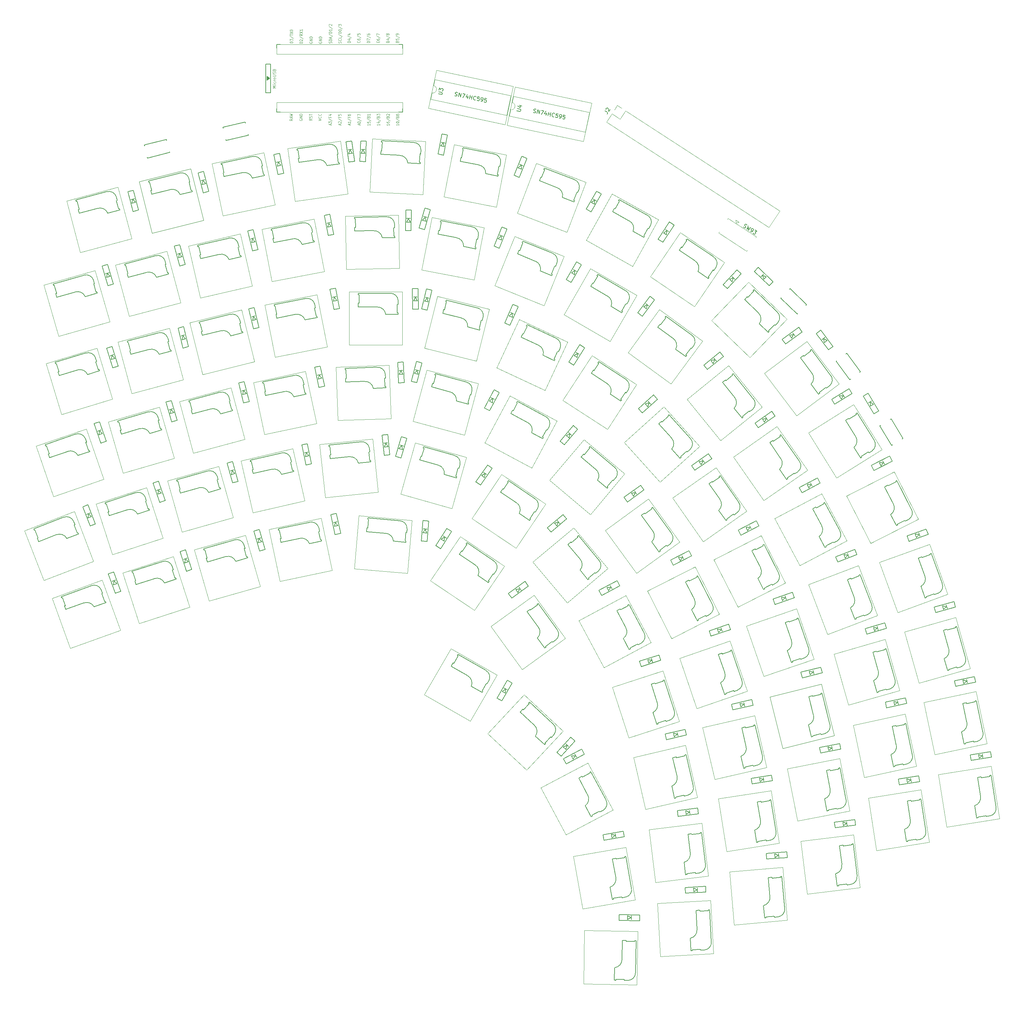
<source format=gto>
G04 #@! TF.GenerationSoftware,KiCad,Pcbnew,(5.1.5)-3*
G04 #@! TF.CreationDate,2020-02-27T23:56:59+09:00*
G04 #@! TF.ProjectId,fan,66616e2e-6b69-4636-9164-5f7063625858,v1.2*
G04 #@! TF.SameCoordinates,Original*
G04 #@! TF.FileFunction,Legend,Top*
G04 #@! TF.FilePolarity,Positive*
%FSLAX46Y46*%
G04 Gerber Fmt 4.6, Leading zero omitted, Abs format (unit mm)*
G04 Created by KiCad (PCBNEW (5.1.5)-3) date 2020-02-27 23:56:59*
%MOMM*%
%LPD*%
G04 APERTURE LIST*
%ADD10C,0.120000*%
%ADD11C,0.150000*%
%ADD12C,0.125000*%
G04 APERTURE END LIST*
D10*
X232492568Y-89508630D02*
X233216938Y-88393198D01*
X233216938Y-88393198D02*
X234332370Y-89117568D01*
X231800877Y-90573742D02*
X233981420Y-91989803D01*
X233981420Y-91989803D02*
X235397482Y-89809260D01*
X235397482Y-89809260D02*
X275922043Y-116126218D01*
X273089920Y-120487305D02*
X275922043Y-116126218D01*
X230384815Y-92754285D02*
X273089920Y-120487305D01*
X230384815Y-92754285D02*
X231800877Y-90573742D01*
X218933464Y-252859513D02*
X208694513Y-243311536D01*
X209385487Y-263098464D02*
X218933464Y-252859513D01*
X199146536Y-253550487D02*
X209385487Y-263098464D01*
X208694513Y-243311536D02*
X199146536Y-253550487D01*
D11*
X209938263Y-245496847D02*
X210176962Y-245240873D01*
X216560380Y-253791429D02*
G75*
G03X216320334Y-250969659I-1530908J1290862D01*
G01*
X211718296Y-254169134D02*
G75*
G03X211378537Y-251283738I-1772158J1254028D01*
G01*
X210176962Y-245240873D02*
X216320334Y-250969659D01*
X211378537Y-251283738D02*
X207721768Y-247873746D01*
X214105185Y-256424301D02*
X211706345Y-254187347D01*
X216560379Y-253791428D02*
X215878381Y-254522782D01*
X214105185Y-256424301D02*
X214350704Y-256161014D01*
X214204434Y-256024614D02*
X214350704Y-256161014D01*
X215710169Y-254365922D02*
X214182493Y-256004154D01*
X215878381Y-254522782D02*
X215732110Y-254386382D01*
X210084533Y-245633247D02*
X209938263Y-245496847D01*
X208564664Y-247292432D02*
X210099161Y-245646887D01*
X208403766Y-247142393D02*
X208550037Y-247278792D01*
X207721768Y-247873746D02*
X208403766Y-247142393D01*
X156266972Y-162207065D02*
X154799751Y-162518932D01*
X155144249Y-156925068D02*
X156266972Y-162207065D01*
X153677028Y-157236935D02*
X155144249Y-156925068D01*
X154799751Y-162518932D02*
X153677028Y-157236935D01*
X154378970Y-159336882D02*
X155357118Y-159128970D01*
X155565030Y-160107118D02*
X154888835Y-159330741D01*
X154586882Y-160315030D02*
X155565030Y-160107118D01*
X154888835Y-159330741D02*
X154586882Y-160315030D01*
D10*
X219251533Y-128065959D02*
X206270959Y-122821467D01*
X214007041Y-141046533D02*
X219251533Y-128065959D01*
X201026467Y-135802041D02*
X214007041Y-141046533D01*
X206270959Y-122821467D02*
X201026467Y-135802041D01*
D11*
X208215245Y-124415911D02*
X208346358Y-124091396D01*
X217370036Y-129786416D02*
G75*
G03X216134703Y-127238091I-1891829J656496D01*
G01*
X212984918Y-131874280D02*
G75*
G03X211633693Y-129302291I-2103854J535651D01*
G01*
X208346358Y-124091396D02*
X216134703Y-127238091D01*
X211633693Y-129302291D02*
X206997774Y-127429258D01*
X216021452Y-133124277D02*
X212980289Y-131895567D01*
X217370036Y-129786415D02*
X216995429Y-130713599D01*
X216021452Y-133124277D02*
X216156310Y-132790490D01*
X215970874Y-132715569D02*
X216156310Y-132790490D01*
X216782177Y-130627439D02*
X215943058Y-132704331D01*
X216995429Y-130713599D02*
X216809992Y-130638677D01*
X208400682Y-124490832D02*
X208215245Y-124415911D01*
X207576361Y-126584488D02*
X208419226Y-124498324D01*
X207372381Y-126502074D02*
X207557817Y-126576996D01*
X206997774Y-127429258D02*
X207372381Y-126502074D01*
D10*
X235170824Y-185214202D02*
X224446202Y-176215176D01*
X226171798Y-195938824D02*
X235170824Y-185214202D01*
X215447176Y-186939798D02*
X226171798Y-195938824D01*
X224446202Y-176215176D02*
X215447176Y-186939798D01*
D11*
X225802618Y-178332399D02*
X226027594Y-178064284D01*
X232849764Y-186269039D02*
G75*
G03X232462368Y-183463699I-1596368J1208972D01*
G01*
X228034082Y-186899641D02*
G75*
G03X227543781Y-184035982I-1835358J1159562D01*
G01*
X226027594Y-178064284D02*
X232462368Y-183463699D01*
X227543781Y-184035982D02*
X223713558Y-180822044D01*
X230535729Y-189026798D02*
X228023103Y-186918455D01*
X232849764Y-186269038D02*
X232206976Y-187035082D01*
X230535729Y-189026798D02*
X230767132Y-188751022D01*
X230613923Y-188622464D02*
X230767132Y-188751022D01*
X232030786Y-186887241D02*
X230590942Y-188603181D01*
X232206976Y-187035082D02*
X232053767Y-186906525D01*
X225955827Y-178460957D02*
X225802618Y-178332399D01*
X224524876Y-180197412D02*
X225971148Y-178473813D01*
X224356346Y-180055999D02*
X224509555Y-180184557D01*
X223713558Y-180822044D02*
X224356346Y-180055999D01*
D10*
X330374415Y-256137651D02*
X327463651Y-242443585D01*
X316680349Y-259048415D02*
X330374415Y-256137651D01*
X313769585Y-245354349D02*
X316680349Y-259048415D01*
X327463651Y-242443585D02*
X313769585Y-245354349D01*
D11*
X327229029Y-244947073D02*
X327571380Y-244874304D01*
X327895973Y-255539887D02*
G75*
G03X329317840Y-253090744I-513638J1935505D01*
G01*
X323712926Y-253071978D02*
G75*
G03X325089607Y-250513524I-732385J2043706D01*
G01*
X327571380Y-244874304D02*
X329317840Y-253090744D01*
X325089607Y-250513524D02*
X324050049Y-245622786D01*
X324374641Y-256288368D02*
X323692691Y-253080044D01*
X327895973Y-255539886D02*
X326917825Y-255747798D01*
X324374641Y-256288368D02*
X324726774Y-256213520D01*
X324685192Y-256017890D02*
X324726774Y-256213520D01*
X326870005Y-255522824D02*
X324678955Y-255988546D01*
X326917825Y-255747798D02*
X326876243Y-255552168D01*
X327270611Y-245142702D02*
X327229029Y-244947073D01*
X325073937Y-245630067D02*
X327274769Y-245162265D01*
X325028197Y-245414874D02*
X325069779Y-245610504D01*
X324050049Y-245622786D02*
X325028197Y-245414874D01*
D10*
X175725767Y-117210899D02*
X161727899Y-117455233D01*
X175970101Y-131208767D02*
X175725767Y-117210899D01*
X161972233Y-131453101D02*
X175970101Y-131208767D01*
X161727899Y-117455233D02*
X161972233Y-131453101D01*
D11*
X164140623Y-118163233D02*
X164134515Y-117813286D01*
X174666076Y-119529746D02*
G75*
G03X172533235Y-117666685I-1997951J-134890D01*
G01*
X171445347Y-123165039D02*
G75*
G03X169196582Y-121325476I-2145903J-328972D01*
G01*
X164134515Y-117813286D02*
X172533235Y-117666685D01*
X169196582Y-121325476D02*
X164197343Y-121412738D01*
X174728904Y-123129198D02*
X171449403Y-123186442D01*
X174666075Y-119529747D02*
X174683527Y-120529594D01*
X174728904Y-123129198D02*
X174722621Y-122769253D01*
X174522651Y-122772744D02*
X174722621Y-122769253D01*
X174453563Y-120533608D02*
X174492656Y-122773267D01*
X174683527Y-120529594D02*
X174483558Y-120533085D01*
X164340593Y-118159742D02*
X164140623Y-118163233D01*
X164399857Y-120409051D02*
X164360590Y-118159393D01*
X164179891Y-120412890D02*
X164379861Y-120409400D01*
X164197343Y-121412738D02*
X164179891Y-120412890D01*
D10*
X176718000Y-137376000D02*
X162718000Y-137376000D01*
X176718000Y-151376000D02*
X176718000Y-137376000D01*
X162718000Y-151376000D02*
X176718000Y-151376000D01*
X162718000Y-137376000D02*
X162718000Y-151376000D01*
D11*
X165118000Y-138126000D02*
X165118000Y-137776000D01*
X175618001Y-139676000D02*
G75*
G03X173518000Y-137775999I-2000001J-100000D01*
G01*
X172334318Y-143254529D02*
G75*
G03X170118000Y-141376000I-2151318J-291471D01*
G01*
X165118000Y-137776000D02*
X173518000Y-137775999D01*
X170118000Y-141376000D02*
X165118000Y-141376000D01*
X175618000Y-143276000D02*
X172338000Y-143276000D01*
X175618000Y-139676000D02*
X175618000Y-140676000D01*
X175618000Y-143276000D02*
X175618000Y-142916000D01*
X175418000Y-142916000D02*
X175618000Y-142916000D01*
X175388000Y-140676000D02*
X175388000Y-142916000D01*
X175618000Y-140676000D02*
X175418000Y-140676000D01*
X165318000Y-138126000D02*
X165118000Y-138126000D01*
X165338000Y-140376000D02*
X165338000Y-138126000D01*
X165118000Y-140376000D02*
X165318000Y-140376000D01*
X165118000Y-141376000D02*
X165118000Y-140376000D01*
D10*
X220157482Y-150585173D02*
X207469173Y-144668518D01*
X214240827Y-163273482D02*
X220157482Y-150585173D01*
X201552518Y-157356827D02*
X214240827Y-163273482D01*
X207469173Y-144668518D02*
X201552518Y-157356827D01*
D11*
X209327348Y-146362532D02*
X209475265Y-146045325D01*
X218188522Y-152204802D02*
G75*
G03X217088251Y-149595317I-1854878J754607D01*
G01*
X213700143Y-154060306D02*
G75*
G03X212485378Y-151421124I-2072937J645024D01*
G01*
X209475265Y-146045325D02*
X217088251Y-149595317D01*
X212485378Y-151421124D02*
X207953839Y-149308033D01*
X216667096Y-155467509D02*
X213694406Y-154081321D01*
X218188522Y-152204801D02*
X217765904Y-153111109D01*
X216667096Y-155467509D02*
X216819239Y-155141238D01*
X216637977Y-155056715D02*
X216819239Y-155141238D01*
X217557453Y-153013907D02*
X216610788Y-155044036D01*
X217765904Y-153111109D02*
X217584642Y-153026585D01*
X209508610Y-146447056D02*
X209327348Y-146362532D01*
X208575845Y-148494701D02*
X209526736Y-146455508D01*
X208376457Y-148401725D02*
X208557719Y-148486249D01*
X207953839Y-149308033D02*
X208376457Y-148401725D01*
D10*
X101985747Y-109871786D02*
X88462786Y-113495253D01*
X105609214Y-123394747D02*
X101985747Y-109871786D01*
X92086253Y-127018214D02*
X105609214Y-123394747D01*
X88462786Y-113495253D02*
X92086253Y-127018214D01*
D11*
X90975122Y-113598531D02*
X90884536Y-113260457D01*
X101518514Y-112378116D02*
G75*
G03X98998312Y-111086376I-1905971J-614231D01*
G01*
X99272912Y-116684589D02*
G75*
G03X96645913Y-115443695I-2002576J-838342D01*
G01*
X90884536Y-113260457D02*
X98998312Y-111086376D01*
X96645913Y-115443695D02*
X91816284Y-116737790D01*
X102450261Y-115855449D02*
X99282025Y-116704376D01*
X101518513Y-112378116D02*
X101777332Y-113344042D01*
X102450261Y-115855449D02*
X102357087Y-115507716D01*
X102163901Y-115559480D02*
X102357087Y-115507716D01*
X101555169Y-113403570D02*
X102134924Y-115567244D01*
X101777332Y-113344042D02*
X101584147Y-113395806D01*
X91168307Y-113546767D02*
X90975122Y-113598531D01*
X91769969Y-115714924D02*
X91187626Y-113541591D01*
X91557465Y-115771864D02*
X91750650Y-115720100D01*
X91816284Y-116737790D02*
X91557465Y-115771864D01*
D10*
X182838758Y-97871945D02*
X168857945Y-97139242D01*
X182106055Y-111852758D02*
X182838758Y-97871945D01*
X168125242Y-111120055D02*
X182106055Y-111852758D01*
X168857945Y-97139242D02*
X168125242Y-111120055D01*
D11*
X171215404Y-98013820D02*
X171233721Y-97664300D01*
X181619894Y-100111223D02*
G75*
G03X179622210Y-98103921I-2002493J4809D01*
G01*
X178153426Y-103512994D02*
G75*
G03X176038460Y-101521046I-2163624J-178480D01*
G01*
X171233721Y-97664300D02*
X179622210Y-98103921D01*
X176038460Y-101521046D02*
X171045312Y-101259366D01*
X181431484Y-103706290D02*
X178155979Y-103534628D01*
X181619893Y-100111223D02*
X181567557Y-101109853D01*
X181431484Y-103706290D02*
X181450325Y-103346783D01*
X181250599Y-103336316D02*
X181450325Y-103346783D01*
X181337873Y-101097816D02*
X181220640Y-103334746D01*
X181567557Y-101109853D02*
X181367831Y-101099386D01*
X171415130Y-98024287D02*
X171215404Y-98013820D01*
X171317346Y-100272250D02*
X171435102Y-98025334D01*
X171097648Y-100260736D02*
X171297374Y-100271204D01*
X171045312Y-101259366D02*
X171097648Y-100260736D01*
D10*
X204069053Y-101370273D02*
X190326273Y-98698947D01*
X201397727Y-115113053D02*
X204069053Y-101370273D01*
X187654947Y-112441727D02*
X201397727Y-115113053D01*
X190326273Y-98698947D02*
X187654947Y-112441727D01*
D11*
X192539071Y-99893109D02*
X192605854Y-99549539D01*
X202550403Y-103418126D02*
G75*
G03X200851523Y-101152334I-1982336J283456D01*
G01*
X198644236Y-106304352D02*
G75*
G03X196827078Y-104037442I-2167408J124376D01*
G01*
X192605854Y-99549539D02*
X200851523Y-101152334D01*
X196827078Y-104037442D02*
X191918942Y-103083397D01*
X201863490Y-106951983D02*
X198643753Y-106326130D01*
X202550403Y-103418125D02*
X202359594Y-104399752D01*
X201863490Y-106951983D02*
X201932182Y-106598597D01*
X201735856Y-106560436D02*
X201932182Y-106598597D01*
X202133819Y-104355866D02*
X201706407Y-106554711D01*
X202359594Y-104399752D02*
X202163268Y-104361591D01*
X192735397Y-99931271D02*
X192539071Y-99893109D01*
X192325709Y-102143748D02*
X192755029Y-99935087D01*
X192109751Y-102101770D02*
X192306076Y-102139932D01*
X191918942Y-103083397D02*
X192109751Y-102101770D01*
D10*
X238339767Y-319559101D02*
X238584101Y-305561233D01*
X224341899Y-319314767D02*
X238339767Y-319559101D01*
X224586233Y-305316899D02*
X224341899Y-319314767D01*
X238584101Y-305561233D02*
X224586233Y-305316899D01*
D11*
X237792329Y-307947778D02*
X238142276Y-307953886D01*
X236059315Y-318419129D02*
G75*
G03X237995677Y-316352607I-65080J2001442D01*
G01*
X232538639Y-315073492D02*
G75*
G03X234455562Y-312890296I-253881J2156077D01*
G01*
X238142276Y-307953886D02*
X237995677Y-316352607D01*
X234455562Y-312890296D02*
X234542824Y-307891058D01*
X232459863Y-318356299D02*
X232517107Y-315076799D01*
X236059315Y-318419128D02*
X235059467Y-318401675D01*
X232459863Y-318356299D02*
X232819808Y-318362582D01*
X232823299Y-318162612D02*
X232819808Y-318362582D01*
X235063481Y-318171710D02*
X232823822Y-318132617D01*
X235059467Y-318401675D02*
X235062958Y-318201706D01*
X237788839Y-308147748D02*
X237792329Y-307947778D01*
X235538832Y-308128477D02*
X237788490Y-308167745D01*
X235542672Y-307908510D02*
X235539181Y-308108480D01*
X234542824Y-307891058D02*
X235542672Y-307908510D01*
D10*
X255584616Y-150300378D02*
X244258378Y-142071384D01*
X247355622Y-161626616D02*
X255584616Y-150300378D01*
X236029384Y-153397622D02*
X247355622Y-161626616D01*
X244258378Y-142071384D02*
X236029384Y-153397622D01*
D11*
X245759180Y-144088832D02*
X245964904Y-143805676D01*
X253342791Y-151514554D02*
G75*
G03X252760648Y-148743071I-1676813J1094670D01*
G01*
X248582830Y-152479544D02*
G75*
G03X247893963Y-149657063I-1911775J1028708D01*
G01*
X245964904Y-143805676D02*
X252760648Y-148743071D01*
X247893963Y-149657063D02*
X243848878Y-146718137D01*
X251226764Y-154427014D02*
X248573188Y-152499079D01*
X253342791Y-151514553D02*
X252755006Y-152323570D01*
X251226764Y-154427014D02*
X251438367Y-154135768D01*
X251276563Y-154018211D02*
X251438367Y-154135768D01*
X252568932Y-152188380D02*
X251252293Y-154000578D01*
X252755006Y-152323570D02*
X252593202Y-152206013D01*
X245920983Y-144206389D02*
X245759180Y-144088832D01*
X244614647Y-146038433D02*
X245937163Y-144218144D01*
X244436663Y-145909120D02*
X244598466Y-146026677D01*
X243848878Y-146718137D02*
X244436663Y-145909120D01*
D10*
X90503487Y-195153361D02*
X77433361Y-200170513D01*
X95520639Y-208223487D02*
X90503487Y-195153361D01*
X82450513Y-213240639D02*
X95520639Y-208223487D01*
X77433361Y-200170513D02*
X82450513Y-213240639D01*
D11*
X79942730Y-200010615D02*
X79817302Y-199683862D01*
X90300796Y-197694801D02*
G75*
G03X87659377Y-196673570I-1831325J-810094D01*
G01*
X88517644Y-202212411D02*
G75*
G03X85775328Y-201252912I-1903974J-1043076D01*
G01*
X79817302Y-199683862D02*
X87659377Y-196673570D01*
X85775328Y-201252912D02*
X81107426Y-203044751D01*
X91590920Y-201055691D02*
X88528776Y-202231138D01*
X90300795Y-197694801D02*
X90659163Y-198628382D01*
X91590920Y-201055691D02*
X91461907Y-200719602D01*
X91275191Y-200791275D02*
X91461907Y-200719602D01*
X90444440Y-198710806D02*
X91247184Y-200802026D01*
X90659163Y-198628382D02*
X90472447Y-198700055D01*
X80129446Y-199938941D02*
X79942730Y-200010615D01*
X80954446Y-202032330D02*
X80148118Y-199931774D01*
X80749058Y-202111171D02*
X80935774Y-202039497D01*
X81107426Y-203044751D02*
X80749058Y-202111171D01*
D10*
X199566523Y-141972383D02*
X185982383Y-138585477D01*
X196179617Y-155556523D02*
X199566523Y-141972383D01*
X182595477Y-152169617D02*
X196179617Y-155556523D01*
X185982383Y-138585477D02*
X182595477Y-152169617D01*
D11*
X188129652Y-139893811D02*
X188214324Y-139554207D01*
X197942779Y-143937950D02*
G75*
G03X196364809Y-141586350I-1964785J386815D01*
G01*
X193890911Y-146615786D02*
G75*
G03X192194884Y-144256882I-2157928J237638D01*
G01*
X188214324Y-139554207D02*
X196364809Y-141586350D01*
X192194884Y-144256882D02*
X187343405Y-143047272D01*
X197071859Y-147431014D02*
X193889289Y-146637510D01*
X197942778Y-143937949D02*
X197700856Y-144908245D01*
X197071859Y-147431014D02*
X197158951Y-147081707D01*
X196964892Y-147033323D02*
X197158951Y-147081707D01*
X197477688Y-144852603D02*
X196935783Y-147026065D01*
X197700856Y-144908245D02*
X197506797Y-144859861D01*
X188323711Y-139942195D02*
X188129652Y-139893811D01*
X187798792Y-142130199D02*
X188343117Y-139947034D01*
X187585327Y-142076976D02*
X187779386Y-142125361D01*
X187343405Y-143047272D02*
X187585327Y-142076976D01*
D10*
X198237053Y-120516273D02*
X184494273Y-117844947D01*
X195565727Y-134259053D02*
X198237053Y-120516273D01*
X181822947Y-131587727D02*
X195565727Y-134259053D01*
X184494273Y-117844947D02*
X181822947Y-131587727D01*
D11*
X186707071Y-119039109D02*
X186773854Y-118695539D01*
X196718403Y-122564126D02*
G75*
G03X195019523Y-120298334I-1982336J283456D01*
G01*
X192812236Y-125450352D02*
G75*
G03X190995078Y-123183442I-2167408J124376D01*
G01*
X186773854Y-118695539D02*
X195019523Y-120298334D01*
X190995078Y-123183442D02*
X186086942Y-122229397D01*
X196031490Y-126097983D02*
X192811753Y-125472130D01*
X196718403Y-122564125D02*
X196527594Y-123545752D01*
X196031490Y-126097983D02*
X196100182Y-125744597D01*
X195903856Y-125706436D02*
X196100182Y-125744597D01*
X196301819Y-123501866D02*
X195874407Y-125700711D01*
X196527594Y-123545752D02*
X196331268Y-123507591D01*
X186903397Y-119077271D02*
X186707071Y-119039109D01*
X186493709Y-121289748D02*
X186923029Y-119081087D01*
X186277751Y-121247770D02*
X186474076Y-121285932D01*
X186086942Y-122229397D02*
X186277751Y-121247770D01*
D10*
X277897453Y-302597273D02*
X276677273Y-288650547D01*
X263950727Y-303817453D02*
X277897453Y-302597273D01*
X262730547Y-289870727D02*
X263950727Y-303817453D01*
X276677273Y-288650547D02*
X262730547Y-289870727D01*
D11*
X276139300Y-291106781D02*
X276487969Y-291076276D01*
X275510334Y-301701918D02*
G75*
G03X277220078Y-299444312I-273931J1983675D01*
G01*
X271659230Y-298742619D02*
G75*
G03X273337446Y-296371011I-477861J2117728D01*
G01*
X276487969Y-291076276D02*
X277220078Y-299444312D01*
X273337446Y-296371011D02*
X272901668Y-291390037D01*
X271924033Y-302015677D02*
X271638162Y-298748159D01*
X275510334Y-301701917D02*
X274514139Y-301789072D01*
X271924033Y-302015677D02*
X272282663Y-301984301D01*
X272265232Y-301785062D02*
X272282663Y-301984301D01*
X274494093Y-301559948D02*
X272262617Y-301755177D01*
X274514139Y-301789072D02*
X274496708Y-301589834D01*
X276156732Y-291306020D02*
X276139300Y-291106781D01*
X273917037Y-291522044D02*
X276158475Y-291325944D01*
X273897862Y-291302881D02*
X273915294Y-291502120D01*
X272901668Y-291390037D02*
X273897862Y-291302881D01*
D10*
X312325979Y-197172112D02*
X305970112Y-184698021D01*
X299851888Y-203527979D02*
X312325979Y-197172112D01*
X293496021Y-191053888D02*
X299851888Y-203527979D01*
X305970112Y-184698021D02*
X293496021Y-191053888D01*
D11*
X306391434Y-187176929D02*
X306703287Y-187018033D01*
X309777275Y-197236184D02*
G75*
G03X310516808Y-194502487I-997082J1736615D01*
G01*
X305098022Y-195935020D02*
G75*
G03X305765616Y-193107431I-1236381J1784514D01*
G01*
X306703287Y-187018033D02*
X310516808Y-194502487D01*
X305765616Y-193107431D02*
X303495663Y-188652398D01*
X306569651Y-198870549D02*
X305080562Y-195948048D01*
X309777275Y-197236183D02*
X308886268Y-197690174D01*
X306569651Y-198870549D02*
X306890413Y-198707112D01*
X306799615Y-198528911D02*
X306890413Y-198707112D01*
X308781850Y-197485242D02*
X306785996Y-198502181D01*
X308886268Y-197690174D02*
X308795470Y-197511972D01*
X306482233Y-187355131D02*
X306391434Y-187176929D01*
X304486548Y-188394429D02*
X306491312Y-187372951D01*
X304386670Y-188198408D02*
X304477468Y-188376609D01*
X303495663Y-188652398D02*
X304386670Y-188198408D01*
D10*
X272450248Y-262433933D02*
X269300933Y-248792752D01*
X258809067Y-265583248D02*
X272450248Y-262433933D01*
X255659752Y-251942067D02*
X258809067Y-265583248D01*
X269300933Y-248792752D02*
X255659752Y-251942067D01*
D11*
X269110038Y-251299954D02*
X269451068Y-251221221D01*
X269961750Y-261879514D02*
G75*
G03X271340657Y-259405929I-547339J1926246D01*
G01*
X265736271Y-259484987D02*
G75*
G03X267068091Y-256902895I-767942J2030614D01*
G01*
X269451068Y-251221221D02*
X271340657Y-259405929D01*
X267068091Y-256902895D02*
X265943335Y-252031045D01*
X266454018Y-262689337D02*
X265716179Y-259493403D01*
X269961751Y-261879513D02*
X268987380Y-262104464D01*
X266454018Y-262689337D02*
X266804792Y-262608355D01*
X266759801Y-262413481D02*
X266804792Y-262608355D01*
X268935642Y-261880359D02*
X266753053Y-262384250D01*
X268987380Y-262104464D02*
X268942390Y-261909590D01*
X269155028Y-251494828D02*
X269110038Y-251299954D01*
X266967195Y-252020455D02*
X269159527Y-251514315D01*
X266917705Y-251806093D02*
X266962696Y-252000967D01*
X265943335Y-252031045D02*
X266917705Y-251806093D01*
D10*
X238283167Y-161768779D02*
X226541779Y-154143833D01*
X230658221Y-173510167D02*
X238283167Y-161768779D01*
X218916833Y-165885221D02*
X230658221Y-173510167D01*
X226541779Y-154143833D02*
X218916833Y-165885221D01*
D11*
X228146109Y-156079969D02*
X228336733Y-155786435D01*
X236107961Y-163098619D02*
G75*
G03X235381566Y-160361402I-1731806J1005411D01*
G01*
X231405026Y-164311405D02*
G75*
G03X230569385Y-161528844I-1962994J927244D01*
G01*
X228336733Y-155786435D02*
X235381566Y-160361402D01*
X230569385Y-161528844D02*
X226376032Y-158805649D01*
X234147259Y-166117833D02*
X231396420Y-164331417D01*
X236107960Y-163098619D02*
X235563321Y-163937289D01*
X234147259Y-166117833D02*
X234343329Y-165815911D01*
X234175595Y-165706983D02*
X234343329Y-165815911D01*
X235370427Y-163812022D02*
X234150435Y-165690644D01*
X235563321Y-163937289D02*
X235395587Y-163828361D01*
X228313843Y-156188897D02*
X228146109Y-156079969D01*
X227105179Y-158086799D02*
X228330617Y-156199790D01*
X226920672Y-157966978D02*
X227088406Y-158075906D01*
X226376032Y-158805649D02*
X226920672Y-157966978D01*
D10*
X160435665Y-97767912D02*
X146571912Y-99716335D01*
X162384088Y-111631665D02*
X160435665Y-97767912D01*
X148520335Y-113580088D02*
X162384088Y-111631665D01*
X146571912Y-99716335D02*
X148520335Y-113580088D01*
D11*
X149052935Y-100125021D02*
X149004224Y-99778427D01*
X159666469Y-100198619D02*
G75*
G03X157322476Y-98609372I-1966620J-377373D01*
G01*
X156912778Y-104199322D02*
G75*
G03X154456588Y-102647527I-2089817J-588040D01*
G01*
X149004224Y-99778427D02*
X157322476Y-98609372D01*
X154456588Y-102647527D02*
X149505248Y-103343392D01*
X160167491Y-103763584D02*
X156919412Y-104220072D01*
X159666468Y-100198619D02*
X159805641Y-101188887D01*
X160167491Y-103763584D02*
X160117389Y-103407087D01*
X159919335Y-103434922D02*
X160117389Y-103407087D01*
X159577879Y-101220897D02*
X159889627Y-103439097D01*
X159805641Y-101188887D02*
X159607588Y-101216721D01*
X149250989Y-100097186D02*
X149052935Y-100125021D01*
X149583933Y-102322506D02*
X149270794Y-100094403D01*
X149366074Y-102353124D02*
X149564128Y-102325289D01*
X149505248Y-103343392D02*
X149366074Y-102353124D01*
D10*
X121121617Y-105030477D02*
X107537477Y-108417383D01*
X124508523Y-118614617D02*
X121121617Y-105030477D01*
X110924383Y-122001523D02*
X124508523Y-118614617D01*
X107537477Y-108417383D02*
X110924383Y-122001523D01*
D11*
X110047628Y-108564492D02*
X109962955Y-108224889D01*
X120610713Y-107528270D02*
G75*
G03X118113439Y-106192744I-1916400J-580874D01*
G01*
X118290294Y-111794898D02*
G75*
G03X115685353Y-110508344I-2016902J-803263D01*
G01*
X109962955Y-108224889D02*
X118113439Y-106192744D01*
X115685353Y-110508344D02*
X110833874Y-111717954D01*
X121481631Y-111021336D02*
X118299061Y-111814839D01*
X120610712Y-107528271D02*
X120852634Y-108498567D01*
X121481631Y-111021336D02*
X121394539Y-110672029D01*
X121200480Y-110720413D02*
X121394539Y-110672029D01*
X120629466Y-108554209D02*
X121171371Y-110727671D01*
X120852634Y-108498567D02*
X120658575Y-108546951D01*
X110241687Y-108516108D02*
X110047628Y-108564492D01*
X110805417Y-110694435D02*
X110261093Y-108511270D01*
X110591952Y-110747658D02*
X110786011Y-110699273D01*
X110833874Y-111717954D02*
X110591952Y-110747658D01*
D10*
X315209860Y-282094777D02*
X313019777Y-268267140D01*
X301382223Y-284284860D02*
X315209860Y-282094777D01*
X299192140Y-270457223D02*
X301382223Y-284284860D01*
X313019777Y-268267140D02*
X299192140Y-270457223D01*
D11*
X312654454Y-270754918D02*
X313000145Y-270700166D01*
X312766099Y-281368120D02*
G75*
G03X314314195Y-278996748I-411638J1959734D01*
G01*
X308717945Y-278684671D02*
G75*
G03X310226639Y-276201772I-624422J2079237D01*
G01*
X313000145Y-270700166D02*
X314314195Y-278996748D01*
X310226639Y-276201772D02*
X309444466Y-271263330D01*
X309210421Y-281931283D02*
X308697315Y-278691666D01*
X312766099Y-281368119D02*
X311778410Y-281524554D01*
X309210421Y-281931283D02*
X309565988Y-281874967D01*
X309534701Y-281677429D02*
X309565988Y-281874967D01*
X311742430Y-281297385D02*
X309530008Y-281647799D01*
X311778410Y-281524554D02*
X311747123Y-281327016D01*
X312685740Y-270952456D02*
X312654454Y-270754918D01*
X310466570Y-271324187D02*
X312688869Y-270972210D01*
X310432155Y-271106896D02*
X310463442Y-271304433D01*
X309444466Y-271263330D02*
X310432155Y-271106896D01*
D10*
X258504758Y-311403055D02*
X257772055Y-297422242D01*
X244523945Y-312135758D02*
X258504758Y-311403055D01*
X243791242Y-298154945D02*
X244523945Y-312135758D01*
X257772055Y-297422242D02*
X243791242Y-298154945D01*
D11*
X257148689Y-299858204D02*
X257498210Y-299839887D01*
X256150341Y-310424937D02*
G75*
G03X257937833Y-308228375I-204535J1992027D01*
G01*
X252404862Y-307333039D02*
G75*
G03X254164823Y-305021444I-403663J2133115D01*
G01*
X257498210Y-299839887D02*
X257937833Y-308228375D01*
X254164823Y-305021444D02*
X253903143Y-300028296D01*
X252555275Y-310613345D02*
X252383613Y-307337840D01*
X256150341Y-310424935D02*
X255151711Y-310477271D01*
X252555275Y-310613345D02*
X252914781Y-310594504D01*
X252904314Y-310394778D02*
X252914781Y-310594504D01*
X255139674Y-310247586D02*
X252902744Y-310364819D01*
X255151711Y-310477271D02*
X255141244Y-310277545D01*
X257159156Y-300057930D02*
X257148689Y-299858204D01*
X254913287Y-300195659D02*
X257160203Y-300077903D01*
X254901773Y-299975960D02*
X254912240Y-300175686D01*
X253903143Y-300028296D02*
X254901773Y-299975960D01*
D10*
X95947370Y-131765707D02*
X82489707Y-135624630D01*
X99806293Y-145223370D02*
X95947370Y-131765707D01*
X86348630Y-149082293D02*
X99806293Y-145223370D01*
X82489707Y-135624630D02*
X86348630Y-149082293D01*
D11*
X85003463Y-135684046D02*
X84906990Y-135347605D01*
X95523950Y-134279810D02*
G75*
G03X92981588Y-133032250I-1894961J-647401D01*
G01*
X93353847Y-138624818D02*
G75*
G03X90705593Y-137429960I-1987639J-873163D01*
G01*
X84906990Y-135347605D02*
X92981588Y-133032250D01*
X90705593Y-137429960D02*
X85899284Y-138808147D01*
X96516243Y-137740352D02*
X93363305Y-138644442D01*
X95523948Y-134279810D02*
X95799586Y-135241071D01*
X96516243Y-137740352D02*
X96417013Y-137394298D01*
X96224761Y-137449425D02*
X96417013Y-137394298D01*
X95578496Y-135304468D02*
X96195923Y-137457694D01*
X95799586Y-135241071D02*
X95607333Y-135296199D01*
X85195715Y-135628919D02*
X85003463Y-135684046D01*
X85835124Y-137786245D02*
X85214940Y-135623406D01*
X85623647Y-137846885D02*
X85815899Y-137791758D01*
X85899284Y-138808147D02*
X85623647Y-137846885D01*
D10*
X96434531Y-152188265D02*
X83046265Y-156281469D01*
X100527735Y-165576531D02*
X96434531Y-152188265D01*
X87139469Y-169669735D02*
X100527735Y-165576531D01*
X83046265Y-156281469D02*
X87139469Y-169669735D01*
D11*
X85560675Y-156297005D02*
X85458345Y-155962298D01*
X96055052Y-154709374D02*
G75*
G03X93491305Y-153506375I-1883373J-680374D01*
G01*
X93961111Y-159091595D02*
G75*
G03X91292407Y-157943137I-1972098J-907719D01*
G01*
X85458345Y-155962298D02*
X93491305Y-153506375D01*
X91292407Y-157943137D02*
X86510883Y-159404996D01*
X97107589Y-158152072D02*
X93970910Y-159111051D01*
X96055051Y-154709375D02*
X96347423Y-155665679D01*
X97107589Y-158152072D02*
X97002335Y-157807802D01*
X96811074Y-157866276D02*
X97002335Y-157807802D01*
X96127473Y-155732925D02*
X96782385Y-157875047D01*
X96347423Y-155665679D02*
X96156162Y-155724154D01*
X85751936Y-156238531D02*
X85560675Y-156297005D01*
X86428898Y-158384369D02*
X85771062Y-156232683D01*
X86218511Y-158448691D02*
X86409772Y-158390216D01*
X86510883Y-159404996D02*
X86218511Y-158448691D01*
D10*
X230746824Y-210132798D02*
X221747798Y-199408176D01*
X220022202Y-219131824D02*
X230746824Y-210132798D01*
X211023176Y-208407202D02*
X220022202Y-219131824D01*
X221747798Y-199408176D02*
X211023176Y-208407202D01*
D11*
X222715955Y-201728773D02*
X222984070Y-201503797D01*
X228277856Y-210768561D02*
G75*
G03X228383487Y-207938570I-1362180J1467811D01*
G01*
X223425833Y-210553348D02*
G75*
G03X223440248Y-207648055I-1606120J1460651D01*
G01*
X222984070Y-201503797D02*
X228383487Y-207938570D01*
X223440248Y-207648055D02*
X220226310Y-203817833D01*
X225520096Y-213082596D02*
X223411752Y-210569970D01*
X228277856Y-210768560D02*
X227511811Y-211411348D01*
X225520096Y-213082596D02*
X225795872Y-212851192D01*
X225667314Y-212697983D02*
X225795872Y-212851192D01*
X227363970Y-211235158D02*
X225648031Y-212675002D01*
X227511811Y-211411348D02*
X227383254Y-211258139D01*
X222844512Y-201881982D02*
X222715955Y-201728773D01*
X221133768Y-203343575D02*
X222857368Y-201897303D01*
X220992355Y-203175045D02*
X221120912Y-203328254D01*
X220226310Y-203817833D02*
X220992355Y-203175045D01*
D10*
X259992979Y-222172112D02*
X253637112Y-209698021D01*
X247518888Y-228527979D02*
X259992979Y-222172112D01*
X241163021Y-216053888D02*
X247518888Y-228527979D01*
X253637112Y-209698021D02*
X241163021Y-216053888D01*
D11*
X254058434Y-212176929D02*
X254370287Y-212018033D01*
X257444275Y-222236184D02*
G75*
G03X258183808Y-219502487I-997082J1736615D01*
G01*
X252765022Y-220935020D02*
G75*
G03X253432616Y-218107431I-1236381J1784514D01*
G01*
X254370287Y-212018033D02*
X258183808Y-219502487D01*
X253432616Y-218107431D02*
X251162663Y-213652398D01*
X254236651Y-223870549D02*
X252747562Y-220948048D01*
X257444275Y-222236183D02*
X256553268Y-222690174D01*
X254236651Y-223870549D02*
X254557413Y-223707112D01*
X254466615Y-223528911D02*
X254557413Y-223707112D01*
X256448850Y-222485242D02*
X254452996Y-223502181D01*
X256553268Y-222690174D02*
X256462470Y-222511972D01*
X254149233Y-212355131D02*
X254058434Y-212176929D01*
X252153548Y-213394429D02*
X254158312Y-212372951D01*
X252053670Y-213198408D02*
X252144468Y-213376609D01*
X251162663Y-213652398D02*
X252053670Y-213198408D01*
D10*
X277799987Y-144592230D02*
X267729230Y-134867013D01*
X268074770Y-154662987D02*
X277799987Y-144592230D01*
X258004013Y-144937770D02*
X268074770Y-154662987D01*
X267729230Y-134867013D02*
X258004013Y-144937770D01*
D11*
X268934652Y-137073698D02*
X269177782Y-136821929D01*
X275411001Y-145482588D02*
G75*
G03X275220237Y-142657058I-1508147J1317383D01*
G01*
X270563060Y-145775729D02*
G75*
G03X270273711Y-142884844I-1750001J1284765D01*
G01*
X269177782Y-136821929D02*
X275220237Y-142657058D01*
X270273711Y-142884844D02*
X266677012Y-139411552D01*
X272910229Y-148072211D02*
X270550794Y-145793731D01*
X275410999Y-145482587D02*
X274716341Y-146201927D01*
X272910229Y-148072211D02*
X273160306Y-147813248D01*
X273016438Y-147674317D02*
X273160306Y-147813248D01*
X274550893Y-146042156D02*
X272994858Y-147653477D01*
X274716341Y-146201927D02*
X274572473Y-146062995D01*
X269078520Y-137212629D02*
X268934652Y-137073698D01*
X267529925Y-138845037D02*
X269092906Y-137226523D01*
X267371670Y-138692212D02*
X267515538Y-138831144D01*
X266677012Y-139411552D02*
X267371670Y-138692212D01*
D10*
X238312178Y-138299822D02*
X226187822Y-131299822D01*
X231312178Y-150424178D02*
X238312178Y-138299822D01*
X219187822Y-143424178D02*
X231312178Y-150424178D01*
X226187822Y-131299822D02*
X219187822Y-143424178D01*
D11*
X227891283Y-133149341D02*
X228066283Y-132846232D01*
X236209551Y-139741681D02*
G75*
G03X235340897Y-137046231I-1782052J913398D01*
G01*
X231576533Y-141198937D02*
G75*
G03X230596410Y-138463924I-2008831J823238D01*
G01*
X228066283Y-132846232D02*
X235340897Y-137046231D01*
X230596410Y-138463924D02*
X226266283Y-135963924D01*
X234409550Y-142859372D02*
X231568987Y-141219372D01*
X236209550Y-139741681D02*
X235709550Y-140607706D01*
X234409550Y-142859372D02*
X234589550Y-142547603D01*
X234416345Y-142447603D02*
X234589550Y-142547603D01*
X235510364Y-140492706D02*
X234390364Y-142432603D01*
X235709550Y-140607706D02*
X235536345Y-140507706D01*
X228064488Y-133249341D02*
X227891283Y-133149341D01*
X226956809Y-135207898D02*
X228081809Y-133259341D01*
X226766283Y-135097898D02*
X226939488Y-135197898D01*
X226266283Y-135963924D02*
X226766283Y-135097898D01*
D10*
X277405979Y-213958112D02*
X271050112Y-201484021D01*
X264931888Y-220313979D02*
X277405979Y-213958112D01*
X258576021Y-207839888D02*
X264931888Y-220313979D01*
X271050112Y-201484021D02*
X258576021Y-207839888D01*
D11*
X271471434Y-203962929D02*
X271783287Y-203804033D01*
X274857275Y-214022184D02*
G75*
G03X275596808Y-211288487I-997082J1736615D01*
G01*
X270178022Y-212721020D02*
G75*
G03X270845616Y-209893431I-1236381J1784514D01*
G01*
X271783287Y-203804033D02*
X275596808Y-211288487D01*
X270845616Y-209893431D02*
X268575663Y-205438398D01*
X271649651Y-215656549D02*
X270160562Y-212734048D01*
X274857275Y-214022183D02*
X273966268Y-214476174D01*
X271649651Y-215656549D02*
X271970413Y-215493112D01*
X271879615Y-215314911D02*
X271970413Y-215493112D01*
X273861850Y-214271242D02*
X271865996Y-215288181D01*
X273966268Y-214476174D02*
X273875470Y-214297972D01*
X271562233Y-204141131D02*
X271471434Y-203962929D01*
X269566548Y-205180429D02*
X271571312Y-204158951D01*
X269466670Y-204984408D02*
X269557468Y-205162609D01*
X268575663Y-205438398D02*
X269466670Y-204984408D01*
D10*
X291514154Y-161593743D02*
X283088743Y-150412846D01*
X280333257Y-170019154D02*
X291514154Y-161593743D01*
X271907846Y-158838257D02*
X280333257Y-170019154D01*
X283088743Y-150412846D02*
X271907846Y-158838257D01*
D11*
X283934123Y-152780933D02*
X284213645Y-152570298D01*
X289015296Y-162099419D02*
G75*
G03X289268892Y-159278835I-1283494J1537090D01*
G01*
X284181186Y-161630568D02*
G75*
G03X284347633Y-158730009I-1527475J1542709D01*
G01*
X284213645Y-152570298D02*
X289268892Y-159278835D01*
X284347633Y-158730009D02*
X281338557Y-154736832D01*
X286140208Y-164265953D02*
X284166254Y-161646429D01*
X289015296Y-162099419D02*
X288216660Y-162701234D01*
X286140208Y-164265953D02*
X286427716Y-164049300D01*
X286307353Y-163889572D02*
X286427716Y-164049300D01*
X288078243Y-162517548D02*
X286289299Y-163865613D01*
X288216660Y-162701234D02*
X288096297Y-162541507D01*
X284054486Y-152940660D02*
X283934123Y-152780933D01*
X282269592Y-154310716D02*
X284066522Y-152956633D01*
X282137193Y-154135017D02*
X282257556Y-154294744D01*
X281338557Y-154736832D02*
X282137193Y-154135017D01*
D10*
X267236099Y-195040029D02*
X259206029Y-183571901D01*
X255767971Y-203070099D02*
X267236099Y-195040029D01*
X247737901Y-191601971D02*
X255767971Y-203070099D01*
X259206029Y-183571901D02*
X247737901Y-191601971D01*
D11*
X259968249Y-185968048D02*
X260254952Y-185767296D01*
X264721116Y-195458188D02*
G75*
G03X265072995Y-192648173I-1229068J1580947D01*
G01*
X259906312Y-194820913D02*
G75*
G03X260173887Y-191927932I-1472703J1595076D01*
G01*
X260254952Y-185767296D02*
X265072995Y-192648173D01*
X260173887Y-191927932D02*
X257306005Y-187832171D01*
X261772168Y-197523063D02*
X259890838Y-194836244D01*
X264721116Y-195458188D02*
X263901964Y-196031764D01*
X261772168Y-197523063D02*
X262067063Y-197316575D01*
X261952348Y-197152745D02*
X262067063Y-197316575D01*
X263770041Y-195843359D02*
X261935140Y-197128170D01*
X263901964Y-196031764D02*
X263787248Y-195867934D01*
X260082964Y-186131878D02*
X259968249Y-185968048D01*
X258251343Y-187438808D02*
X260094435Y-186148261D01*
X258125157Y-187258595D02*
X258239872Y-187422425D01*
X257306005Y-187832171D02*
X258125157Y-187258595D01*
D10*
X237892192Y-297194117D02*
X235461117Y-283406808D01*
X224104883Y-299625192D02*
X237892192Y-297194117D01*
X221673808Y-285837883D02*
X224104883Y-299625192D01*
X235461117Y-283406808D02*
X221673808Y-285837883D01*
D11*
X235139267Y-285900583D02*
X235483950Y-285839806D01*
X235436122Y-296510220D02*
G75*
G03X236942595Y-294112191I-445778J1952251D01*
G01*
X231341752Y-293897830D02*
G75*
G03X232806883Y-291388979I-660615J2068022D01*
G01*
X235483950Y-285839806D02*
X236942595Y-294112191D01*
X232806883Y-291388979D02*
X231938642Y-286464940D01*
X231890813Y-297135353D02*
X231321247Y-293905183D01*
X235436121Y-296510219D02*
X234451313Y-296683867D01*
X231890813Y-297135353D02*
X232245344Y-297072839D01*
X232210614Y-296875878D02*
X232245344Y-297072839D01*
X234411374Y-296457362D02*
X232205404Y-296846334D01*
X234451313Y-296683867D02*
X234416583Y-296486906D01*
X235173996Y-286097545D02*
X235139267Y-285900583D01*
X232961652Y-286507949D02*
X235177469Y-286117241D01*
X232923449Y-286291292D02*
X232958179Y-286488253D01*
X231938642Y-286464940D02*
X232923449Y-286291292D01*
D10*
X297015908Y-293995738D02*
X295309738Y-280100092D01*
X283120262Y-295701908D02*
X297015908Y-293995738D01*
X281414092Y-281806262D02*
X283120262Y-295701908D01*
X295309738Y-280100092D02*
X281414092Y-281806262D01*
D11*
X294857814Y-282573604D02*
X295205206Y-282530950D01*
X294598996Y-293184237D02*
G75*
G03X296228909Y-290868338I-342993J1972906D01*
G01*
X290646961Y-290361143D02*
G75*
G03X292241386Y-287932410I-551478J2099761D01*
G01*
X295205206Y-282530950D02*
X296228909Y-290868338D01*
X292241386Y-287932410D02*
X291632039Y-282969680D01*
X291025830Y-293622966D02*
X290626098Y-290367415D01*
X294598996Y-293184236D02*
X293606450Y-293306106D01*
X291025830Y-293622966D02*
X291383147Y-293579093D01*
X291358773Y-293380584D02*
X291383147Y-293579093D01*
X293578420Y-293077820D02*
X291355117Y-293350807D01*
X293606450Y-293306106D02*
X293582076Y-293107596D01*
X294882188Y-282772114D02*
X294857814Y-282573604D01*
X292651397Y-283066170D02*
X294884626Y-282791964D01*
X292624586Y-282847810D02*
X292648959Y-283046320D01*
X291632039Y-282969680D02*
X292624586Y-282847810D01*
D10*
X293548934Y-202794332D02*
X286976332Y-190433066D01*
X281187668Y-209366934D02*
X293548934Y-202794332D01*
X274615066Y-197005668D02*
X281187668Y-209366934D01*
X286976332Y-190433066D02*
X274615066Y-197005668D01*
D11*
X287440853Y-192904244D02*
X287749885Y-192739929D01*
X291001736Y-202902875D02*
G75*
G03X291693447Y-200156688I-1027238J1718949D01*
G01*
X286300487Y-201683573D02*
G75*
G03X286918631Y-198844764I-1267336J1762664D01*
G01*
X287749885Y-192739929D02*
X291693447Y-200156688D01*
X286918631Y-198844764D02*
X284571274Y-194430026D01*
X287823125Y-204592972D02*
X286283258Y-201696904D01*
X291001736Y-202902874D02*
X290118788Y-203372346D01*
X287823125Y-204592972D02*
X288140986Y-204423962D01*
X288047091Y-204247373D02*
X288140986Y-204423962D01*
X290010810Y-203169268D02*
X288033007Y-204220884D01*
X290118788Y-203372346D02*
X290024894Y-203195756D01*
X287534748Y-193080833D02*
X287440853Y-192904244D01*
X285557505Y-194154803D02*
X287544137Y-193098492D01*
X285454221Y-193960555D02*
X285548115Y-194137144D01*
X284571274Y-194430026D02*
X285454221Y-193960555D01*
D10*
X283212099Y-184254029D02*
X275182029Y-172785901D01*
X271743971Y-192284099D02*
X283212099Y-184254029D01*
X263713901Y-180815971D02*
X271743971Y-192284099D01*
X275182029Y-172785901D02*
X263713901Y-180815971D01*
D11*
X275944249Y-175182048D02*
X276230952Y-174981296D01*
X280697116Y-184672188D02*
G75*
G03X281048995Y-181862173I-1229068J1580947D01*
G01*
X275882312Y-184034913D02*
G75*
G03X276149887Y-181141932I-1472703J1595076D01*
G01*
X276230952Y-174981296D02*
X281048995Y-181862173D01*
X276149887Y-181141932D02*
X273282005Y-177046171D01*
X277748168Y-186737063D02*
X275866838Y-184050244D01*
X280697116Y-184672188D02*
X279877964Y-185245764D01*
X277748168Y-186737063D02*
X278043063Y-186530575D01*
X277928348Y-186366745D02*
X278043063Y-186530575D01*
X279746041Y-185057359D02*
X277911140Y-186342170D01*
X279877964Y-185245764D02*
X279763248Y-185081934D01*
X276058964Y-175345878D02*
X275944249Y-175182048D01*
X274227343Y-176652808D02*
X276070435Y-175362261D01*
X274101157Y-176472595D02*
X274215872Y-176636425D01*
X273282005Y-177046171D02*
X274101157Y-176472595D01*
D10*
X290256523Y-254058617D02*
X286869617Y-240474477D01*
X276672383Y-257445523D02*
X290256523Y-254058617D01*
X273285477Y-243861383D02*
X276672383Y-257445523D01*
X286869617Y-240474477D02*
X273285477Y-243861383D01*
D11*
X286722508Y-242984628D02*
X287062111Y-242899955D01*
X287758730Y-253547713D02*
G75*
G03X289094256Y-251050439I-580874J1916400D01*
G01*
X283492102Y-251227294D02*
G75*
G03X284778656Y-248622353I-803263J2016902D01*
G01*
X287062111Y-242899955D02*
X289094256Y-251050439D01*
X284778656Y-248622353D02*
X283569046Y-243770874D01*
X284265664Y-254418631D02*
X283472161Y-251236061D01*
X287758729Y-253547712D02*
X286788433Y-253789634D01*
X284265664Y-254418631D02*
X284614971Y-254331539D01*
X284566587Y-254137480D02*
X284614971Y-254331539D01*
X286732791Y-253566466D02*
X284559329Y-254108371D01*
X286788433Y-253789634D02*
X286740049Y-253595575D01*
X286770892Y-243178687D02*
X286722508Y-242984628D01*
X284592565Y-243742417D02*
X286775730Y-243198093D01*
X284539342Y-243528952D02*
X284587727Y-243723011D01*
X283569046Y-243770874D02*
X284539342Y-243528952D01*
D10*
X242081934Y-229607332D02*
X235509332Y-217246066D01*
X229720668Y-236179934D02*
X242081934Y-229607332D01*
X223148066Y-223818668D02*
X229720668Y-236179934D01*
X235509332Y-217246066D02*
X223148066Y-223818668D01*
D11*
X235973853Y-219717244D02*
X236282885Y-219552929D01*
X239534736Y-229715875D02*
G75*
G03X240226447Y-226969688I-1027238J1718949D01*
G01*
X234833487Y-228496573D02*
G75*
G03X235451631Y-225657764I-1267336J1762664D01*
G01*
X236282885Y-219552929D02*
X240226447Y-226969688D01*
X235451631Y-225657764D02*
X233104274Y-221243026D01*
X236356125Y-231405972D02*
X234816258Y-228509904D01*
X239534736Y-229715874D02*
X238651788Y-230185346D01*
X236356125Y-231405972D02*
X236673986Y-231236962D01*
X236580091Y-231060373D02*
X236673986Y-231236962D01*
X238543810Y-229982268D02*
X236566007Y-231033884D01*
X238651788Y-230185346D02*
X238557894Y-230008756D01*
X236067748Y-219893833D02*
X235973853Y-219717244D01*
X234090505Y-220967803D02*
X236077137Y-219911492D01*
X233987221Y-220773555D02*
X234081115Y-220950144D01*
X233104274Y-221243026D02*
X233987221Y-220773555D01*
D10*
X196682214Y-161540253D02*
X183159253Y-157916786D01*
X193058747Y-175063214D02*
X196682214Y-161540253D01*
X179535786Y-171439747D02*
X193058747Y-175063214D01*
X183159253Y-157916786D02*
X179535786Y-171439747D01*
D11*
X185283360Y-159262396D02*
X185373947Y-158924322D01*
X195024412Y-163477181D02*
G75*
G03X193487724Y-161098401I-1957734J421046D01*
G01*
X190926427Y-166083895D02*
G75*
G03X189271827Y-163695750I-2153452J275263D01*
G01*
X185373947Y-158924322D02*
X193487724Y-161098401D01*
X189271827Y-163695750D02*
X184442198Y-162401655D01*
X194092663Y-166954514D02*
X190924427Y-166105587D01*
X195024412Y-163477181D02*
X194765593Y-164443107D01*
X194092663Y-166954514D02*
X194185838Y-166606781D01*
X193992653Y-166555017D02*
X194185838Y-166606781D01*
X194543430Y-164383578D02*
X193963675Y-166547252D01*
X194765593Y-164443107D02*
X194572408Y-164391343D01*
X185476545Y-159314160D02*
X185283360Y-159262396D01*
X184913521Y-161492669D02*
X185495864Y-159319336D01*
X184701017Y-161435729D02*
X184894203Y-161487493D01*
X184442198Y-162401655D02*
X184701017Y-161435729D01*
D10*
X307457293Y-242192370D02*
X303598370Y-228734707D01*
X293999630Y-246051293D02*
X307457293Y-242192370D01*
X290140707Y-232593630D02*
X293999630Y-246051293D01*
X303598370Y-228734707D02*
X290140707Y-232593630D01*
D11*
X303538954Y-231248463D02*
X303875395Y-231151990D01*
X304943190Y-241768950D02*
G75*
G03X306190750Y-239226588I-647401J1894961D01*
G01*
X300598182Y-239598847D02*
G75*
G03X301793040Y-236950593I-873163J1987639D01*
G01*
X303875395Y-231151990D02*
X306190750Y-239226588D01*
X301793040Y-236950593D02*
X300414853Y-232144284D01*
X301482648Y-242761243D02*
X300578558Y-239608305D01*
X304943190Y-241768948D02*
X303981929Y-242044586D01*
X301482648Y-242761243D02*
X301828702Y-242662013D01*
X301773575Y-242469761D02*
X301828702Y-242662013D01*
X303918532Y-241823496D02*
X301765306Y-242440923D01*
X303981929Y-242044586D02*
X303926801Y-241852333D01*
X303594081Y-231440715D02*
X303538954Y-231248463D01*
X301436755Y-232080124D02*
X303599594Y-231459940D01*
X301376115Y-231868647D02*
X301431242Y-232060899D01*
X300414853Y-232144284D02*
X301376115Y-231868647D01*
D10*
X155347651Y-196918585D02*
X141653585Y-199829349D01*
X158258415Y-210612651D02*
X155347651Y-196918585D01*
X144564349Y-213523415D02*
X158258415Y-210612651D01*
X141653585Y-199829349D02*
X144564349Y-213523415D01*
D11*
X144157073Y-200063971D02*
X144084304Y-199721620D01*
X154749887Y-199397027D02*
G75*
G03X152300744Y-197975160I-1935505J-513638D01*
G01*
X152281978Y-203580074D02*
G75*
G03X149723524Y-202203393I-2043706J-732385D01*
G01*
X144084304Y-199721620D02*
X152300744Y-197975160D01*
X149723524Y-202203393D02*
X144832786Y-203242951D01*
X155498368Y-202918359D02*
X152290044Y-203600309D01*
X154749886Y-199397027D02*
X154957798Y-200375175D01*
X155498368Y-202918359D02*
X155423520Y-202566226D01*
X155227890Y-202607808D02*
X155423520Y-202566226D01*
X154732824Y-200422995D02*
X155198546Y-202614045D01*
X154957798Y-200375175D02*
X154762168Y-200416757D01*
X144352702Y-200022389D02*
X144157073Y-200063971D01*
X144840067Y-202219063D02*
X144372265Y-200018231D01*
X144624874Y-202264803D02*
X144820504Y-202223221D01*
X144832786Y-203242951D02*
X144624874Y-202264803D01*
D10*
X320070989Y-216906707D02*
X315282707Y-203751011D01*
X306915293Y-221694989D02*
X320070989Y-216906707D01*
X302127011Y-208539293D02*
X306915293Y-221694989D01*
X315282707Y-203751011D02*
X302127011Y-208539293D01*
D11*
X315398786Y-206262788D02*
X315727679Y-206143081D01*
X317533475Y-216659693D02*
G75*
G03X318600649Y-214036499I-778010J1845184D01*
G01*
X313047670Y-214797969D02*
G75*
G03X314054886Y-212072817I-1009686J1921889D01*
G01*
X315727679Y-206143081D02*
X318600649Y-214036499D01*
X314054886Y-212072817D02*
X312344785Y-207374354D01*
X314150581Y-217890964D02*
X313028755Y-214808773D01*
X317533474Y-216659692D02*
X316593782Y-217001712D01*
X314150581Y-217890964D02*
X314488870Y-217767837D01*
X314420466Y-217579899D02*
X314488870Y-217767837D01*
X316515117Y-216785583D02*
X314410205Y-217551708D01*
X316593782Y-217001712D02*
X316525378Y-216813773D01*
X315467190Y-206450727D02*
X315398786Y-206262788D01*
X313359722Y-207239066D02*
X315474031Y-206469520D01*
X313284478Y-207032333D02*
X313352882Y-207220272D01*
X312344785Y-207374354D02*
X313284478Y-207032333D01*
D10*
X201592178Y-238154822D02*
X189467822Y-231154822D01*
X194592178Y-250279178D02*
X201592178Y-238154822D01*
X182467822Y-243279178D02*
X194592178Y-250279178D01*
X189467822Y-231154822D02*
X182467822Y-243279178D01*
D11*
X191171283Y-233004341D02*
X191346283Y-232701232D01*
X199489551Y-239596681D02*
G75*
G03X198620897Y-236901231I-1782052J913398D01*
G01*
X194856533Y-241053937D02*
G75*
G03X193876410Y-238318924I-2008831J823238D01*
G01*
X191346283Y-232701232D02*
X198620897Y-236901231D01*
X193876410Y-238318924D02*
X189546283Y-235818924D01*
X197689550Y-242714372D02*
X194848987Y-241074372D01*
X199489550Y-239596681D02*
X198989550Y-240462706D01*
X197689550Y-242714372D02*
X197869550Y-242402603D01*
X197696345Y-242302603D02*
X197869550Y-242402603D01*
X198790364Y-240347706D02*
X197670364Y-242287603D01*
X198989550Y-240462706D02*
X198816345Y-240362706D01*
X191344488Y-233104341D02*
X191171283Y-233004341D01*
X190236809Y-235062898D02*
X191361809Y-233114341D01*
X190046283Y-234952898D02*
X190219488Y-235052898D01*
X189546283Y-235818924D02*
X190046283Y-234952898D01*
D10*
X249542515Y-250341277D02*
X245216277Y-237026485D01*
X236227723Y-254667515D02*
X249542515Y-250341277D01*
X231901485Y-241352723D02*
X236227723Y-254667515D01*
X245216277Y-237026485D02*
X231901485Y-241352723D01*
D11*
X245244625Y-239540784D02*
X245577495Y-239432628D01*
X247015166Y-250005855D02*
G75*
G03X248173239Y-247421502I-713140J1871213D01*
G01*
X242597069Y-247988713D02*
G75*
G03X243698776Y-245300372I-941999J1955956D01*
G01*
X245577495Y-239432628D02*
X248173239Y-247421502D01*
X243698776Y-245300372D02*
X242153691Y-240545089D01*
X243591362Y-251118315D02*
X242577787Y-247998849D01*
X247015166Y-250005854D02*
X246064109Y-250314871D01*
X243591362Y-251118315D02*
X243933743Y-251007069D01*
X243871939Y-250816857D02*
X243933743Y-251007069D01*
X245993035Y-250096128D02*
X243862669Y-250788326D01*
X246064109Y-250314871D02*
X246002306Y-250124659D01*
X245306428Y-239730995D02*
X245244625Y-239540784D01*
X243172732Y-240445304D02*
X245312609Y-239750016D01*
X243104748Y-240236072D02*
X243166551Y-240426283D01*
X242153691Y-240545089D02*
X243104748Y-240236072D01*
D10*
X254276248Y-270268933D02*
X251126933Y-256627752D01*
X240635067Y-273418248D02*
X254276248Y-270268933D01*
X237485752Y-259777067D02*
X240635067Y-273418248D01*
X251126933Y-256627752D02*
X237485752Y-259777067D01*
D11*
X250936038Y-259134954D02*
X251277068Y-259056221D01*
X251787750Y-269714514D02*
G75*
G03X253166657Y-267240929I-547339J1926246D01*
G01*
X247562271Y-267319987D02*
G75*
G03X248894091Y-264737895I-767942J2030614D01*
G01*
X251277068Y-259056221D02*
X253166657Y-267240929D01*
X248894091Y-264737895D02*
X247769335Y-259866045D01*
X248280018Y-270524337D02*
X247542179Y-267328403D01*
X251787751Y-269714513D02*
X250813380Y-269939464D01*
X248280018Y-270524337D02*
X248630792Y-270443355D01*
X248585801Y-270248481D02*
X248630792Y-270443355D01*
X250761642Y-269715359D02*
X248579053Y-270219250D01*
X250813380Y-269939464D02*
X250768390Y-269744590D01*
X250981028Y-259329828D02*
X250936038Y-259134954D01*
X248793195Y-259855455D02*
X250985527Y-259349315D01*
X248743705Y-259641093D02*
X248788696Y-259835967D01*
X247769335Y-259866045D02*
X248743705Y-259641093D01*
D10*
X284911607Y-233959653D02*
X280353653Y-220722393D01*
X271674347Y-238517607D02*
X284911607Y-233959653D01*
X267116393Y-225280347D02*
X271674347Y-238517607D01*
X280353653Y-220722393D02*
X267116393Y-225280347D01*
D11*
X280425878Y-223235814D02*
X280756809Y-223121865D01*
X282378790Y-233668391D02*
G75*
G03X283491583Y-231064220I-745689J1858482D01*
G01*
X277926162Y-231728662D02*
G75*
G03X278980783Y-229021503I-975992J1939217D01*
G01*
X280756809Y-223121865D02*
X283491583Y-231064220D01*
X278980783Y-229021503D02*
X277352942Y-224293910D01*
X278974923Y-234840435D02*
X277907059Y-231739134D01*
X282378789Y-233668389D02*
X281433271Y-233993957D01*
X278974923Y-234840435D02*
X279315309Y-234723230D01*
X279250196Y-234534126D02*
X279315309Y-234723230D01*
X281358390Y-233776488D02*
X279240429Y-234505761D01*
X281433271Y-233993957D02*
X281368157Y-233804854D01*
X280490991Y-223424917D02*
X280425878Y-223235814D01*
X278370086Y-224176356D02*
X280497503Y-223443828D01*
X278298461Y-223968342D02*
X278363574Y-224157446D01*
X277352942Y-224293910D02*
X278298461Y-223968342D01*
D10*
X271279264Y-167690779D02*
X262468779Y-156810736D01*
X260399221Y-176501264D02*
X271279264Y-167690779D01*
X251588736Y-165621221D02*
X260399221Y-176501264D01*
X262468779Y-156810736D02*
X251588736Y-165621221D01*
D11*
X263396288Y-159147876D02*
X263668290Y-158927614D01*
X268799577Y-168283356D02*
G75*
G03X268954582Y-165455639I-1336356J1491361D01*
G01*
X263952049Y-167983497D02*
G75*
G03X264017166Y-165078897I-1580384J1488460D01*
G01*
X263668290Y-158927614D02*
X268954582Y-165455639D01*
X264017166Y-165078897D02*
X260870564Y-161193167D01*
X266001851Y-170548909D02*
X263937680Y-167999870D01*
X268799576Y-168283355D02*
X268022430Y-168912676D01*
X266001851Y-170548909D02*
X266281623Y-170322353D01*
X266155759Y-170166924D02*
X266281623Y-170322353D01*
X267877687Y-168733932D02*
X266136880Y-170143610D01*
X268022430Y-168912676D02*
X267896566Y-168757247D01*
X263522153Y-159303305D02*
X263396288Y-159147876D01*
X261786161Y-160734819D02*
X263534739Y-159318848D01*
X261647710Y-160563847D02*
X261773574Y-160719276D01*
X260870564Y-161193167D02*
X261647710Y-160563847D01*
D10*
X275811860Y-282319777D02*
X273621777Y-268492140D01*
X261984223Y-284509860D02*
X275811860Y-282319777D01*
X259794140Y-270682223D02*
X261984223Y-284509860D01*
X273621777Y-268492140D02*
X259794140Y-270682223D01*
D11*
X273256454Y-270979918D02*
X273602145Y-270925166D01*
X273368099Y-281593120D02*
G75*
G03X274916195Y-279221748I-411638J1959734D01*
G01*
X269319945Y-278909671D02*
G75*
G03X270828639Y-276426772I-624422J2079237D01*
G01*
X273602145Y-270925166D02*
X274916195Y-279221748D01*
X270828639Y-276426772D02*
X270046466Y-271488330D01*
X269812421Y-282156283D02*
X269299315Y-278916666D01*
X273368099Y-281593119D02*
X272380410Y-281749554D01*
X269812421Y-282156283D02*
X270167988Y-282099967D01*
X270136701Y-281902429D02*
X270167988Y-282099967D01*
X272344430Y-281522385D02*
X270132008Y-281872799D01*
X272380410Y-281749554D02*
X272349123Y-281552016D01*
X273287740Y-271177456D02*
X273256454Y-270979918D01*
X271068570Y-271549187D02*
X273290869Y-271197210D01*
X271034155Y-271331896D02*
X271065442Y-271529433D01*
X270046466Y-271488330D02*
X271034155Y-271331896D01*
D10*
X294342053Y-273845727D02*
X291670727Y-260102947D01*
X280599273Y-276517053D02*
X294342053Y-273845727D01*
X277927947Y-262774273D02*
X280599273Y-276517053D01*
X291670727Y-260102947D02*
X277927947Y-262774273D01*
D11*
X291392449Y-262601959D02*
X291736018Y-262535176D01*
X291874421Y-273204800D02*
G75*
G03X293338815Y-270780844I-479781J1944175D01*
G01*
X287735083Y-270664262D02*
G75*
G03X289156205Y-268130224I-696606J2056177D01*
G01*
X291736018Y-262535176D02*
X293338815Y-270780844D01*
X289156205Y-268130224D02*
X288202160Y-263222088D01*
X288340563Y-273891710D02*
X287714709Y-270671973D01*
X291874421Y-273204798D02*
X290892794Y-273395607D01*
X288340563Y-273891710D02*
X288693949Y-273823019D01*
X288655787Y-273626694D02*
X288693949Y-273823019D01*
X290848908Y-273169833D02*
X288650063Y-273597245D01*
X290892794Y-273395607D02*
X290854632Y-273199282D01*
X291430610Y-262798284D02*
X291392449Y-262601959D01*
X289225765Y-263247237D02*
X291434426Y-262817917D01*
X289183787Y-263031279D02*
X289221949Y-263227604D01*
X288202160Y-263222088D02*
X289183787Y-263031279D01*
D10*
X261357613Y-129649087D02*
X249751087Y-121820387D01*
X253528913Y-141255613D02*
X261357613Y-129649087D01*
X241922387Y-133426913D02*
X253528913Y-141255613D01*
X249751087Y-121820387D02*
X241922387Y-133426913D01*
D11*
X251321383Y-123784228D02*
X251517100Y-123494065D01*
X259159529Y-130940761D02*
G75*
G03X258481016Y-128191284I-1713995J1035482D01*
G01*
X254436146Y-132071285D02*
G75*
G03X253649194Y-129274564I-1946513J961361D01*
G01*
X251517100Y-123494065D02*
X258481016Y-128191284D01*
X253649194Y-129274564D02*
X249504006Y-126478600D01*
X257146434Y-133925297D02*
X254427191Y-132091144D01*
X259159528Y-130940762D02*
X258600335Y-131769799D01*
X257146434Y-133925297D02*
X257347743Y-133626843D01*
X257181936Y-133515005D02*
X257347743Y-133626843D01*
X258409657Y-131641185D02*
X257157065Y-133498229D01*
X258600335Y-131769799D02*
X258434528Y-131657961D01*
X251487190Y-123896066D02*
X251321383Y-123784228D01*
X250245587Y-125772585D02*
X251503771Y-123907250D01*
X250063199Y-125649562D02*
X250229006Y-125761401D01*
X249504006Y-126478600D02*
X250063199Y-125649562D01*
D10*
X267368607Y-242383653D02*
X262810653Y-229146393D01*
X254131347Y-246941607D02*
X267368607Y-242383653D01*
X249573393Y-233704347D02*
X254131347Y-246941607D01*
X262810653Y-229146393D02*
X249573393Y-233704347D01*
D11*
X262882878Y-231659814D02*
X263213809Y-231545865D01*
X264835790Y-242092391D02*
G75*
G03X265948583Y-239488220I-745689J1858482D01*
G01*
X260383162Y-240152662D02*
G75*
G03X261437783Y-237445503I-975992J1939217D01*
G01*
X263213809Y-231545865D02*
X265948583Y-239488220D01*
X261437783Y-237445503D02*
X259809942Y-232717910D01*
X261431923Y-243264435D02*
X260364059Y-240163134D01*
X264835789Y-242092389D02*
X263890271Y-242417957D01*
X261431923Y-243264435D02*
X261772309Y-243147230D01*
X261707196Y-242958126D02*
X261772309Y-243147230D01*
X263815390Y-242200488D02*
X261697429Y-242929761D01*
X263890271Y-242417957D02*
X263825157Y-242228854D01*
X262947991Y-231848917D02*
X262882878Y-231659814D01*
X260827086Y-232600356D02*
X262954503Y-231867828D01*
X260755461Y-232392342D02*
X260820574Y-232581446D01*
X259809942Y-232717910D02*
X260755461Y-232392342D01*
D10*
X232066934Y-273578332D02*
X225494332Y-261217066D01*
X219705668Y-280150934D02*
X232066934Y-273578332D01*
X213133066Y-267789668D02*
X219705668Y-280150934D01*
X225494332Y-261217066D02*
X213133066Y-267789668D01*
D11*
X225958853Y-263688244D02*
X226267885Y-263523929D01*
X229519736Y-273686875D02*
G75*
G03X230211447Y-270940688I-1027238J1718949D01*
G01*
X224818487Y-272467573D02*
G75*
G03X225436631Y-269628764I-1267336J1762664D01*
G01*
X226267885Y-263523929D02*
X230211447Y-270940688D01*
X225436631Y-269628764D02*
X223089274Y-265214026D01*
X226341125Y-275376972D02*
X224801258Y-272480904D01*
X229519736Y-273686874D02*
X228636788Y-274156346D01*
X226341125Y-275376972D02*
X226658986Y-275207962D01*
X226565091Y-275031373D02*
X226658986Y-275207962D01*
X228528810Y-273953268D02*
X226551007Y-275004884D01*
X228636788Y-274156346D02*
X228542894Y-273979756D01*
X226052748Y-263864833D02*
X225958853Y-263688244D01*
X224075505Y-264938803D02*
X226062137Y-263882492D01*
X223972221Y-264744555D02*
X224066115Y-264921144D01*
X223089274Y-265214026D02*
X223972221Y-264744555D01*
D10*
X301576639Y-222438487D02*
X296559487Y-209368361D01*
X288506513Y-227455639D02*
X301576639Y-222438487D01*
X283489361Y-214385513D02*
X288506513Y-227455639D01*
X296559487Y-209368361D02*
X283489361Y-214385513D01*
D11*
X296719385Y-211877730D02*
X297046138Y-211752302D01*
X299035199Y-222235796D02*
G75*
G03X300056430Y-219594377I-810094J1831325D01*
G01*
X294517589Y-220452644D02*
G75*
G03X295477088Y-217710328I-1043076J1903974D01*
G01*
X297046138Y-211752302D02*
X300056430Y-219594377D01*
X295477088Y-217710328D02*
X293685249Y-213042426D01*
X295674309Y-223525920D02*
X294498862Y-220463776D01*
X299035199Y-222235795D02*
X298101618Y-222594163D01*
X295674309Y-223525920D02*
X296010398Y-223396907D01*
X295938725Y-223210191D02*
X296010398Y-223396907D01*
X298019194Y-222379440D02*
X295927974Y-223182184D01*
X298101618Y-222594163D02*
X298029945Y-222407447D01*
X296791059Y-212064446D02*
X296719385Y-211877730D01*
X294697670Y-212889446D02*
X296798226Y-212083118D01*
X294618829Y-212684058D02*
X294690503Y-212870774D01*
X293685249Y-213042426D02*
X294618829Y-212684058D01*
D10*
X311825415Y-262113651D02*
X308914651Y-248419585D01*
X298131349Y-265024415D02*
X311825415Y-262113651D01*
X295220585Y-251330349D02*
X298131349Y-265024415D01*
X308914651Y-248419585D02*
X295220585Y-251330349D01*
D11*
X308680029Y-250923073D02*
X309022380Y-250850304D01*
X309346973Y-261515887D02*
G75*
G03X310768840Y-259066744I-513638J1935505D01*
G01*
X305163926Y-259047978D02*
G75*
G03X306540607Y-256489524I-732385J2043706D01*
G01*
X309022380Y-250850304D02*
X310768840Y-259066744D01*
X306540607Y-256489524D02*
X305501049Y-251598786D01*
X305825641Y-262264368D02*
X305143691Y-259056044D01*
X309346973Y-261515886D02*
X308368825Y-261723798D01*
X305825641Y-262264368D02*
X306177774Y-262189520D01*
X306136192Y-261993890D02*
X306177774Y-262189520D01*
X308321005Y-261498824D02*
X306129955Y-261964546D01*
X308368825Y-261723798D02*
X308327243Y-261528168D01*
X308721611Y-251118702D02*
X308680029Y-250923073D01*
X306524937Y-251606067D02*
X308725769Y-251138265D01*
X306479197Y-251390874D02*
X306520779Y-251586504D01*
X305501049Y-251598786D02*
X306479197Y-251390874D01*
D10*
X333653860Y-275896777D02*
X331463777Y-262069140D01*
X319826223Y-278086860D02*
X333653860Y-275896777D01*
X317636140Y-264259223D02*
X319826223Y-278086860D01*
X331463777Y-262069140D02*
X317636140Y-264259223D01*
D11*
X331098454Y-264556918D02*
X331444145Y-264502166D01*
X331210099Y-275170120D02*
G75*
G03X332758195Y-272798748I-411638J1959734D01*
G01*
X327161945Y-272486671D02*
G75*
G03X328670639Y-270003772I-624422J2079237D01*
G01*
X331444145Y-264502166D02*
X332758195Y-272798748D01*
X328670639Y-270003772D02*
X327888466Y-265065330D01*
X327654421Y-275733283D02*
X327141315Y-272493666D01*
X331210099Y-275170119D02*
X330222410Y-275326554D01*
X327654421Y-275733283D02*
X328009988Y-275676967D01*
X327978701Y-275479429D02*
X328009988Y-275676967D01*
X330186430Y-275099385D02*
X327974008Y-275449799D01*
X330222410Y-275326554D02*
X330191123Y-275129016D01*
X331129740Y-264754456D02*
X331098454Y-264556918D01*
X328910570Y-265126187D02*
X331132869Y-264774210D01*
X328876155Y-264908896D02*
X328907442Y-265106433D01*
X327888466Y-265065330D02*
X328876155Y-264908896D01*
D10*
X249629616Y-203187622D02*
X241400622Y-191861384D01*
X238303378Y-211416616D02*
X249629616Y-203187622D01*
X230074384Y-200090378D02*
X238303378Y-211416616D01*
X241400622Y-191861384D02*
X230074384Y-200090378D01*
D11*
X242204544Y-194243864D02*
X242487700Y-194038139D01*
X247122314Y-203649610D02*
G75*
G03X247425097Y-200833881I-1256473J1559256D01*
G01*
X242297122Y-203096462D02*
G75*
G03X242514165Y-200199251I-1500318J1569131D01*
G01*
X242487700Y-194038139D02*
X247425097Y-200833881D01*
X242514165Y-200199251D02*
X239575239Y-196154166D01*
X244209852Y-205765636D02*
X242281916Y-203112061D01*
X247122313Y-203649610D02*
X246313296Y-204237395D01*
X244209852Y-205765636D02*
X244501098Y-205554034D01*
X244383541Y-205392230D02*
X244501098Y-205554034D01*
X246178105Y-204051321D02*
X244365907Y-205367960D01*
X246313296Y-204237395D02*
X246195739Y-204075591D01*
X242322101Y-194405667D02*
X242204544Y-194243864D01*
X240513569Y-195744365D02*
X242333857Y-194421848D01*
X240384256Y-195566381D02*
X240501813Y-195728184D01*
X239575239Y-196154166D02*
X240384256Y-195566381D01*
D10*
X325997293Y-236422370D02*
X322138370Y-222964707D01*
X312539630Y-240281293D02*
X325997293Y-236422370D01*
X308680707Y-226823630D02*
X312539630Y-240281293D01*
X322138370Y-222964707D02*
X308680707Y-226823630D01*
D11*
X322078954Y-225478463D02*
X322415395Y-225381990D01*
X323483190Y-235998950D02*
G75*
G03X324730750Y-233456588I-647401J1894961D01*
G01*
X319138182Y-233828847D02*
G75*
G03X320333040Y-231180593I-873163J1987639D01*
G01*
X322415395Y-225381990D02*
X324730750Y-233456588D01*
X320333040Y-231180593D02*
X318954853Y-226374284D01*
X320022648Y-236991243D02*
X319118558Y-233838305D01*
X323483190Y-235998948D02*
X322521929Y-236274586D01*
X320022648Y-236991243D02*
X320368702Y-236892013D01*
X320313575Y-236699761D02*
X320368702Y-236892013D01*
X322458532Y-236053496D02*
X320305306Y-236670923D01*
X322521929Y-236274586D02*
X322466801Y-236082333D01*
X322134081Y-225670715D02*
X322078954Y-225478463D01*
X319976755Y-226310124D02*
X322139594Y-225689940D01*
X319916115Y-226098647D02*
X319971242Y-226290899D01*
X318954853Y-226374284D02*
X319916115Y-226098647D01*
D10*
X257159908Y-290986738D02*
X255453738Y-277091092D01*
X243264262Y-292692908D02*
X257159908Y-290986738D01*
X241558092Y-278797262D02*
X243264262Y-292692908D01*
X255453738Y-277091092D02*
X241558092Y-278797262D01*
D11*
X255001814Y-279564604D02*
X255349206Y-279521950D01*
X254742996Y-290175237D02*
G75*
G03X256372909Y-287859338I-342993J1972906D01*
G01*
X250790961Y-287352143D02*
G75*
G03X252385386Y-284923410I-551478J2099761D01*
G01*
X255349206Y-279521950D02*
X256372909Y-287859338D01*
X252385386Y-284923410D02*
X251776039Y-279960680D01*
X251169830Y-290613966D02*
X250770098Y-287358415D01*
X254742996Y-290175236D02*
X253750450Y-290297106D01*
X251169830Y-290613966D02*
X251527147Y-290570093D01*
X251502773Y-290371584D02*
X251527147Y-290570093D01*
X253722420Y-290068820D02*
X251499117Y-290341807D01*
X253750450Y-290297106D02*
X253726076Y-290098596D01*
X255026188Y-279763114D02*
X255001814Y-279564604D01*
X252795397Y-280057170D02*
X255028626Y-279782964D01*
X252768586Y-279838810D02*
X252792959Y-280037320D01*
X251776039Y-279960680D02*
X252768586Y-279838810D01*
D10*
X254846928Y-178047100D02*
X245479100Y-167643072D01*
X244442900Y-187414928D02*
X254846928Y-178047100D01*
X235075072Y-177010900D02*
X244442900Y-187414928D01*
X245479100Y-167643072D02*
X235075072Y-177010900D01*
D11*
X246527654Y-169928468D02*
X246787755Y-169694272D01*
X252401652Y-178768641D02*
G75*
G03X252408453Y-175936688I-1412576J1419377D01*
G01*
X247545074Y-178722893D02*
G75*
G03X247458087Y-175818866I-1656118J1403709D01*
G01*
X246787755Y-169694272D02*
X252408453Y-175936688D01*
X247458087Y-175818866D02*
X244112434Y-172103142D01*
X249726330Y-181177511D02*
X247531581Y-178739996D01*
X252401651Y-178768641D02*
X251658506Y-179437771D01*
X249726330Y-181177511D02*
X249993862Y-180936624D01*
X249860036Y-180787995D02*
X249993862Y-180936624D01*
X251504606Y-179266848D02*
X249839962Y-180765700D01*
X251658506Y-179437771D02*
X251524680Y-179289142D01*
X246661480Y-170077096D02*
X246527654Y-169928468D01*
X245002787Y-171597503D02*
X246674863Y-170091959D01*
X244855579Y-171434011D02*
X244989405Y-171582640D01*
X244112434Y-172103142D02*
X244855579Y-171434011D01*
D10*
X153531727Y-118277947D02*
X139788947Y-120949273D01*
X156203053Y-132020727D02*
X153531727Y-118277947D01*
X142460273Y-134692053D02*
X156203053Y-132020727D01*
X139788947Y-120949273D02*
X142460273Y-134692053D01*
D11*
X142287959Y-121227551D02*
X142221176Y-120883982D01*
X152890800Y-120745579D02*
G75*
G03X150466844Y-119281185I-1944175J-479781D01*
G01*
X150350262Y-124884917D02*
G75*
G03X147816224Y-123463795I-2056177J-696606D01*
G01*
X142221176Y-120883982D02*
X150466844Y-119281185D01*
X147816224Y-123463795D02*
X142908088Y-124417840D01*
X153577710Y-124279437D02*
X150357973Y-124905291D01*
X152890798Y-120745579D02*
X153081607Y-121727206D01*
X153577710Y-124279437D02*
X153509019Y-123926051D01*
X153312694Y-123964213D02*
X153509019Y-123926051D01*
X152855833Y-121771092D02*
X153283245Y-123969937D01*
X153081607Y-121727206D02*
X152885282Y-121765368D01*
X142484284Y-121189390D02*
X142287959Y-121227551D01*
X142933237Y-123394235D02*
X142503917Y-121185574D01*
X142717279Y-123436213D02*
X142913604Y-123398051D01*
X142908088Y-124417840D02*
X142717279Y-123436213D01*
D10*
X173259439Y-156720968D02*
X159267968Y-157209561D01*
X173748032Y-170712439D02*
X173259439Y-156720968D01*
X159756561Y-171201032D02*
X173748032Y-170712439D01*
X159267968Y-157209561D02*
X159756561Y-171201032D01*
D11*
X161692680Y-157875345D02*
X161680466Y-157525558D01*
X172240380Y-159057955D02*
G75*
G03X170075348Y-157232401I-1995293J-169739D01*
G01*
X169083585Y-162748904D02*
G75*
G03X166803058Y-160948868I-2139835J-366373D01*
G01*
X161680466Y-157525558D02*
X170075348Y-157232401D01*
X166803058Y-160948868D02*
X161806104Y-161123365D01*
X172366016Y-162655763D02*
X169088015Y-162770233D01*
X172240378Y-159057956D02*
X172275278Y-160057347D01*
X172366016Y-162655763D02*
X172353453Y-162295982D01*
X172153574Y-162302962D02*
X172353453Y-162295982D01*
X172045418Y-160065374D02*
X172123593Y-162304009D01*
X172275278Y-160057347D02*
X172075400Y-160064327D01*
X161892559Y-157868365D02*
X161692680Y-157875345D01*
X161991070Y-160116296D02*
X161912546Y-157867667D01*
X161771204Y-160123974D02*
X161971082Y-160116994D01*
X161806104Y-161123365D02*
X161771204Y-160123974D01*
D10*
X203545613Y-209526087D02*
X191939087Y-201697387D01*
X195716913Y-221132613D02*
X203545613Y-209526087D01*
X184110387Y-213303913D02*
X195716913Y-221132613D01*
X191939087Y-201697387D02*
X184110387Y-213303913D01*
D11*
X193509383Y-203661228D02*
X193705100Y-203371065D01*
X201347529Y-210817761D02*
G75*
G03X200669016Y-208068284I-1713995J1035482D01*
G01*
X196624146Y-211948285D02*
G75*
G03X195837194Y-209151564I-1946513J961361D01*
G01*
X193705100Y-203371065D02*
X200669016Y-208068284D01*
X195837194Y-209151564D02*
X191692006Y-206355600D01*
X199334434Y-213802297D02*
X196615191Y-211968144D01*
X201347528Y-210817762D02*
X200788335Y-211646799D01*
X199334434Y-213802297D02*
X199535743Y-213503843D01*
X199369936Y-213392005D02*
X199535743Y-213503843D01*
X200597657Y-211518185D02*
X199345065Y-213375229D01*
X200788335Y-211646799D02*
X200622528Y-211534961D01*
X193675190Y-203773066D02*
X193509383Y-203661228D01*
X192433587Y-205649585D02*
X193691771Y-203784250D01*
X192251199Y-205526562D02*
X192417006Y-205638401D01*
X191692006Y-206355600D02*
X192251199Y-205526562D01*
D10*
X302742772Y-178880902D02*
X295323902Y-167008228D01*
X290870098Y-186299772D02*
X302742772Y-178880902D01*
X283451228Y-174427098D02*
X290870098Y-186299772D01*
X295323902Y-167008228D02*
X283451228Y-174427098D01*
D11*
X295959672Y-169440983D02*
X296256489Y-169255512D01*
X300209350Y-179166864D02*
G75*
G03X300707811Y-176379115I-1144644J1643105D01*
G01*
X295434498Y-178278475D02*
G75*
G03X295853112Y-175403461I-1387206J1669966D01*
G01*
X296256489Y-169255512D02*
X300707811Y-176379115D01*
X295853112Y-175403461D02*
X293203516Y-171163221D01*
X297156377Y-181074573D02*
X295418241Y-178292975D01*
X300209350Y-179166863D02*
X299361302Y-179696782D01*
X297156377Y-181074573D02*
X297461674Y-180883802D01*
X297355690Y-180714192D02*
X297461674Y-180883802D01*
X299239420Y-179501731D02*
X297339792Y-180688751D01*
X299361302Y-179696782D02*
X299255318Y-179527173D01*
X296065656Y-169610593D02*
X295959672Y-169440983D01*
X294168146Y-170819872D02*
X296076254Y-169627554D01*
X294051564Y-170633302D02*
X294157548Y-170802911D01*
X293203516Y-171163221D02*
X294051564Y-170633302D01*
D10*
X168902954Y-176086647D02*
X154979647Y-177550046D01*
X170366353Y-190009954D02*
X168902954Y-176086647D01*
X156443046Y-191473353D02*
X170366353Y-190009954D01*
X154979647Y-177550046D02*
X156443046Y-191473353D01*
D11*
X157444896Y-178045069D02*
X157408311Y-177696986D01*
X168049396Y-178489029D02*
G75*
G03X165762295Y-176818946I-1978592J-308509D01*
G01*
X165157760Y-182391193D02*
G75*
G03X162757223Y-180754623I-2109066J-514748D01*
G01*
X157408311Y-177696986D02*
X165762295Y-176818946D01*
X162757223Y-180754623D02*
X157784614Y-181277265D01*
X168425698Y-182069308D02*
X165163666Y-182412161D01*
X168049395Y-178489029D02*
X168153924Y-179483551D01*
X168425698Y-182069308D02*
X168388068Y-181711280D01*
X168189163Y-181732186D02*
X168388068Y-181711280D01*
X167925184Y-179507593D02*
X168159328Y-181735322D01*
X168153924Y-179483551D02*
X167955019Y-179504457D01*
X157643801Y-178024163D02*
X157444896Y-178045069D01*
X157898880Y-180259747D02*
X157663691Y-178022073D01*
X157680085Y-180282743D02*
X157878990Y-180261838D01*
X157784614Y-181277265D02*
X157680085Y-180282743D01*
D10*
X134109933Y-122177752D02*
X120468752Y-125327067D01*
X137259248Y-135818933D02*
X134109933Y-122177752D01*
X123618067Y-138968248D02*
X137259248Y-135818933D01*
X120468752Y-125327067D02*
X123618067Y-138968248D01*
D11*
X122975954Y-125517962D02*
X122897221Y-125176932D01*
X133555514Y-124666250D02*
G75*
G03X131081929Y-123287343I-1926246J-547339D01*
G01*
X131160987Y-128891729D02*
G75*
G03X128578895Y-127559909I-2030614J-767942D01*
G01*
X122897221Y-125176932D02*
X131081929Y-123287343D01*
X128578895Y-127559909D02*
X123707045Y-128684665D01*
X134365337Y-128173982D02*
X131169403Y-128911821D01*
X133555513Y-124666249D02*
X133780464Y-125640620D01*
X134365337Y-128173982D02*
X134284355Y-127823208D01*
X134089481Y-127868199D02*
X134284355Y-127823208D01*
X133556359Y-125692358D02*
X134060250Y-127874947D01*
X133780464Y-125640620D02*
X133585590Y-125685610D01*
X123170828Y-125472972D02*
X122975954Y-125517962D01*
X123696455Y-127660805D02*
X123190315Y-125468473D01*
X123482093Y-127710295D02*
X123676967Y-127665304D01*
X123707045Y-128684665D02*
X123482093Y-127710295D01*
D10*
X244057005Y-118419329D02*
X231812329Y-111631995D01*
X237269671Y-130664005D02*
X244057005Y-118419329D01*
X225024995Y-123876671D02*
X237269671Y-130664005D01*
X231812329Y-111631995D02*
X225024995Y-123876671D01*
D11*
X233547809Y-113451503D02*
X233717493Y-113145386D01*
X241979862Y-119897665D02*
G75*
G03X241064299Y-117217786I-1797721J882158D01*
G01*
X237372983Y-121435556D02*
G75*
G03X236345277Y-118718065I-2022893J788054D01*
G01*
X233717493Y-113145386D02*
X241064299Y-117217786D01*
X236345277Y-118718065D02*
X231972178Y-116294017D01*
X240234547Y-123046295D02*
X237365794Y-121456120D01*
X241979861Y-119897664D02*
X241495052Y-120772284D01*
X240234547Y-123046295D02*
X240409078Y-122731432D01*
X240234154Y-122634470D02*
X240409078Y-122731432D01*
X241293889Y-120660778D02*
X240207916Y-122619926D01*
X241495052Y-120772284D02*
X241320128Y-120675322D01*
X233722733Y-113548465D02*
X233547809Y-113451503D01*
X232649404Y-115526055D02*
X233740226Y-113558161D01*
X232456988Y-115419397D02*
X232631912Y-115516359D01*
X231972178Y-116294017D02*
X232456988Y-115419397D01*
D10*
X179249453Y-197460727D02*
X165302727Y-196240547D01*
X178029273Y-211407453D02*
X179249453Y-197460727D01*
X164082547Y-210187273D02*
X178029273Y-211407453D01*
X165302727Y-196240547D02*
X164082547Y-210187273D01*
D11*
X167628228Y-197196867D02*
X167658732Y-196848199D01*
X177953182Y-199656104D02*
G75*
G03X176026768Y-197580306I-2001106J74692D01*
G01*
X174370106Y-202934824D02*
G75*
G03X172325945Y-200870278I-2168536J-102862D01*
G01*
X167658732Y-196848199D02*
X176026768Y-197580306D01*
X172325945Y-200870278D02*
X167344972Y-200434499D01*
X177639420Y-203242405D02*
X174371901Y-202956534D01*
X177953181Y-199656104D02*
X177866025Y-200652298D01*
X177639420Y-203242405D02*
X177670796Y-202883775D01*
X177471557Y-202866343D02*
X177670796Y-202883775D01*
X177636900Y-200632253D02*
X177441671Y-202863729D01*
X177866025Y-200652298D02*
X177666786Y-200634867D01*
X167827467Y-197214298D02*
X167628228Y-197196867D01*
X167651290Y-199457479D02*
X167847391Y-197216041D01*
X167432127Y-199438305D02*
X167631366Y-199455736D01*
X167344972Y-200434499D02*
X167432127Y-199438305D01*
D10*
X154314727Y-138159947D02*
X140571947Y-140831273D01*
X156986053Y-151902727D02*
X154314727Y-138159947D01*
X143243273Y-154574053D02*
X156986053Y-151902727D01*
X140571947Y-140831273D02*
X143243273Y-154574053D01*
D11*
X143070959Y-141109551D02*
X143004176Y-140765982D01*
X153673800Y-140627579D02*
G75*
G03X151249844Y-139163185I-1944175J-479781D01*
G01*
X151133262Y-144766917D02*
G75*
G03X148599224Y-143345795I-2056177J-696606D01*
G01*
X143004176Y-140765982D02*
X151249844Y-139163185D01*
X148599224Y-143345795D02*
X143691088Y-144299840D01*
X154360710Y-144161437D02*
X151140973Y-144787291D01*
X153673798Y-140627579D02*
X153864607Y-141609206D01*
X154360710Y-144161437D02*
X154292019Y-143808051D01*
X154095694Y-143846213D02*
X154292019Y-143808051D01*
X153638833Y-141653092D02*
X154066245Y-143851937D01*
X153864607Y-141609206D02*
X153668282Y-141647368D01*
X143267284Y-141071390D02*
X143070959Y-141109551D01*
X143716237Y-143276235D02*
X143286917Y-141067574D01*
X143500279Y-143318213D02*
X143696604Y-143280051D01*
X143691088Y-144299840D02*
X143500279Y-143318213D01*
D10*
X219562616Y-228473622D02*
X211333622Y-217147384D01*
X208236378Y-236702616D02*
X219562616Y-228473622D01*
X200007384Y-225376378D02*
X208236378Y-236702616D01*
X211333622Y-217147384D02*
X200007384Y-225376378D01*
D11*
X212137544Y-219529864D02*
X212420700Y-219324139D01*
X217055314Y-228935610D02*
G75*
G03X217358097Y-226119881I-1256473J1559256D01*
G01*
X212230122Y-228382462D02*
G75*
G03X212447165Y-225485251I-1500318J1569131D01*
G01*
X212420700Y-219324139D02*
X217358097Y-226119881D01*
X212447165Y-225485251D02*
X209508239Y-221440166D01*
X214142852Y-231051636D02*
X212214916Y-228398061D01*
X217055313Y-228935610D02*
X216246296Y-229523395D01*
X214142852Y-231051636D02*
X214434098Y-230840034D01*
X214316541Y-230678230D02*
X214434098Y-230840034D01*
X216111105Y-229337321D02*
X214298907Y-230653960D01*
X216246296Y-229523395D02*
X216128739Y-229361591D01*
X212255101Y-219691667D02*
X212137544Y-219529864D01*
X210446569Y-221030365D02*
X212266857Y-219707848D01*
X210317256Y-220852381D02*
X210434813Y-221014184D01*
X209508239Y-221440166D02*
X210317256Y-220852381D01*
D10*
X217357934Y-171302668D02*
X204996668Y-164730066D01*
X210785332Y-183663934D02*
X217357934Y-171302668D01*
X198424066Y-177091332D02*
X210785332Y-183663934D01*
X204996668Y-164730066D02*
X198424066Y-177091332D01*
D11*
X206763638Y-166519008D02*
X206927953Y-166209977D01*
X215306908Y-172817029D02*
G75*
G03X214344714Y-170153537I-1812843J850649D01*
G01*
X210727570Y-174435087D02*
G75*
G03X209652594Y-171735946I-2036338J752629D01*
G01*
X206927953Y-166209977D02*
X214344714Y-170153537D01*
X209652594Y-171735946D02*
X205237856Y-169388588D01*
X213616810Y-175995640D02*
X210720741Y-174455773D01*
X215306907Y-172817029D02*
X214837436Y-173699976D01*
X213616810Y-175995640D02*
X213785819Y-175677779D01*
X213609230Y-175583884D02*
X213785819Y-175677779D01*
X214634358Y-173591998D02*
X213582741Y-175569800D01*
X214837436Y-173699976D02*
X214660846Y-173606082D01*
X206940228Y-166612903D02*
X206763638Y-166519008D01*
X205901576Y-168608924D02*
X206957887Y-166622292D01*
X205707327Y-168505640D02*
X205883917Y-168599535D01*
X205237856Y-169388588D02*
X205707327Y-168505640D01*
D10*
X109468277Y-188850485D02*
X96153485Y-193176723D01*
X113794515Y-202165277D02*
X109468277Y-188850485D01*
X100479723Y-206491515D02*
X113794515Y-202165277D01*
X96153485Y-193176723D02*
X100479723Y-206491515D01*
D11*
X98667784Y-193148375D02*
X98559628Y-192815505D01*
X109132855Y-191377834D02*
G75*
G03X106548502Y-190219761I-1871213J-713140D01*
G01*
X107115713Y-195795931D02*
G75*
G03X104427372Y-194694224I-1955956J-941999D01*
G01*
X98559628Y-192815505D02*
X106548502Y-190219761D01*
X104427372Y-194694224D02*
X99672089Y-196239309D01*
X110245315Y-194801638D02*
X107125849Y-195815213D01*
X109132854Y-191377834D02*
X109441871Y-192328891D01*
X110245315Y-194801638D02*
X110134069Y-194459257D01*
X109943857Y-194521061D02*
X110134069Y-194459257D01*
X109223128Y-192399965D02*
X109915326Y-194530331D01*
X109441871Y-192328891D02*
X109251659Y-192390694D01*
X98857995Y-193086572D02*
X98667784Y-193148375D01*
X99572304Y-195220268D02*
X98877016Y-193080391D01*
X99363072Y-195288252D02*
X99553283Y-195226449D01*
X99672089Y-196239309D02*
X99363072Y-195288252D01*
D10*
X128412370Y-183255707D02*
X114954707Y-187114630D01*
X132271293Y-196713370D02*
X128412370Y-183255707D01*
X118813630Y-200572293D02*
X132271293Y-196713370D01*
X114954707Y-187114630D02*
X118813630Y-200572293D01*
D11*
X117468463Y-187174046D02*
X117371990Y-186837605D01*
X127988950Y-185769810D02*
G75*
G03X125446588Y-184522250I-1894961J-647401D01*
G01*
X125818847Y-190114818D02*
G75*
G03X123170593Y-188919960I-1987639J-873163D01*
G01*
X117371990Y-186837605D02*
X125446588Y-184522250D01*
X123170593Y-188919960D02*
X118364284Y-190298147D01*
X128981243Y-189230352D02*
X125828305Y-190134442D01*
X127988948Y-185769810D02*
X128264586Y-186731071D01*
X128981243Y-189230352D02*
X128882013Y-188884298D01*
X128689761Y-188939425D02*
X128882013Y-188884298D01*
X128043496Y-186794468D02*
X128660923Y-188947694D01*
X128264586Y-186731071D02*
X128072333Y-186786199D01*
X117660715Y-187118919D02*
X117468463Y-187174046D01*
X118300124Y-189276245D02*
X117679940Y-187113406D01*
X118088647Y-189336885D02*
X118280899Y-189281758D01*
X118364284Y-190298147D02*
X118088647Y-189336885D01*
D10*
X115500747Y-146980786D02*
X101977786Y-150604253D01*
X119124214Y-160503747D02*
X115500747Y-146980786D01*
X105601253Y-164127214D02*
X119124214Y-160503747D01*
X101977786Y-150604253D02*
X105601253Y-164127214D01*
D11*
X104490122Y-150707531D02*
X104399536Y-150369457D01*
X115033514Y-149487116D02*
G75*
G03X112513312Y-148195376I-1905971J-614231D01*
G01*
X112787912Y-153793589D02*
G75*
G03X110160913Y-152552695I-2002576J-838342D01*
G01*
X104399536Y-150369457D02*
X112513312Y-148195376D01*
X110160913Y-152552695D02*
X105331284Y-153846790D01*
X115965261Y-152964449D02*
X112797025Y-153813376D01*
X115033513Y-149487116D02*
X115292332Y-150453042D01*
X115965261Y-152964449D02*
X115872087Y-152616716D01*
X115678901Y-152668480D02*
X115872087Y-152616716D01*
X115070169Y-150512570D02*
X115649924Y-152676244D01*
X115292332Y-150453042D02*
X115099147Y-150504806D01*
X104683307Y-150655767D02*
X104490122Y-150707531D01*
X105284969Y-152823924D02*
X104702626Y-150650591D01*
X105072465Y-152880864D02*
X105265650Y-152829100D01*
X105331284Y-153846790D02*
X105072465Y-152880864D01*
D10*
X135516370Y-201355707D02*
X122058707Y-205214630D01*
X139375293Y-214813370D02*
X135516370Y-201355707D01*
X125917630Y-218672293D02*
X139375293Y-214813370D01*
X122058707Y-205214630D02*
X125917630Y-218672293D01*
D11*
X124572463Y-205274046D02*
X124475990Y-204937605D01*
X135092950Y-203869810D02*
G75*
G03X132550588Y-202622250I-1894961J-647401D01*
G01*
X132922847Y-208214818D02*
G75*
G03X130274593Y-207019960I-1987639J-873163D01*
G01*
X124475990Y-204937605D02*
X132550588Y-202622250D01*
X130274593Y-207019960D02*
X125468284Y-208398147D01*
X136085243Y-207330352D02*
X132932305Y-208234442D01*
X135092948Y-203869810D02*
X135368586Y-204831071D01*
X136085243Y-207330352D02*
X135986013Y-206984298D01*
X135793761Y-207039425D02*
X135986013Y-206984298D01*
X135147496Y-204894468D02*
X135764923Y-207047694D01*
X135368586Y-204831071D02*
X135176333Y-204886199D01*
X124764715Y-205218919D02*
X124572463Y-205274046D01*
X125404124Y-207376245D02*
X124783940Y-205213406D01*
X125192647Y-207436885D02*
X125384899Y-207381758D01*
X125468284Y-208398147D02*
X125192647Y-207436885D01*
D10*
X214401613Y-193193087D02*
X202795087Y-185364387D01*
X206572913Y-204799613D02*
X214401613Y-193193087D01*
X194966387Y-196970913D02*
X206572913Y-204799613D01*
X202795087Y-185364387D02*
X194966387Y-196970913D01*
D11*
X204365383Y-187328228D02*
X204561100Y-187038065D01*
X212203529Y-194484761D02*
G75*
G03X211525016Y-191735284I-1713995J1035482D01*
G01*
X207480146Y-195615285D02*
G75*
G03X206693194Y-192818564I-1946513J961361D01*
G01*
X204561100Y-187038065D02*
X211525016Y-191735284D01*
X206693194Y-192818564D02*
X202548006Y-190022600D01*
X210190434Y-197469297D02*
X207471191Y-195635144D01*
X212203528Y-194484762D02*
X211644335Y-195313799D01*
X210190434Y-197469297D02*
X210391743Y-197170843D01*
X210225936Y-197059005D02*
X210391743Y-197170843D01*
X211453657Y-195185185D02*
X210201065Y-197042229D01*
X211644335Y-195313799D02*
X211478528Y-195201961D01*
X204531190Y-187440066D02*
X204365383Y-187328228D01*
X203289587Y-189316585D02*
X204547771Y-187451250D01*
X203107199Y-189193562D02*
X203273006Y-189305401D01*
X202548006Y-190022600D02*
X203107199Y-189193562D01*
D10*
X225009639Y-108636513D02*
X211939513Y-103619361D01*
X219992487Y-121706639D02*
X225009639Y-108636513D01*
X206922361Y-116689487D02*
X219992487Y-121706639D01*
X211939513Y-103619361D02*
X206922361Y-116689487D01*
D11*
X213911330Y-105179630D02*
X214036759Y-104852877D01*
X223158455Y-110389543D02*
G75*
G03X221878834Y-107863166I-1902999J623378D01*
G01*
X218810442Y-112553621D02*
G75*
G03X217414536Y-110005606I-2112882J498852D01*
G01*
X214036759Y-104852877D02*
X221878834Y-107863166D01*
X217414536Y-110005606D02*
X212746634Y-108213766D01*
X221868329Y-113750432D02*
X218806185Y-112574986D01*
X223158454Y-110389543D02*
X222800086Y-111323123D01*
X221868329Y-113750432D02*
X221997342Y-113414343D01*
X221810626Y-113342670D02*
X221997342Y-113414343D01*
X222585362Y-111240699D02*
X221782618Y-113331919D01*
X222800086Y-111323123D02*
X222613370Y-111251450D01*
X214098046Y-105251303D02*
X213911330Y-105179630D01*
X213310390Y-107359027D02*
X214116717Y-105258471D01*
X213105002Y-107280186D02*
X213291718Y-107351859D01*
X212746634Y-108213766D02*
X213105002Y-107280186D01*
D10*
X151253651Y-158319585D02*
X137559585Y-161230349D01*
X154164415Y-172013651D02*
X151253651Y-158319585D01*
X140470349Y-174924415D02*
X154164415Y-172013651D01*
X137559585Y-161230349D02*
X140470349Y-174924415D01*
D11*
X140063073Y-161464971D02*
X139990304Y-161122620D01*
X150655887Y-160798027D02*
G75*
G03X148206744Y-159376160I-1935505J-513638D01*
G01*
X148187978Y-164981074D02*
G75*
G03X145629524Y-163604393I-2043706J-732385D01*
G01*
X139990304Y-161122620D02*
X148206744Y-159376160D01*
X145629524Y-163604393D02*
X140738786Y-164643951D01*
X151404368Y-164319359D02*
X148196044Y-165001309D01*
X150655886Y-160798027D02*
X150863798Y-161776175D01*
X151404368Y-164319359D02*
X151329520Y-163967226D01*
X151133890Y-164008808D02*
X151329520Y-163967226D01*
X150638824Y-161823995D02*
X151104546Y-164015045D01*
X150863798Y-161776175D02*
X150668168Y-161817757D01*
X140258702Y-161423389D02*
X140063073Y-161464971D01*
X140746067Y-163620063D02*
X140278265Y-161419231D01*
X140530874Y-163665803D02*
X140726504Y-163624221D01*
X140738786Y-164643951D02*
X140530874Y-163665803D01*
D10*
X193579293Y-180921630D02*
X180121630Y-177062707D01*
X189720370Y-194379293D02*
X193579293Y-180921630D01*
X176262707Y-190520370D02*
X189720370Y-194379293D01*
X180121630Y-177062707D02*
X176262707Y-190520370D01*
D11*
X182221930Y-178445183D02*
X182318403Y-178108741D01*
X191887940Y-182829331D02*
G75*
G03X190393001Y-180424094I-1950088J455149D01*
G01*
X187745086Y-185364128D02*
G75*
G03X186132417Y-182947470I-2148320J312804D01*
G01*
X182318403Y-178108741D02*
X190393001Y-180424094D01*
X186132417Y-182947470D02*
X181326108Y-181569283D01*
X190895645Y-186289873D02*
X187742707Y-185385782D01*
X191887940Y-182829330D02*
X191612302Y-183790592D01*
X190895645Y-186289873D02*
X190994875Y-185943818D01*
X190802622Y-185888691D02*
X190994875Y-185943818D01*
X191391212Y-183727196D02*
X190773784Y-185880422D01*
X191612302Y-183790592D02*
X191420050Y-183735465D01*
X182414182Y-178500310D02*
X182221930Y-178445183D01*
X181813223Y-180668662D02*
X182433407Y-178505823D01*
X181601746Y-180608021D02*
X181793998Y-180663149D01*
X181326108Y-181569283D02*
X181601746Y-180608021D01*
D10*
X147921933Y-178657752D02*
X134280752Y-181807067D01*
X151071248Y-192298933D02*
X147921933Y-178657752D01*
X137430067Y-195448248D02*
X151071248Y-192298933D01*
X134280752Y-181807067D02*
X137430067Y-195448248D01*
D11*
X136787954Y-181997962D02*
X136709221Y-181656932D01*
X147367514Y-181146250D02*
G75*
G03X144893929Y-179767343I-1926246J-547339D01*
G01*
X144972987Y-185371729D02*
G75*
G03X142390895Y-184039909I-2030614J-767942D01*
G01*
X136709221Y-181656932D02*
X144893929Y-179767343D01*
X142390895Y-184039909D02*
X137519045Y-185164665D01*
X148177337Y-184653982D02*
X144981403Y-185391821D01*
X147367513Y-181146249D02*
X147592464Y-182120620D01*
X148177337Y-184653982D02*
X148096355Y-184303208D01*
X147901481Y-184348199D02*
X148096355Y-184303208D01*
X147368359Y-182172358D02*
X147872250Y-184354947D01*
X147592464Y-182120620D02*
X147397590Y-182165610D01*
X136982828Y-181952972D02*
X136787954Y-181997962D01*
X137508455Y-184140805D02*
X137002315Y-181948473D01*
X137294093Y-184190295D02*
X137488967Y-184145304D01*
X137519045Y-185164665D02*
X137294093Y-184190295D01*
D10*
X97805707Y-213180011D02*
X84650011Y-217968293D01*
X102593989Y-226335707D02*
X97805707Y-213180011D01*
X89438293Y-231123989D02*
X102593989Y-226335707D01*
X84650011Y-217968293D02*
X89438293Y-231123989D01*
D11*
X87161788Y-217852214D02*
X87042081Y-217523321D01*
X97558693Y-215717525D02*
G75*
G03X94935499Y-214650351I-1845184J-778010D01*
G01*
X95696969Y-220203330D02*
G75*
G03X92971817Y-219196114I-1921889J-1009686D01*
G01*
X87042081Y-217523321D02*
X94935499Y-214650351D01*
X92971817Y-219196114D02*
X88273354Y-220906215D01*
X98789964Y-219100419D02*
X95707773Y-220222245D01*
X97558692Y-215717526D02*
X97900712Y-216657218D01*
X98789964Y-219100419D02*
X98666837Y-218762130D01*
X98478899Y-218830534D02*
X98666837Y-218762130D01*
X97684583Y-216735883D02*
X98450708Y-218840795D01*
X97900712Y-216657218D02*
X97712773Y-216725622D01*
X87349727Y-217783810D02*
X87161788Y-217852214D01*
X88138066Y-219891278D02*
X87368520Y-217776969D01*
X87931333Y-219966522D02*
X88119272Y-219898118D01*
X88273354Y-220906215D02*
X87931333Y-219966522D01*
D10*
X131653747Y-162618786D02*
X118130786Y-166242253D01*
X135277214Y-176141747D02*
X131653747Y-162618786D01*
X121754253Y-179765214D02*
X135277214Y-176141747D01*
X118130786Y-166242253D02*
X121754253Y-179765214D01*
D11*
X120643122Y-166345531D02*
X120552536Y-166007457D01*
X131186514Y-165125116D02*
G75*
G03X128666312Y-163833376I-1905971J-614231D01*
G01*
X128940912Y-169431589D02*
G75*
G03X126313913Y-168190695I-2002576J-838342D01*
G01*
X120552536Y-166007457D02*
X128666312Y-163833376D01*
X126313913Y-168190695D02*
X121484284Y-169484790D01*
X132118261Y-168602449D02*
X128950025Y-169451376D01*
X131186513Y-165125116D02*
X131445332Y-166091042D01*
X132118261Y-168602449D02*
X132025087Y-168254716D01*
X131831901Y-168306480D02*
X132025087Y-168254716D01*
X131223169Y-166150570D02*
X131802924Y-168314244D01*
X131445332Y-166091042D02*
X131252147Y-166142806D01*
X120836307Y-166293767D02*
X120643122Y-166345531D01*
X121437969Y-168461924D02*
X120855626Y-166288591D01*
X121225465Y-168518864D02*
X121418650Y-168467100D01*
X121484284Y-169484790D02*
X121225465Y-168518864D01*
D10*
X116529277Y-206944485D02*
X103214485Y-211270723D01*
X120855515Y-220259277D02*
X116529277Y-206944485D01*
X107540723Y-224585515D02*
X120855515Y-220259277D01*
X103214485Y-211270723D02*
X107540723Y-224585515D01*
D11*
X105728784Y-211242375D02*
X105620628Y-210909505D01*
X116193855Y-209471834D02*
G75*
G03X113609502Y-208313761I-1871213J-713140D01*
G01*
X114176713Y-213889931D02*
G75*
G03X111488372Y-212788224I-1955956J-941999D01*
G01*
X105620628Y-210909505D02*
X113609502Y-208313761D01*
X111488372Y-212788224D02*
X106733089Y-214333309D01*
X117306315Y-212895638D02*
X114186849Y-213909213D01*
X116193854Y-209471834D02*
X116502871Y-210422891D01*
X117306315Y-212895638D02*
X117195069Y-212553257D01*
X117004857Y-212615061D02*
X117195069Y-212553257D01*
X116284128Y-210493965D02*
X116976326Y-212624331D01*
X116502871Y-210422891D02*
X116312659Y-210484694D01*
X105918995Y-211180572D02*
X105728784Y-211242375D01*
X106633304Y-213314268D02*
X105938016Y-211174391D01*
X106424072Y-213382252D02*
X106614283Y-213320449D01*
X106733089Y-214333309D02*
X106424072Y-213382252D01*
D10*
X134440617Y-142162477D02*
X120856477Y-145549383D01*
X137827523Y-155746617D02*
X134440617Y-142162477D01*
X124243383Y-159133523D02*
X137827523Y-155746617D01*
X120856477Y-145549383D02*
X124243383Y-159133523D01*
D11*
X123366628Y-145696492D02*
X123281955Y-145356889D01*
X133929713Y-144660270D02*
G75*
G03X131432439Y-143324744I-1916400J-580874D01*
G01*
X131609294Y-148926898D02*
G75*
G03X129004353Y-147640344I-2016902J-803263D01*
G01*
X123281955Y-145356889D02*
X131432439Y-143324744D01*
X129004353Y-147640344D02*
X124152874Y-148849954D01*
X134800631Y-148153336D02*
X131618061Y-148946839D01*
X133929712Y-144660271D02*
X134171634Y-145630567D01*
X134800631Y-148153336D02*
X134713539Y-147804029D01*
X134519480Y-147852413D02*
X134713539Y-147804029D01*
X133948466Y-145686209D02*
X134490371Y-147859671D01*
X134171634Y-145630567D02*
X133977575Y-145678951D01*
X123560687Y-145648108D02*
X123366628Y-145696492D01*
X124124417Y-147826435D02*
X123580093Y-145643270D01*
X123910952Y-147879658D02*
X124105011Y-147831273D01*
X124152874Y-148849954D02*
X123910952Y-147879658D01*
D10*
X114808747Y-126704786D02*
X101285786Y-130328253D01*
X118432214Y-140227747D02*
X114808747Y-126704786D01*
X104909253Y-143851214D02*
X118432214Y-140227747D01*
X101285786Y-130328253D02*
X104909253Y-143851214D01*
D11*
X103798122Y-130431531D02*
X103707536Y-130093457D01*
X114341514Y-129211116D02*
G75*
G03X111821312Y-127919376I-1905971J-614231D01*
G01*
X112095912Y-133517589D02*
G75*
G03X109468913Y-132276695I-2002576J-838342D01*
G01*
X103707536Y-130093457D02*
X111821312Y-127919376D01*
X109468913Y-132276695D02*
X104639284Y-133570790D01*
X115273261Y-132688449D02*
X112105025Y-133537376D01*
X114341513Y-129211116D02*
X114600332Y-130177042D01*
X115273261Y-132688449D02*
X115180087Y-132340716D01*
X114986901Y-132392480D02*
X115180087Y-132340716D01*
X114378169Y-130236570D02*
X114957924Y-132400244D01*
X114600332Y-130177042D02*
X114407147Y-130228806D01*
X103991307Y-130379767D02*
X103798122Y-130431531D01*
X104592969Y-132547924D02*
X104010626Y-130374591D01*
X104380465Y-132604864D02*
X104573650Y-132553100D01*
X104639284Y-133570790D02*
X104380465Y-132604864D01*
D10*
X140344651Y-100790585D02*
X126650585Y-103701349D01*
X143255415Y-114484651D02*
X140344651Y-100790585D01*
X129561349Y-117395415D02*
X143255415Y-114484651D01*
X126650585Y-103701349D02*
X129561349Y-117395415D01*
D11*
X129154073Y-103935971D02*
X129081304Y-103593620D01*
X139746887Y-103269027D02*
G75*
G03X137297744Y-101847160I-1935505J-513638D01*
G01*
X137278978Y-107452074D02*
G75*
G03X134720524Y-106075393I-2043706J-732385D01*
G01*
X129081304Y-103593620D02*
X137297744Y-101847160D01*
X134720524Y-106075393D02*
X129829786Y-107114951D01*
X140495368Y-106790359D02*
X137287044Y-107472309D01*
X139746886Y-103269027D02*
X139954798Y-104247175D01*
X140495368Y-106790359D02*
X140420520Y-106438226D01*
X140224890Y-106479808D02*
X140420520Y-106438226D01*
X139729824Y-104294995D02*
X140195546Y-106486045D01*
X139954798Y-104247175D02*
X139759168Y-104288757D01*
X129349702Y-103894389D02*
X129154073Y-103935971D01*
X129837067Y-106091063D02*
X129369265Y-103890231D01*
X129621874Y-106136803D02*
X129817504Y-106095221D01*
X129829786Y-107114951D02*
X129621874Y-106136803D01*
D10*
X112901370Y-167723707D02*
X99443707Y-171582630D01*
X116760293Y-181181370D02*
X112901370Y-167723707D01*
X103302630Y-185040293D02*
X116760293Y-181181370D01*
X99443707Y-171582630D02*
X103302630Y-185040293D01*
D11*
X101957463Y-171642046D02*
X101860990Y-171305605D01*
X112477950Y-170237810D02*
G75*
G03X109935588Y-168990250I-1894961J-647401D01*
G01*
X110307847Y-174582818D02*
G75*
G03X107659593Y-173387960I-1987639J-873163D01*
G01*
X101860990Y-171305605D02*
X109935588Y-168990250D01*
X107659593Y-173387960D02*
X102853284Y-174766147D01*
X113470243Y-173698352D02*
X110317305Y-174602442D01*
X112477948Y-170237810D02*
X112753586Y-171199071D01*
X113470243Y-173698352D02*
X113371013Y-173352298D01*
X113178761Y-173407425D02*
X113371013Y-173352298D01*
X112532496Y-171262468D02*
X113149923Y-173415694D01*
X112753586Y-171199071D02*
X112561333Y-171254199D01*
X102149715Y-171586919D02*
X101957463Y-171642046D01*
X102789124Y-173744245D02*
X102168940Y-171581406D01*
X102577647Y-173804885D02*
X102769899Y-173749758D01*
X102853284Y-174766147D02*
X102577647Y-173804885D01*
D10*
X93673653Y-173411393D02*
X80436393Y-177969347D01*
X98231607Y-186648653D02*
X93673653Y-173411393D01*
X84994347Y-191206607D02*
X98231607Y-186648653D01*
X80436393Y-177969347D02*
X84994347Y-191206607D01*
D11*
X82949814Y-177897122D02*
X82835865Y-177566191D01*
X93382391Y-175944210D02*
G75*
G03X90778220Y-174831417I-1858482J-745689D01*
G01*
X91442662Y-180396838D02*
G75*
G03X88735503Y-179342217I-1939217J-975992D01*
G01*
X82835865Y-177566191D02*
X90778220Y-174831417D01*
X88735503Y-179342217D02*
X84007910Y-180970058D01*
X94554435Y-179348077D02*
X91453134Y-180415941D01*
X93382389Y-175944211D02*
X93707957Y-176889729D01*
X94554435Y-179348077D02*
X94437230Y-179007691D01*
X94248126Y-179072804D02*
X94437230Y-179007691D01*
X93490488Y-176964610D02*
X94219761Y-179082571D01*
X93707957Y-176889729D02*
X93518854Y-176954843D01*
X83138917Y-177832009D02*
X82949814Y-177897122D01*
X83890356Y-179952914D02*
X83157828Y-177825497D01*
X83682342Y-180024539D02*
X83871446Y-179959426D01*
X84007910Y-180970058D02*
X83682342Y-180024539D01*
X114700524Y-97365217D02*
X114761004Y-97607791D01*
X108878750Y-98816748D02*
X114700524Y-97365217D01*
X108878750Y-98816748D02*
X108939230Y-99059322D01*
X109725476Y-102212783D02*
X109664996Y-101970209D01*
X115547250Y-100761252D02*
X115486770Y-100518678D01*
X109725476Y-102212783D02*
X115547250Y-100761252D01*
X135423446Y-92793999D02*
X135479684Y-93037592D01*
X129577225Y-94143706D02*
X135423446Y-92793999D01*
X129577225Y-94143706D02*
X129633463Y-94387298D01*
X130364554Y-97554001D02*
X130308316Y-97310408D01*
X136210775Y-96204294D02*
X136154537Y-95960702D01*
X130364554Y-97554001D02*
X136210775Y-96204294D01*
X282946672Y-140731130D02*
X282773007Y-140910965D01*
X278630633Y-136563180D02*
X282946672Y-140731130D01*
X278630633Y-136563180D02*
X278456968Y-136743015D01*
X276199328Y-139080870D02*
X276372993Y-138901035D01*
X280515367Y-143248820D02*
X280689032Y-143068985D01*
X276199328Y-139080870D02*
X280515367Y-143248820D01*
X308320157Y-175947185D02*
X308105865Y-176075945D01*
X305229929Y-170804181D02*
X308320157Y-175947185D01*
X305229929Y-170804181D02*
X305015637Y-170932941D01*
X302229843Y-172606815D02*
X302444135Y-172478055D01*
X305320071Y-177749819D02*
X305534363Y-177621059D01*
X302229843Y-172606815D02*
X305320071Y-177749819D01*
X297139057Y-158365730D02*
X296939398Y-158516184D01*
X293528167Y-153573917D02*
X297139057Y-158365730D01*
X293528167Y-153573917D02*
X293328508Y-153724371D01*
X290732943Y-155680270D02*
X290932602Y-155529816D01*
X294343833Y-160472083D02*
X294543492Y-160321629D01*
X290732943Y-155680270D02*
X294343833Y-160472083D01*
X257857276Y-227932173D02*
X257368924Y-226513895D01*
X262963076Y-226174105D02*
X257857276Y-227932173D01*
X262474724Y-224755827D02*
X262963076Y-226174105D01*
X257368924Y-226513895D02*
X262474724Y-224755827D01*
X260475975Y-225708457D02*
X260801543Y-226653975D01*
X259856025Y-226979543D02*
X260544207Y-226213773D01*
X259530457Y-226034025D02*
X259856025Y-226979543D01*
X260544207Y-226213773D02*
X259530457Y-226034025D01*
X219321007Y-177640411D02*
X218171940Y-176676229D01*
X222792060Y-173503771D02*
X219321007Y-177640411D01*
X221642993Y-172539589D02*
X222792060Y-173503771D01*
X218171940Y-176676229D02*
X221642993Y-172539589D01*
X220420372Y-174385584D02*
X221186416Y-175028372D01*
X220543628Y-175794416D02*
X220739115Y-174783582D01*
X219777584Y-175151628D02*
X220543628Y-175794416D01*
X220739115Y-174783582D02*
X219777584Y-175151628D01*
X249162527Y-275288457D02*
X248979723Y-273799638D01*
X254522277Y-274630362D02*
X249162527Y-275288457D01*
X254339473Y-273141543D02*
X254522277Y-274630362D01*
X248979723Y-273799638D02*
X254339473Y-273141543D01*
X252186338Y-273657792D02*
X252308208Y-274650338D01*
X251315662Y-274772208D02*
X252148018Y-274166252D01*
X251193792Y-273779662D02*
X251315662Y-274772208D01*
X252148018Y-274166252D02*
X251193792Y-273779662D01*
X307364567Y-266993139D02*
X307129916Y-265511607D01*
X312698084Y-266148393D02*
X307364567Y-266993139D01*
X312463433Y-264666861D02*
X312698084Y-266148393D01*
X307129916Y-265511607D02*
X312463433Y-264666861D01*
X310329627Y-265257939D02*
X310486061Y-266245627D01*
X309498373Y-266402061D02*
X310309075Y-265767426D01*
X309341939Y-265414373D02*
X309498373Y-266402061D01*
X310309075Y-265767426D02*
X309341939Y-265414373D01*
X290469527Y-278277457D02*
X290286723Y-276788638D01*
X295829277Y-277619362D02*
X290469527Y-278277457D01*
X295646473Y-276130543D02*
X295829277Y-277619362D01*
X290286723Y-276788638D02*
X295646473Y-276130543D01*
X293493338Y-276646792D02*
X293615208Y-277639338D01*
X292622662Y-277761208D02*
X293455018Y-277155252D01*
X292500792Y-276768662D02*
X292622662Y-277761208D01*
X293455018Y-277155252D02*
X292500792Y-276768662D01*
X251113952Y-295496279D02*
X251035448Y-293998335D01*
X256506552Y-295213665D02*
X251113952Y-295496279D01*
X256428048Y-293715721D02*
X256506552Y-295213665D01*
X251035448Y-293998335D02*
X256428048Y-293715721D01*
X254244147Y-294080517D02*
X254296483Y-295079147D01*
X253297853Y-295131483D02*
X254170452Y-294585066D01*
X253245517Y-294132853D02*
X253297853Y-295131483D01*
X254170452Y-294585066D02*
X253245517Y-294132853D01*
X183273410Y-142249512D02*
X181811855Y-141912086D01*
X184488145Y-136987914D02*
X183273410Y-142249512D01*
X183026590Y-136650488D02*
X184488145Y-136987914D01*
X181811855Y-141912086D02*
X183026590Y-136650488D01*
X182775290Y-138850339D02*
X183749661Y-139075290D01*
X183524710Y-140049661D02*
X183239980Y-139060252D01*
X182550339Y-139824710D02*
X183524710Y-140049661D01*
X183239980Y-139060252D02*
X182550339Y-139824710D01*
X202225950Y-125913351D02*
X200835174Y-125351441D01*
X204248826Y-120906559D02*
X202225950Y-125913351D01*
X202858050Y-120344649D02*
X204248826Y-120906559D01*
X200835174Y-125351441D02*
X202858050Y-120344649D01*
X202265711Y-122478105D02*
X203192895Y-122852711D01*
X202818289Y-123779895D02*
X202691843Y-122758126D01*
X201891105Y-123405289D02*
X202818289Y-123779895D01*
X202691843Y-122758126D02*
X201891105Y-123405289D01*
X187571036Y-101443500D02*
X186098595Y-101157287D01*
X188601405Y-96142713D02*
X187571036Y-101443500D01*
X187128964Y-95856500D02*
X188601405Y-96142713D01*
X186098595Y-101157287D02*
X187128964Y-95856500D01*
X186954591Y-98063782D02*
X187936218Y-98254591D01*
X187745409Y-99236218D02*
X187426324Y-98257349D01*
X186763782Y-99045409D02*
X187745409Y-99236218D01*
X187426324Y-98257349D02*
X186763782Y-99045409D01*
X233672322Y-302618764D02*
X233698501Y-301118993D01*
X239071499Y-302713007D02*
X233672322Y-302618764D01*
X239097678Y-301213236D02*
X239071499Y-302713007D01*
X233698501Y-301118993D02*
X239097678Y-301213236D01*
X236893650Y-301424802D02*
X236876198Y-302424650D01*
X235876350Y-302407198D02*
X236784939Y-301922981D01*
X235893802Y-301407350D02*
X235876350Y-302407198D01*
X236784939Y-301922981D02*
X235893802Y-301407350D01*
X218417120Y-259448154D02*
X217320089Y-258425156D01*
X222099911Y-255498844D02*
X218417120Y-259448154D01*
X221002880Y-254475846D02*
X222099911Y-255498844D01*
X217320089Y-258425156D02*
X221002880Y-254475846D01*
X219685322Y-256255324D02*
X220416676Y-256937322D01*
X219734678Y-257668676D02*
X219982799Y-256669459D01*
X219003324Y-256986678D02*
X219734678Y-257668676D01*
X219982799Y-256669459D02*
X219003324Y-256986678D01*
X215797771Y-200552060D02*
X214833589Y-199402993D01*
X219934411Y-197081007D02*
X215797771Y-200552060D01*
X218970229Y-195931940D02*
X219934411Y-197081007D01*
X214833589Y-199402993D02*
X218970229Y-195931940D01*
X217445628Y-197537584D02*
X218088416Y-198303628D01*
X217322372Y-198946416D02*
X217690418Y-197984885D01*
X216679584Y-198180372D02*
X217322372Y-198946416D01*
X217690418Y-197984885D02*
X216679584Y-198180372D01*
X239772357Y-169235011D02*
X238768661Y-168120294D01*
X243785339Y-165621706D02*
X239772357Y-169235011D01*
X242781643Y-164506989D02*
X243785339Y-165621706D01*
X238768661Y-168120294D02*
X242781643Y-164506989D01*
X241314007Y-166164862D02*
X241983138Y-166908007D01*
X241239993Y-167577138D02*
X241574258Y-166603348D01*
X240570862Y-166833993D02*
X241239993Y-167577138D01*
X241574258Y-166603348D02*
X240570862Y-166833993D01*
X221120519Y-134957269D02*
X219821481Y-134207269D01*
X223820519Y-130280731D02*
X221120519Y-134957269D01*
X222521481Y-129530731D02*
X223820519Y-130280731D01*
X219821481Y-134207269D02*
X222521481Y-129530731D01*
X221637987Y-131560987D02*
X222504013Y-132060987D01*
X222004013Y-132927013D02*
X222021000Y-131897590D01*
X221137987Y-132427013D02*
X222004013Y-132927013D01*
X222021000Y-131897590D02*
X221137987Y-132427013D01*
X176414725Y-181065135D02*
X174972833Y-180651679D01*
X177903167Y-175874321D02*
X176414725Y-181065135D01*
X176461275Y-175460865D02*
X177903167Y-175874321D01*
X174972833Y-180651679D02*
X176461275Y-175460865D01*
X176095188Y-177644550D02*
X177056450Y-177920188D01*
X176780812Y-178881450D02*
X176548255Y-177878495D01*
X175819550Y-178605812D02*
X176780812Y-178881450D01*
X176548255Y-177878495D02*
X175819550Y-178605812D01*
X164153468Y-103081344D02*
X162668066Y-103290104D01*
X163401934Y-97733896D02*
X164153468Y-103081344D01*
X161916532Y-97942656D02*
X163401934Y-97733896D01*
X162668066Y-103290104D02*
X161916532Y-97942656D01*
X162470279Y-100086453D02*
X163460547Y-99947279D01*
X163599721Y-100937547D02*
X162979331Y-100115893D01*
X162609453Y-101076721D02*
X163599721Y-100937547D01*
X162979331Y-100115893D02*
X162609453Y-101076721D01*
X179029764Y-121285678D02*
X177529993Y-121259499D01*
X179124007Y-115886501D02*
X179029764Y-121285678D01*
X177624236Y-115860322D02*
X179124007Y-115886501D01*
X177529993Y-121259499D02*
X177624236Y-115860322D01*
X177835802Y-118064350D02*
X178835650Y-118081802D01*
X178818198Y-119081650D02*
X178333981Y-118173061D01*
X177818350Y-119064198D02*
X178818198Y-119081650D01*
X178333981Y-118173061D02*
X177818350Y-119064198D01*
X262127120Y-136562154D02*
X261030089Y-135539156D01*
X265809911Y-132612844D02*
X262127120Y-136562154D01*
X264712880Y-131589846D02*
X265809911Y-132612844D01*
X261030089Y-135539156D02*
X264712880Y-131589846D01*
X263395322Y-133369324D02*
X264126676Y-134051322D01*
X263444678Y-134782676D02*
X263692799Y-133783459D01*
X262713324Y-134100678D02*
X263444678Y-134782676D01*
X263692799Y-133783459D02*
X262713324Y-134100678D01*
X202901519Y-244945269D02*
X201602481Y-244195269D01*
X205601519Y-240268731D02*
X202901519Y-244945269D01*
X204302481Y-239518731D02*
X205601519Y-240268731D01*
X201602481Y-244195269D02*
X204302481Y-239518731D01*
X203418987Y-241548987D02*
X204285013Y-242048987D01*
X203785013Y-242915013D02*
X203802000Y-241885590D01*
X202918987Y-242415013D02*
X203785013Y-242915013D01*
X203802000Y-241885590D02*
X202918987Y-242415013D01*
X186746478Y-204934890D02*
X185488472Y-204117931D01*
X189687528Y-200406069D02*
X186746478Y-204934890D01*
X188429522Y-199589110D02*
X189687528Y-200406069D01*
X185488472Y-204117931D02*
X188429522Y-199589110D01*
X187440984Y-201570345D02*
X188279655Y-202114984D01*
X187735016Y-202953655D02*
X187805856Y-201926532D01*
X186896345Y-202409016D02*
X187735016Y-202953655D01*
X187805856Y-201926532D02*
X186896345Y-202409016D01*
X226349519Y-116363269D02*
X225050481Y-115613269D01*
X229049519Y-111686731D02*
X226349519Y-116363269D01*
X227750481Y-110936731D02*
X229049519Y-111686731D01*
X225050481Y-115613269D02*
X227750481Y-110936731D01*
X226866987Y-112966987D02*
X227733013Y-113466987D01*
X227233013Y-114333013D02*
X227250000Y-113303590D01*
X226366987Y-113833013D02*
X227233013Y-114333013D01*
X227250000Y-113303590D02*
X226366987Y-113833013D01*
X207468950Y-107299351D02*
X206078174Y-106737441D01*
X209491826Y-102292559D02*
X207468950Y-107299351D01*
X208101050Y-101730649D02*
X209491826Y-102292559D01*
X206078174Y-106737441D02*
X208101050Y-101730649D01*
X207508711Y-103864105D02*
X208435895Y-104238711D01*
X208061289Y-105165895D02*
X207934843Y-104144126D01*
X207134105Y-104791289D02*
X208061289Y-105165895D01*
X207934843Y-104144126D02*
X207134105Y-104791289D01*
X158706405Y-122293287D02*
X157233964Y-122579500D01*
X157676036Y-116992500D02*
X158706405Y-122293287D01*
X156203595Y-117278713D02*
X157676036Y-116992500D01*
X157233964Y-122579500D02*
X156203595Y-117278713D01*
X156868782Y-119390591D02*
X157850409Y-119199782D01*
X158041218Y-120181409D02*
X157378676Y-119393349D01*
X157059591Y-120372218D02*
X158041218Y-120181409D01*
X157378676Y-119393349D02*
X157059591Y-120372218D01*
X183193826Y-203023092D02*
X181699533Y-202892359D01*
X183664467Y-197643641D02*
X183193826Y-203023092D01*
X182170174Y-197512908D02*
X183664467Y-197643641D01*
X181699533Y-202892359D02*
X182170174Y-197512908D01*
X182227481Y-199726325D02*
X183223675Y-199813481D01*
X183136519Y-200809675D02*
X182716862Y-199869522D01*
X182140325Y-200722519D02*
X183136519Y-200809675D01*
X182716862Y-199869522D02*
X182140325Y-200722519D01*
X256904696Y-157814025D02*
X255960716Y-156648306D01*
X261101284Y-154415694D02*
X256904696Y-157814025D01*
X260157304Y-153249975D02*
X261101284Y-154415694D01*
X255960716Y-156648306D02*
X260157304Y-153249975D01*
X258604913Y-154828767D02*
X259234233Y-155605913D01*
X258457087Y-156235233D02*
X258841858Y-155280272D01*
X257827767Y-155458087D02*
X258457087Y-156235233D01*
X258841858Y-155280272D02*
X257827767Y-155458087D01*
X239789076Y-143790677D02*
X238591123Y-142887955D01*
X243038877Y-139478045D02*
X239789076Y-143790677D01*
X241840924Y-138575323D02*
X243038877Y-139478045D01*
X238591123Y-142887955D02*
X241840924Y-138575323D01*
X240716590Y-140482775D02*
X241515225Y-141084590D01*
X240913410Y-141883225D02*
X241055726Y-140863546D01*
X240114775Y-141281410D02*
X240913410Y-141883225D01*
X241055726Y-140863546D02*
X240114775Y-141281410D01*
X145535972Y-106248065D02*
X144068751Y-106559932D01*
X144413249Y-100966068D02*
X145535972Y-106248065D01*
X142946028Y-101277935D02*
X144413249Y-100966068D01*
X144068751Y-106559932D02*
X142946028Y-101277935D01*
X143647970Y-103377882D02*
X144626118Y-103169970D01*
X144834030Y-104148118D02*
X144157835Y-103371741D01*
X143855882Y-104356030D02*
X144834030Y-104148118D01*
X144157835Y-103371741D02*
X143855882Y-104356030D01*
X160201405Y-141757287D02*
X158728964Y-142043500D01*
X159171036Y-136456500D02*
X160201405Y-141757287D01*
X157698595Y-136742713D02*
X159171036Y-136456500D01*
X158728964Y-142043500D02*
X157698595Y-136742713D01*
X158363782Y-138854591D02*
X159345409Y-138663782D01*
X159536218Y-139645409D02*
X158873676Y-138857349D01*
X158554591Y-139836218D02*
X159536218Y-139645409D01*
X158873676Y-138857349D02*
X158554591Y-139836218D01*
X221734254Y-156675169D02*
X220462182Y-155880290D01*
X224595818Y-152095710D02*
X221734254Y-156675169D01*
X223323746Y-151300831D02*
X224595818Y-152095710D01*
X220462182Y-155880290D02*
X223323746Y-151300831D01*
X222369936Y-153299016D02*
X223217984Y-153828936D01*
X222688064Y-154676984D02*
X222740968Y-153648781D01*
X221840016Y-154147064D02*
X222688064Y-154676984D01*
X222740968Y-153648781D02*
X221840016Y-154147064D01*
X204968970Y-146225625D02*
X203598652Y-145615520D01*
X207165348Y-141292480D02*
X204968970Y-146225625D01*
X205795030Y-140682375D02*
X207165348Y-141292480D01*
X203598652Y-145615520D02*
X205795030Y-140682375D01*
X205128596Y-142793859D02*
X206042141Y-143200596D01*
X205635404Y-144114141D02*
X205544695Y-143088582D01*
X204721859Y-143707404D02*
X205635404Y-144114141D01*
X205544695Y-143088582D02*
X204721859Y-143707404D01*
X180947007Y-141936499D02*
X179447236Y-141962678D01*
X180852764Y-136537322D02*
X180947007Y-141936499D01*
X179352993Y-136563501D02*
X180852764Y-136537322D01*
X179447236Y-141962678D02*
X179352993Y-136563501D01*
X179641350Y-138758802D02*
X180641198Y-138741350D01*
X180658650Y-139741198D02*
X180143019Y-138850061D01*
X179658802Y-139758650D02*
X180658650Y-139741198D01*
X180143019Y-138850061D02*
X179658802Y-139758650D01*
X177196772Y-161253181D02*
X175697686Y-161305530D01*
X177008314Y-155856470D02*
X177196772Y-161253181D01*
X175509228Y-155908819D02*
X177008314Y-155856470D01*
X175697686Y-161305530D02*
X175509228Y-155908819D01*
X175835855Y-158098754D02*
X176835246Y-158063855D01*
X176870145Y-159063246D02*
X176339040Y-158181244D01*
X175870754Y-159098145D02*
X176870145Y-159063246D01*
X176339040Y-158181244D02*
X175870754Y-159098145D01*
X173443118Y-180258813D02*
X171951335Y-180415605D01*
X172878665Y-174888395D02*
X173443118Y-180258813D01*
X171386882Y-175045187D02*
X172878665Y-174888395D01*
X171951335Y-180415605D02*
X171386882Y-175045187D01*
X171865475Y-177207003D02*
X172859997Y-177102475D01*
X172964525Y-178096997D02*
X172373189Y-177254191D01*
X171970003Y-178201525D02*
X172964525Y-178096997D01*
X172373189Y-177254191D02*
X171970003Y-178201525D01*
X167065314Y-103186530D02*
X165566228Y-103134181D01*
X167253772Y-97789819D02*
X167065314Y-103186530D01*
X165754686Y-97737470D02*
X167253772Y-97789819D01*
X165566228Y-103134181D02*
X165754686Y-97737470D01*
X165927754Y-99944855D02*
X166927145Y-99979754D01*
X166892246Y-100979145D02*
X166423960Y-100062244D01*
X165892855Y-100944246D02*
X166892246Y-100979145D01*
X166423960Y-100062244D02*
X165892855Y-100944246D01*
X286662713Y-258641405D02*
X286376500Y-257168964D01*
X291963500Y-257611036D02*
X286662713Y-258641405D01*
X291677287Y-256138595D02*
X291963500Y-257611036D01*
X286376500Y-257168964D02*
X291677287Y-256138595D01*
X289565409Y-256803782D02*
X289756218Y-257785409D01*
X288774591Y-257976218D02*
X289562651Y-257313676D01*
X288583782Y-256994591D02*
X288774591Y-257976218D01*
X289562651Y-257313676D02*
X288583782Y-256994591D01*
X268624567Y-266769139D02*
X268389916Y-265287607D01*
X273958084Y-265924393D02*
X268624567Y-266769139D01*
X273723433Y-264442861D02*
X273958084Y-265924393D01*
X268389916Y-265287607D02*
X273723433Y-264442861D01*
X271589627Y-265033939D02*
X271746061Y-266021627D01*
X270758373Y-266178061D02*
X271569075Y-265543426D01*
X270601939Y-265190373D02*
X270758373Y-266178061D01*
X271569075Y-265543426D02*
X270601939Y-265190373D01*
X229714255Y-281594456D02*
X229453783Y-280117244D01*
X235032217Y-280656756D02*
X229714255Y-281594456D01*
X234771745Y-279179544D02*
X235032217Y-280656756D01*
X229453783Y-280117244D02*
X234771745Y-279179544D01*
X232648580Y-279807772D02*
X232822228Y-280792580D01*
X231837420Y-280966228D02*
X232636923Y-280317541D01*
X231663772Y-279981420D02*
X231837420Y-280966228D01*
X232636923Y-280317541D02*
X231663772Y-279981420D01*
X277443493Y-151100783D02*
X276561815Y-149887257D01*
X281812185Y-147926743D02*
X277443493Y-151100783D01*
X280930507Y-146713217D02*
X281812185Y-147926743D01*
X276561815Y-149887257D02*
X280930507Y-146713217D01*
X279297616Y-148208599D02*
X279885401Y-149017616D01*
X279076384Y-149605401D02*
X279510607Y-148671886D01*
X278488599Y-148796384D02*
X279076384Y-149605401D01*
X279510607Y-148671886D02*
X278488599Y-148796384D01*
X197269708Y-188188893D02*
X196040980Y-187328528D01*
X200367020Y-183765472D02*
X197269708Y-188188893D01*
X199138292Y-182905107D02*
X200367020Y-183765472D01*
X196040980Y-187328528D02*
X199138292Y-182905107D01*
X198081212Y-184850636D02*
X198900364Y-185424212D01*
X198326788Y-186243364D02*
X198433431Y-185219339D01*
X197507636Y-185669788D02*
X198326788Y-186243364D01*
X198433431Y-185219339D02*
X197507636Y-185669788D01*
X180516633Y-161281114D02*
X179067744Y-160892885D01*
X181914256Y-156065115D02*
X180516633Y-161281114D01*
X180465367Y-155676886D02*
X181914256Y-156065115D01*
X179067744Y-160892885D02*
X180465367Y-155676886D01*
X180137447Y-157866628D02*
X181103372Y-158125447D01*
X180844553Y-159091372D02*
X180594528Y-158092630D01*
X179878628Y-158832553D02*
X180844553Y-159091372D01*
X180594528Y-158092630D02*
X179878628Y-158832553D01*
X245189478Y-124386890D02*
X243931472Y-123569931D01*
X248130528Y-119858069D02*
X245189478Y-124386890D01*
X246872522Y-119041110D02*
X248130528Y-119858069D01*
X243931472Y-123569931D02*
X246872522Y-119041110D01*
X245883984Y-121022345D02*
X246722655Y-121566984D01*
X246178016Y-122405655D02*
X246248856Y-121378532D01*
X245339345Y-121861016D02*
X246178016Y-122405655D01*
X246248856Y-121378532D02*
X245339345Y-121861016D01*
X182591725Y-121005135D02*
X181149833Y-120591679D01*
X184080167Y-115814321D02*
X182591725Y-121005135D01*
X182638275Y-115400865D02*
X184080167Y-115814321D01*
X181149833Y-120591679D02*
X182638275Y-115400865D01*
X182272188Y-117584550D02*
X183233450Y-117860188D01*
X182957812Y-118821450D02*
X182725255Y-117818495D01*
X181996550Y-118545812D02*
X182957812Y-118821450D01*
X182725255Y-117818495D02*
X181996550Y-118545812D01*
X199635637Y-168621062D02*
X198311216Y-167916855D01*
X202170784Y-163853145D02*
X199635637Y-168621062D01*
X200846363Y-163148938D02*
X202170784Y-163853145D01*
X198311216Y-167916855D02*
X200846363Y-163148938D01*
X200034262Y-165208790D02*
X200917210Y-165678262D01*
X200447738Y-166561210D02*
X200428789Y-165531821D01*
X199564790Y-166091738D02*
X200447738Y-166561210D01*
X200428789Y-165531821D02*
X199564790Y-166091738D01*
X272489894Y-286519516D02*
X272385260Y-285023169D01*
X277876740Y-286142831D02*
X272489894Y-286519516D01*
X277772106Y-284646484D02*
X277876740Y-286142831D01*
X272385260Y-285023169D02*
X277772106Y-284646484D01*
X275594904Y-285049340D02*
X275664660Y-286046904D01*
X274667096Y-286116660D02*
X275530026Y-285555097D01*
X274597340Y-285119096D02*
X274667096Y-286116660D01*
X275530026Y-285555097D02*
X274597340Y-285119096D01*
X289943877Y-151759955D02*
X288745924Y-152662677D01*
X286694076Y-147447323D02*
X289943877Y-151759955D01*
X285496123Y-148350045D02*
X286694076Y-147447323D01*
X288745924Y-152662677D02*
X285496123Y-148350045D01*
X287019775Y-149956590D02*
X287818410Y-149354775D01*
X288420225Y-150153410D02*
X287479274Y-149735546D01*
X287621590Y-150755225D02*
X288420225Y-150153410D01*
X287479274Y-149735546D02*
X287621590Y-150755225D01*
X301941478Y-168709073D02*
X300655727Y-169481630D01*
X299160273Y-164080370D02*
X301941478Y-168709073D01*
X297874522Y-164852927D02*
X299160273Y-164080370D01*
X300655727Y-169481630D02*
X297874522Y-164852927D01*
X299221897Y-166609935D02*
X300079065Y-166094897D01*
X300594103Y-166952065D02*
X299701985Y-166438133D01*
X299736935Y-167467103D02*
X300594103Y-166952065D01*
X299701985Y-166438133D02*
X299736935Y-167467103D01*
X263618914Y-247272145D02*
X263281488Y-245810590D01*
X268880512Y-246057410D02*
X263618914Y-247272145D01*
X268543086Y-244595855D02*
X268880512Y-246057410D01*
X263281488Y-245810590D02*
X268543086Y-244595855D01*
X266455710Y-245334339D02*
X266680661Y-246308710D01*
X265706290Y-246533661D02*
X266470748Y-245844020D01*
X265481339Y-245559290D02*
X265706290Y-246533661D01*
X266470748Y-245844020D02*
X265481339Y-245559290D01*
X326192567Y-260609139D02*
X325957916Y-259127607D01*
X331526084Y-259764393D02*
X326192567Y-260609139D01*
X331291433Y-258282861D02*
X331526084Y-259764393D01*
X325957916Y-259127607D02*
X331291433Y-258282861D01*
X329157627Y-258873939D02*
X329314061Y-259861627D01*
X328326373Y-260018061D02*
X329137075Y-259383426D01*
X328169939Y-259030373D02*
X328326373Y-260018061D01*
X329137075Y-259383426D02*
X328169939Y-259030373D01*
X291147109Y-208433779D02*
X290609557Y-207033408D01*
X296188443Y-206498592D02*
X291147109Y-208433779D01*
X295650891Y-205098221D02*
X296188443Y-206498592D01*
X290609557Y-207033408D02*
X295650891Y-205098221D01*
X293686606Y-206120026D02*
X294044974Y-207053606D01*
X293111394Y-207411974D02*
X293772432Y-206622653D01*
X292753026Y-206478394D02*
X293111394Y-207411974D01*
X293772432Y-206622653D02*
X292753026Y-206478394D01*
X274174211Y-134732073D02*
X273132224Y-135811082D01*
X270289776Y-130980918D02*
X274174211Y-134732073D01*
X269247789Y-132059927D02*
X270289776Y-130980918D01*
X273132224Y-135811082D02*
X269247789Y-132059927D01*
X271004001Y-133408341D02*
X271698659Y-132689001D01*
X272417999Y-133383659D02*
X271423264Y-133118137D01*
X271723341Y-134102999D02*
X272417999Y-133383659D01*
X271423264Y-133118137D02*
X271723341Y-134102999D01*
X265668775Y-201395029D02*
X264987790Y-200058519D01*
X270480210Y-198943481D02*
X265668775Y-201395029D01*
X269799225Y-197606971D02*
X270480210Y-198943481D01*
X264987790Y-200058519D02*
X269799225Y-197606971D01*
X267952508Y-198828501D02*
X268406499Y-199719508D01*
X267515492Y-200173499D02*
X268090403Y-199319404D01*
X267061501Y-199282492D02*
X267515492Y-200173499D01*
X268090403Y-199319404D02*
X267061501Y-199282492D01*
X247914775Y-209278029D02*
X247233790Y-207941519D01*
X252726210Y-206826481D02*
X247914775Y-209278029D01*
X252045225Y-205489971D02*
X252726210Y-206826481D01*
X247233790Y-207941519D02*
X252045225Y-205489971D01*
X250198508Y-206711501D02*
X250652499Y-207602508D01*
X249761492Y-208056499D02*
X250336403Y-207202404D01*
X249307501Y-207165492D02*
X249761492Y-208056499D01*
X250336403Y-207202404D02*
X249307501Y-207165492D01*
X316931321Y-221741167D02*
X316517865Y-220299275D01*
X322122135Y-220252725D02*
X316931321Y-221741167D01*
X321708679Y-218810833D02*
X322122135Y-220252725D01*
X316517865Y-220299275D02*
X321708679Y-218810833D01*
X319662812Y-219657550D02*
X319938450Y-220618812D01*
X318977188Y-220894450D02*
X319704505Y-220165745D01*
X318701550Y-219933188D02*
X318977188Y-220894450D01*
X319704505Y-220165745D02*
X318701550Y-219933188D01*
X303991935Y-246747972D02*
X303680068Y-245280751D01*
X309273932Y-245625249D02*
X303991935Y-246747972D01*
X308962065Y-244158028D02*
X309273932Y-245625249D01*
X303680068Y-245280751D02*
X308962065Y-244158028D01*
X306862118Y-244859970D02*
X307070030Y-245838118D01*
X306091882Y-246046030D02*
X306868259Y-245369835D01*
X305883970Y-245067882D02*
X306091882Y-246046030D01*
X306868259Y-245369835D02*
X305883970Y-245067882D01*
X229093145Y-217203784D02*
X228388938Y-215879363D01*
X233861062Y-214668637D02*
X229093145Y-217203784D01*
X233156855Y-213344216D02*
X233861062Y-214668637D01*
X228388938Y-215879363D02*
X233156855Y-213344216D01*
X231331738Y-214597790D02*
X231801210Y-215480738D01*
X230918262Y-215950210D02*
X231478179Y-215086211D01*
X230448790Y-215067262D02*
X230918262Y-215950210D01*
X231478179Y-215086211D02*
X230448790Y-215067262D01*
X274650276Y-219563173D02*
X274161924Y-218144895D01*
X279756076Y-217805105D02*
X274650276Y-219563173D01*
X279267724Y-216386827D02*
X279756076Y-217805105D01*
X274161924Y-218144895D02*
X279267724Y-216386827D01*
X277268975Y-217339457D02*
X277594543Y-218284975D01*
X276649025Y-218610543D02*
X277337207Y-217844773D01*
X276323457Y-217665025D02*
X276649025Y-218610543D01*
X277337207Y-217844773D02*
X276323457Y-217665025D01*
X270255472Y-173131020D02*
X269395107Y-171902292D01*
X274678893Y-170033708D02*
X270255472Y-173131020D01*
X273818528Y-168804980D02*
X274678893Y-170033708D01*
X269395107Y-171902292D02*
X273818528Y-168804980D01*
X272159788Y-170271636D02*
X272733364Y-171090788D01*
X271914212Y-171664364D02*
X272364661Y-170738569D01*
X271340636Y-170845212D02*
X271914212Y-171664364D01*
X272364661Y-170738569D02*
X271340636Y-170845212D01*
X281743145Y-190185784D02*
X281038938Y-188861363D01*
X286511062Y-187650637D02*
X281743145Y-190185784D01*
X285806855Y-186326216D02*
X286511062Y-187650637D01*
X281038938Y-188861363D02*
X285806855Y-186326216D01*
X283981738Y-187579790D02*
X284451210Y-188462738D01*
X283568262Y-188932210D02*
X284128179Y-188068211D01*
X283098790Y-188049262D02*
X283568262Y-188932210D01*
X284128179Y-188068211D02*
X283098790Y-188049262D01*
X235865493Y-192634783D02*
X234983815Y-191421257D01*
X240234185Y-189460743D02*
X235865493Y-192634783D01*
X239352507Y-188247217D02*
X240234185Y-189460743D01*
X234983815Y-191421257D02*
X239352507Y-188247217D01*
X237719616Y-189742599D02*
X238307401Y-190551616D01*
X237498384Y-191139401D02*
X237932607Y-190205886D01*
X236910599Y-190330384D02*
X237498384Y-191139401D01*
X237932607Y-190205886D02*
X236910599Y-190330384D01*
X253617472Y-184323020D02*
X252757107Y-183094292D01*
X258040893Y-181225708D02*
X253617472Y-184323020D01*
X257180528Y-179996980D02*
X258040893Y-181225708D01*
X252757107Y-183094292D02*
X257180528Y-179996980D01*
X255521788Y-181463636D02*
X256095364Y-182282788D01*
X255276212Y-182856364D02*
X255726661Y-181930569D01*
X254702636Y-182037212D02*
X255276212Y-182856364D01*
X255726661Y-181930569D02*
X254702636Y-182037212D01*
X239504910Y-235941638D02*
X239041385Y-234515053D01*
X244640615Y-234272947D02*
X239504910Y-235941638D01*
X244177090Y-232846362D02*
X244640615Y-234272947D01*
X239041385Y-234515053D02*
X244177090Y-232846362D01*
X242162020Y-233763963D02*
X242471037Y-234715020D01*
X241519980Y-235024037D02*
X242221423Y-234270393D01*
X241210963Y-234072980D02*
X241519980Y-235024037D01*
X242221423Y-234270393D02*
X241210963Y-234072980D01*
X298770321Y-227380167D02*
X298356865Y-225938275D01*
X303961135Y-225891725D02*
X298770321Y-227380167D01*
X303547679Y-224449833D02*
X303961135Y-225891725D01*
X298356865Y-225938275D02*
X303547679Y-224449833D01*
X301501812Y-225296550D02*
X301777450Y-226257812D01*
X300816188Y-226533450D02*
X301543505Y-225804745D01*
X300540550Y-225572188D02*
X300816188Y-226533450D01*
X301543505Y-225804745D02*
X300540550Y-225572188D01*
X205478493Y-217921783D02*
X204596815Y-216708257D01*
X209847185Y-214747743D02*
X205478493Y-217921783D01*
X208965507Y-213534217D02*
X209847185Y-214747743D01*
X204596815Y-216708257D02*
X208965507Y-213534217D01*
X207332616Y-215029599D02*
X207920401Y-215838616D01*
X207111384Y-216426401D02*
X207545607Y-215492886D01*
X206523599Y-215617384D02*
X207111384Y-216426401D01*
X207545607Y-215492886D02*
X206523599Y-215617384D01*
X309859345Y-203006224D02*
X309346315Y-201596685D01*
X314933685Y-201159315D02*
X309859345Y-203006224D01*
X314420655Y-199749776D02*
X314933685Y-201159315D01*
X309346315Y-201596685D02*
X314420655Y-199749776D01*
X312438836Y-200737144D02*
X312780856Y-201676836D01*
X311841164Y-202018856D02*
X312515877Y-201241192D01*
X311499144Y-201079164D02*
X311841164Y-202018856D01*
X312515877Y-201241192D02*
X311499144Y-201079164D01*
X246101914Y-255122145D02*
X245764488Y-253660590D01*
X251363512Y-253907410D02*
X246101914Y-255122145D01*
X251026086Y-252445855D02*
X251363512Y-253907410D01*
X245764488Y-253660590D02*
X251026086Y-252445855D01*
X248938710Y-253184339D02*
X249163661Y-254158710D01*
X248189290Y-254383661D02*
X248953748Y-253694020D01*
X247964339Y-253409290D02*
X248189290Y-254383661D01*
X248953748Y-253694020D02*
X247964339Y-253409290D01*
X322151935Y-241108972D02*
X321840068Y-239641751D01*
X327433932Y-239986249D02*
X322151935Y-241108972D01*
X327122065Y-238519028D02*
X327433932Y-239986249D01*
X321840068Y-239641751D02*
X327122065Y-238519028D01*
X325022118Y-239220970D02*
X325230030Y-240199118D01*
X324251882Y-240407030D02*
X325028259Y-239730835D01*
X324043970Y-239428882D02*
X324251882Y-240407030D01*
X325028259Y-239730835D02*
X324043970Y-239428882D01*
X290350710Y-166972818D02*
X289555831Y-165700746D01*
X294930169Y-164111254D02*
X290350710Y-166972818D01*
X294135290Y-162839182D02*
X294930169Y-164111254D01*
X289555831Y-165700746D02*
X294135290Y-162839182D01*
X292402064Y-164217016D02*
X292931984Y-165065064D01*
X292083936Y-165594984D02*
X292582219Y-164694032D01*
X291554016Y-164746936D02*
X292083936Y-165594984D01*
X292582219Y-164694032D02*
X291554016Y-164746936D01*
X219778145Y-261491784D02*
X219073938Y-260167363D01*
X224546062Y-258956637D02*
X219778145Y-261491784D01*
X223841855Y-257632216D02*
X224546062Y-258956637D01*
X219073938Y-260167363D02*
X223841855Y-257632216D01*
X222016738Y-258885790D02*
X222486210Y-259768738D01*
X221603262Y-260238210D02*
X222163179Y-259374211D01*
X221133790Y-259355262D02*
X221603262Y-260238210D01*
X222163179Y-259374211D02*
X221133790Y-259355262D01*
X281847643Y-238868911D02*
X281484760Y-237413467D01*
X287087240Y-237562533D02*
X281847643Y-238868911D01*
X286724357Y-236107089D02*
X287087240Y-237562533D01*
X281484760Y-237413467D02*
X286724357Y-236107089D01*
X284650187Y-236881891D02*
X284892109Y-237852187D01*
X283921813Y-238094109D02*
X284674118Y-237391231D01*
X283679891Y-237123813D02*
X283921813Y-238094109D01*
X284674118Y-237391231D02*
X283679891Y-237123813D01*
X300684775Y-184382029D02*
X300003790Y-183045519D01*
X305496210Y-181930481D02*
X300684775Y-184382029D01*
X304815225Y-180593971D02*
X305496210Y-181930481D01*
X300003790Y-183045519D02*
X304815225Y-180593971D01*
X302968508Y-181815501D02*
X303422499Y-182706508D01*
X302531492Y-183160499D02*
X303106403Y-182306404D01*
X302077501Y-182269492D02*
X302531492Y-183160499D01*
X303106403Y-182306404D02*
X302077501Y-182269492D01*
X114364173Y-192267724D02*
X112945895Y-192756076D01*
X112606105Y-187161924D02*
X114364173Y-192267724D01*
X111187827Y-187650276D02*
X112606105Y-187161924D01*
X112945895Y-192756076D02*
X111187827Y-187650276D01*
X112140457Y-189649025D02*
X113085975Y-189323457D01*
X113411543Y-190268975D02*
X112645773Y-189580793D01*
X112466025Y-190594543D02*
X113411543Y-190268975D01*
X112645773Y-189580793D02*
X112466025Y-190594543D01*
X102679224Y-216108655D02*
X101269685Y-216621685D01*
X100832315Y-211034315D02*
X102679224Y-216108655D01*
X99422776Y-211547345D02*
X100832315Y-211034315D01*
X101269685Y-216621685D02*
X99422776Y-211547345D01*
X100410144Y-213529164D02*
X101349836Y-213187144D01*
X101691856Y-214126836D02*
X100914192Y-213452123D01*
X100752164Y-214468856D02*
X101691856Y-214126836D01*
X100914192Y-213452123D02*
X100752164Y-214468856D01*
X133559167Y-187212679D02*
X132117275Y-187626135D01*
X132070725Y-182021865D02*
X133559167Y-187212679D01*
X130628833Y-182435321D02*
X132070725Y-182021865D01*
X132117275Y-187626135D02*
X130628833Y-182435321D01*
X131475550Y-184481188D02*
X132436812Y-184205550D01*
X132712450Y-185166812D02*
X131983745Y-184439495D01*
X131751188Y-185442450D02*
X132712450Y-185166812D01*
X131983745Y-184439495D02*
X131751188Y-185442450D01*
X117501167Y-171151679D02*
X116059275Y-171565135D01*
X116012725Y-165960865D02*
X117501167Y-171151679D01*
X114570833Y-166374321D02*
X116012725Y-165960865D01*
X116059275Y-171565135D02*
X114570833Y-166374321D01*
X115417550Y-168420188D02*
X116378812Y-168144550D01*
X116654450Y-169105812D02*
X115925745Y-168378495D01*
X115693188Y-169381450D02*
X116654450Y-169105812D01*
X115925745Y-168378495D02*
X115693188Y-169381450D01*
X152877972Y-182589065D02*
X151410751Y-182900932D01*
X151755249Y-177307068D02*
X152877972Y-182589065D01*
X150288028Y-177618935D02*
X151755249Y-177307068D01*
X151410751Y-182900932D02*
X150288028Y-177618935D01*
X150989970Y-179718882D02*
X151968118Y-179510970D01*
X152176030Y-180489118D02*
X151499835Y-179712741D01*
X151197882Y-180697030D02*
X152176030Y-180489118D01*
X151499835Y-179712741D02*
X151197882Y-180697030D01*
X121374638Y-210379090D02*
X119948053Y-210842615D01*
X119705947Y-205243385D02*
X121374638Y-210379090D01*
X118279362Y-205706910D02*
X119705947Y-205243385D01*
X119948053Y-210842615D02*
X118279362Y-205706910D01*
X119196963Y-207721980D02*
X120148020Y-207412963D01*
X120457037Y-208364020D02*
X119703393Y-207662577D01*
X119505980Y-208673037D02*
X120457037Y-208364020D01*
X119703393Y-207662577D02*
X119505980Y-208673037D01*
X98866173Y-176657724D02*
X97447895Y-177146076D01*
X97108105Y-171551924D02*
X98866173Y-176657724D01*
X95689827Y-172040276D02*
X97108105Y-171551924D01*
X97447895Y-177146076D02*
X95689827Y-172040276D01*
X96642457Y-174039025D02*
X97587975Y-173713457D01*
X97913543Y-174658975D02*
X97147773Y-173970793D01*
X96968025Y-174984543D02*
X97913543Y-174658975D01*
X97147773Y-173970793D02*
X96968025Y-174984543D01*
X107393256Y-115901885D02*
X105944367Y-116290114D01*
X105995633Y-110685886D02*
X107393256Y-115901885D01*
X104546744Y-111074115D02*
X105995633Y-110685886D01*
X105944367Y-116290114D02*
X104546744Y-111074115D01*
X105357628Y-113134447D02*
X106323553Y-112875628D01*
X106582372Y-113841553D02*
X105866472Y-113101630D01*
X105616447Y-114100372D02*
X106582372Y-113841553D01*
X105866472Y-113101630D02*
X105616447Y-114100372D01*
X136468911Y-166242357D02*
X135013467Y-166605240D01*
X135162533Y-161002760D02*
X136468911Y-166242357D01*
X133707089Y-161365643D02*
X135162533Y-161002760D01*
X135013467Y-166605240D02*
X133707089Y-161365643D01*
X134481891Y-163439813D02*
X135452187Y-163197891D01*
X135694109Y-164168187D02*
X134991231Y-163415882D01*
X134723813Y-164410109D02*
X135694109Y-164168187D01*
X134991231Y-163415882D02*
X134723813Y-164410109D01*
X160508972Y-200924065D02*
X159041751Y-201235932D01*
X159386249Y-195642068D02*
X160508972Y-200924065D01*
X157919028Y-195953935D02*
X159386249Y-195642068D01*
X159041751Y-201235932D02*
X157919028Y-195953935D01*
X158620970Y-198053882D02*
X159599118Y-197845970D01*
X159807030Y-198824118D02*
X159130835Y-198047741D01*
X158828882Y-199032030D02*
X159807030Y-198824118D01*
X159130835Y-198047741D02*
X158828882Y-199032030D01*
X120519911Y-151797357D02*
X119064467Y-152160240D01*
X119213533Y-146557760D02*
X120519911Y-151797357D01*
X117758089Y-146920643D02*
X119213533Y-146557760D01*
X119064467Y-152160240D02*
X117758089Y-146920643D01*
X118532891Y-148994813D02*
X119503187Y-148752891D01*
X119745109Y-149723187D02*
X119042231Y-148970882D01*
X118774813Y-149965109D02*
X119745109Y-149723187D01*
X119042231Y-148970882D02*
X118774813Y-149965109D01*
X140630167Y-205096679D02*
X139188275Y-205510135D01*
X139141725Y-199905865D02*
X140630167Y-205096679D01*
X137699833Y-200319321D02*
X139141725Y-199905865D01*
X139188275Y-205510135D02*
X137699833Y-200319321D01*
X138546550Y-202365188D02*
X139507812Y-202089550D01*
X139783450Y-203050812D02*
X139054745Y-202323495D01*
X138822188Y-203326450D02*
X139783450Y-203050812D01*
X139054745Y-202323495D02*
X138822188Y-203326450D01*
X96031779Y-198429891D02*
X94631408Y-198967443D01*
X94096592Y-193388557D02*
X96031779Y-198429891D01*
X92696221Y-193926109D02*
X94096592Y-193388557D01*
X94631408Y-198967443D02*
X92696221Y-193926109D01*
X93718026Y-195890394D02*
X94651606Y-195532026D01*
X95009974Y-196465606D02*
X94220653Y-195804568D01*
X94076394Y-196823974D02*
X95009974Y-196465606D01*
X94220653Y-195804568D02*
X94076394Y-196823974D01*
X102035632Y-156911744D02*
X100601175Y-157350302D01*
X100456825Y-151747698D02*
X102035632Y-156911744D01*
X99022368Y-152186256D02*
X100456825Y-151747698D01*
X100601175Y-157350302D02*
X99022368Y-152186256D01*
X99904662Y-154217033D02*
X100860967Y-153924662D01*
X101153338Y-154880967D02*
X100412051Y-154166478D01*
X100197033Y-155173338D02*
X101153338Y-154880967D01*
X100412051Y-154166478D02*
X100197033Y-155173338D01*
X100757167Y-135355679D02*
X99315275Y-135769135D01*
X99268725Y-130164865D02*
X100757167Y-135355679D01*
X97826833Y-130578321D02*
X99268725Y-130164865D01*
X99315275Y-135769135D02*
X97826833Y-130578321D01*
X98673550Y-132624188D02*
X99634812Y-132348550D01*
X99910450Y-133309812D02*
X99181745Y-132582495D01*
X98949188Y-133585450D02*
X99910450Y-133309812D01*
X99181745Y-132582495D02*
X98949188Y-133585450D01*
X138769145Y-126319086D02*
X137307590Y-126656512D01*
X137554410Y-121057488D02*
X138769145Y-126319086D01*
X136092855Y-121394914D02*
X137554410Y-121057488D01*
X137307590Y-126656512D02*
X136092855Y-121394914D01*
X136831339Y-123482290D02*
X137805710Y-123257339D01*
X138030661Y-124231710D02*
X137341020Y-123467252D01*
X137056290Y-124456661D02*
X138030661Y-124231710D01*
X137341020Y-123467252D02*
X137056290Y-124456661D01*
X125819911Y-110988357D02*
X124364467Y-111351240D01*
X124513533Y-105748760D02*
X125819911Y-110988357D01*
X123058089Y-106111643D02*
X124513533Y-105748760D01*
X124364467Y-111351240D02*
X123058089Y-106111643D01*
X123832891Y-108185813D02*
X124803187Y-107943891D01*
X125045109Y-108914187D02*
X124342231Y-108161882D01*
X124074813Y-109156109D02*
X125045109Y-108914187D01*
X124342231Y-108161882D02*
X124074813Y-109156109D01*
X139065911Y-146776357D02*
X137610467Y-147139240D01*
X137759533Y-141536760D02*
X139065911Y-146776357D01*
X136304089Y-141899643D02*
X137759533Y-141536760D01*
X137610467Y-147139240D02*
X136304089Y-141899643D01*
X137078891Y-143973813D02*
X138049187Y-143731891D01*
X138291109Y-144702187D02*
X137588231Y-143949882D01*
X137320813Y-144944109D02*
X138291109Y-144702187D01*
X137588231Y-143949882D02*
X137320813Y-144944109D01*
X119638256Y-130210885D02*
X118189367Y-130599114D01*
X118240633Y-124994886D02*
X119638256Y-130210885D01*
X116791744Y-125383115D02*
X118240633Y-124994886D01*
X118189367Y-130599114D02*
X116791744Y-125383115D01*
X117602628Y-127443447D02*
X118568553Y-127184628D01*
X118827372Y-128150553D02*
X118111472Y-127410630D01*
X117861447Y-128409372D02*
X118827372Y-128150553D01*
X118111472Y-127410630D02*
X117861447Y-128409372D01*
D10*
X265147467Y-119088855D02*
X264308796Y-118544216D01*
X264455812Y-119235870D02*
X265147467Y-119088855D01*
X264308796Y-118544216D02*
X264455812Y-119235870D01*
X267260994Y-126685532D02*
X267429832Y-126425544D01*
X259863920Y-121881815D02*
X260032758Y-121621828D01*
X262156850Y-118351012D02*
X262325688Y-118091024D01*
X267260994Y-126685532D02*
X259863920Y-121881815D01*
X269722763Y-122894741D02*
X269553924Y-123154729D01*
X262325688Y-118091024D02*
X269722763Y-122894741D01*
X184908331Y-83165319D02*
G75*
G02X184492509Y-85121615I-207911J-978148D01*
G01*
X184492509Y-85121615D02*
X184149454Y-86735558D01*
X184149454Y-86735558D02*
X204142791Y-90985273D01*
X204142791Y-90985273D02*
X205244723Y-85801091D01*
X205244723Y-85801091D02*
X185251386Y-81551376D01*
X185251386Y-81551376D02*
X184908332Y-83165320D01*
X183573065Y-89158671D02*
X203683780Y-93433335D01*
X203683780Y-93433335D02*
X205821112Y-83377978D01*
X205821112Y-83377978D02*
X185710398Y-79103314D01*
X185710398Y-79103314D02*
X183573065Y-89158671D01*
X205549331Y-87587319D02*
G75*
G02X205133509Y-89543615I-207911J-978148D01*
G01*
X205133509Y-89543615D02*
X204790454Y-91157558D01*
X204790454Y-91157558D02*
X224783791Y-95407273D01*
X224783791Y-95407273D02*
X225885723Y-90223091D01*
X225885723Y-90223091D02*
X205892386Y-85973376D01*
X205892386Y-85973376D02*
X205549332Y-87587320D01*
X204214065Y-93580671D02*
X224324780Y-97855335D01*
X224324780Y-97855335D02*
X226462112Y-87799978D01*
X226462112Y-87799978D02*
X206351398Y-83525314D01*
X206351398Y-83525314D02*
X204214065Y-93580671D01*
X176775000Y-72375000D02*
X176775000Y-74875000D01*
X143725000Y-72375000D02*
X176775000Y-72375000D01*
X143725000Y-72375000D02*
X143725000Y-74875000D01*
X143725000Y-90175000D02*
X143725000Y-87575000D01*
X176775000Y-90175000D02*
X176775000Y-87575000D01*
X143725000Y-90175000D02*
X176775000Y-90175000D01*
X143725000Y-74875000D02*
X176725000Y-74875000D01*
X143725000Y-87575000D02*
X176725000Y-87575000D01*
D11*
X176775000Y-72375000D02*
X176775000Y-73385000D01*
X176775000Y-90175000D02*
X176775000Y-89175000D01*
X175775000Y-72375000D02*
X176775000Y-72375000D01*
X175725000Y-90175000D02*
X176775000Y-90175000D01*
X143725000Y-72375000D02*
X143725000Y-73325000D01*
X143725000Y-90175000D02*
X143725000Y-89175000D01*
X143725000Y-72375000D02*
X144725000Y-72375000D01*
X143725000Y-90175000D02*
X144725000Y-90175000D01*
X140825000Y-85025000D02*
X142125000Y-85025000D01*
X142125000Y-85025000D02*
X142125000Y-77525000D01*
X142125000Y-77525000D02*
X140825000Y-77525000D01*
X140825000Y-77525000D02*
X140825000Y-85025000D01*
X141175000Y-81775000D02*
X141175000Y-80775000D01*
X141175000Y-80775000D02*
X141825000Y-81275000D01*
X141825000Y-81275000D02*
X141175000Y-81775000D01*
X141325000Y-81625000D02*
X141325000Y-80925000D01*
X141475000Y-81525000D02*
X141475000Y-81025000D01*
X141625000Y-81425000D02*
X141625000Y-81125000D01*
X229952372Y-89770763D02*
X230551423Y-90159791D01*
X230645297Y-90277533D01*
X230673300Y-90409277D01*
X230635432Y-90555022D01*
X230583561Y-90634895D01*
X230265662Y-89463203D02*
X230251661Y-89397331D01*
X230263594Y-89291522D01*
X230393270Y-89091839D01*
X230485078Y-89037901D01*
X230550949Y-89023899D01*
X230656758Y-89035833D01*
X230736631Y-89087703D01*
X230830506Y-89205446D01*
X230998524Y-89995908D01*
X231335682Y-89476731D01*
X266352722Y-120318409D02*
X266446597Y-120436151D01*
X266646280Y-120565827D01*
X266752089Y-120577761D01*
X266817961Y-120563760D01*
X266909768Y-120509821D01*
X266961638Y-120429948D01*
X266973572Y-120324139D01*
X266959570Y-120258267D01*
X266905632Y-120166460D01*
X266771821Y-120022783D01*
X266717883Y-119930976D01*
X266703881Y-119865104D01*
X266715815Y-119759295D01*
X266767685Y-119679422D01*
X266859492Y-119625484D01*
X266925364Y-119611482D01*
X267031173Y-119623416D01*
X267230856Y-119753092D01*
X267324731Y-119870834D01*
X267630223Y-120012444D02*
X267285267Y-120980790D01*
X267834042Y-120485481D01*
X267604761Y-121188272D01*
X268349084Y-120479277D01*
X268163875Y-121551365D02*
X268323621Y-121655105D01*
X268429430Y-121667039D01*
X268495302Y-121653038D01*
X268652981Y-121585098D01*
X268796658Y-121451286D01*
X269004140Y-121131793D01*
X269016074Y-121025984D01*
X269002072Y-120960112D01*
X268948134Y-120868305D01*
X268788387Y-120764564D01*
X268682579Y-120752631D01*
X268616707Y-120766632D01*
X268524900Y-120820570D01*
X268395224Y-121020254D01*
X268383290Y-121126062D01*
X268397291Y-121191934D01*
X268451230Y-121283741D01*
X268610976Y-121387482D01*
X268716785Y-121399416D01*
X268782657Y-121385414D01*
X268874464Y-121331476D01*
X269387438Y-121153592D02*
X269906615Y-121490750D01*
X269419576Y-121628697D01*
X269539386Y-121706503D01*
X269593324Y-121798310D01*
X269607326Y-121864182D01*
X269595392Y-121969990D01*
X269465716Y-122169674D01*
X269373909Y-122223612D01*
X269308037Y-122237613D01*
X269202229Y-122225680D01*
X268962609Y-122070068D01*
X268908670Y-121978261D01*
X268894669Y-121912390D01*
X186164757Y-85346104D02*
X186956591Y-85514414D01*
X187059649Y-85487637D01*
X187116128Y-85450959D01*
X187182507Y-85367702D01*
X187222109Y-85181388D01*
X187195332Y-85078331D01*
X187158654Y-85021852D01*
X187075398Y-84955472D01*
X186283564Y-84787163D01*
X186362768Y-84414535D02*
X186491476Y-83809015D01*
X186794799Y-84214269D01*
X186824501Y-84074534D01*
X186890881Y-83991277D01*
X186947360Y-83954599D01*
X187050417Y-83927822D01*
X187283309Y-83977325D01*
X187366566Y-84043704D01*
X187403244Y-84100183D01*
X187430021Y-84203241D01*
X187370618Y-84482712D01*
X187304238Y-84565968D01*
X187247759Y-84602646D01*
X190498442Y-85799902D02*
X190628277Y-85876182D01*
X190861169Y-85925685D01*
X190964227Y-85898908D01*
X191020706Y-85862230D01*
X191087085Y-85778973D01*
X191106887Y-85685817D01*
X191080109Y-85582759D01*
X191043431Y-85526280D01*
X190960175Y-85459900D01*
X190783762Y-85373720D01*
X190700505Y-85307340D01*
X190663827Y-85250861D01*
X190637050Y-85147804D01*
X190656851Y-85054647D01*
X190723231Y-84971390D01*
X190779710Y-84934713D01*
X190882767Y-84907935D01*
X191115660Y-84957438D01*
X191245494Y-85033718D01*
X191466689Y-86054392D02*
X191674601Y-85076245D01*
X192025631Y-86173199D01*
X192233543Y-85195051D01*
X192606170Y-85274256D02*
X193258269Y-85412864D01*
X192631151Y-86301906D01*
X193980798Y-85907222D02*
X193842191Y-86559321D01*
X193827111Y-85485092D02*
X193445710Y-86134266D01*
X194051230Y-86262973D01*
X194354554Y-86668227D02*
X194562465Y-85690079D01*
X194463460Y-86155864D02*
X195022401Y-86274670D01*
X194913495Y-86787033D02*
X195121407Y-85808886D01*
X195958022Y-86911689D02*
X195901543Y-86948367D01*
X195751907Y-86965243D01*
X195658750Y-86945442D01*
X195528916Y-86869162D01*
X195455560Y-86756204D01*
X195428783Y-86653147D01*
X195421806Y-86456932D01*
X195451508Y-86317197D01*
X195537689Y-86140784D01*
X195604068Y-86057527D01*
X195717026Y-85984172D01*
X195866662Y-85967295D01*
X195959819Y-85987096D01*
X196089654Y-86063376D01*
X196126332Y-86119855D01*
X197031124Y-86214809D02*
X196565339Y-86115803D01*
X196419755Y-86571687D01*
X196476234Y-86535009D01*
X196579292Y-86508232D01*
X196812184Y-86557735D01*
X196895440Y-86624114D01*
X196932118Y-86680593D01*
X196958895Y-86783651D01*
X196909393Y-87016543D01*
X196843013Y-87099799D01*
X196786534Y-87136477D01*
X196683477Y-87163255D01*
X196450584Y-87113752D01*
X196367328Y-87047372D01*
X196330650Y-86990893D01*
X197335575Y-87301862D02*
X197521889Y-87341465D01*
X197624946Y-87314687D01*
X197681425Y-87278009D01*
X197804284Y-87158075D01*
X197890465Y-86981662D01*
X197969669Y-86609034D01*
X197942892Y-86505977D01*
X197906214Y-86449498D01*
X197822957Y-86383118D01*
X197636644Y-86343516D01*
X197533586Y-86370293D01*
X197477107Y-86406971D01*
X197410728Y-86490228D01*
X197361225Y-86723120D01*
X197388002Y-86826177D01*
X197424680Y-86882656D01*
X197507936Y-86949036D01*
X197694250Y-86988638D01*
X197797308Y-86961861D01*
X197853787Y-86925183D01*
X197920166Y-86841926D01*
X198894262Y-86610831D02*
X198428477Y-86511825D01*
X198282893Y-86967709D01*
X198339372Y-86931032D01*
X198442430Y-86904254D01*
X198675322Y-86953757D01*
X198758578Y-87020137D01*
X198795256Y-87076616D01*
X198822034Y-87179673D01*
X198772531Y-87412565D01*
X198706151Y-87495822D01*
X198649672Y-87532500D01*
X198546615Y-87559277D01*
X198313723Y-87509774D01*
X198230466Y-87443395D01*
X198193788Y-87386916D01*
X190498442Y-85799902D02*
X190628277Y-85876182D01*
X190861169Y-85925685D01*
X190964227Y-85898908D01*
X191020706Y-85862230D01*
X191087085Y-85778973D01*
X191106887Y-85685817D01*
X191080109Y-85582759D01*
X191043431Y-85526280D01*
X190960175Y-85459900D01*
X190783762Y-85373720D01*
X190700505Y-85307340D01*
X190663827Y-85250861D01*
X190637050Y-85147804D01*
X190656851Y-85054647D01*
X190723231Y-84971390D01*
X190779710Y-84934713D01*
X190882767Y-84907935D01*
X191115660Y-84957438D01*
X191245494Y-85033718D01*
X191466689Y-86054392D02*
X191674601Y-85076245D01*
X192025631Y-86173199D01*
X192233543Y-85195051D01*
X192606170Y-85274256D02*
X193258269Y-85412864D01*
X192631151Y-86301906D01*
X193980798Y-85907222D02*
X193842191Y-86559321D01*
X193827111Y-85485092D02*
X193445710Y-86134266D01*
X194051230Y-86262973D01*
X194354554Y-86668227D02*
X194562465Y-85690079D01*
X194463460Y-86155864D02*
X195022401Y-86274670D01*
X194913495Y-86787033D02*
X195121407Y-85808886D01*
X195958022Y-86911689D02*
X195901543Y-86948367D01*
X195751907Y-86965243D01*
X195658750Y-86945442D01*
X195528916Y-86869162D01*
X195455560Y-86756204D01*
X195428783Y-86653147D01*
X195421806Y-86456932D01*
X195451508Y-86317197D01*
X195537689Y-86140784D01*
X195604068Y-86057527D01*
X195717026Y-85984172D01*
X195866662Y-85967295D01*
X195959819Y-85987096D01*
X196089654Y-86063376D01*
X196126332Y-86119855D01*
X197031124Y-86214809D02*
X196565339Y-86115803D01*
X196419755Y-86571687D01*
X196476234Y-86535009D01*
X196579292Y-86508232D01*
X196812184Y-86557735D01*
X196895440Y-86624114D01*
X196932118Y-86680593D01*
X196958895Y-86783651D01*
X196909393Y-87016543D01*
X196843013Y-87099799D01*
X196786534Y-87136477D01*
X196683477Y-87163255D01*
X196450584Y-87113752D01*
X196367328Y-87047372D01*
X196330650Y-86990893D01*
X197335575Y-87301862D02*
X197521889Y-87341465D01*
X197624946Y-87314687D01*
X197681425Y-87278009D01*
X197804284Y-87158075D01*
X197890465Y-86981662D01*
X197969669Y-86609034D01*
X197942892Y-86505977D01*
X197906214Y-86449498D01*
X197822957Y-86383118D01*
X197636644Y-86343516D01*
X197533586Y-86370293D01*
X197477107Y-86406971D01*
X197410728Y-86490228D01*
X197361225Y-86723120D01*
X197388002Y-86826177D01*
X197424680Y-86882656D01*
X197507936Y-86949036D01*
X197694250Y-86988638D01*
X197797308Y-86961861D01*
X197853787Y-86925183D01*
X197920166Y-86841926D01*
X198894262Y-86610831D02*
X198428477Y-86511825D01*
X198282893Y-86967709D01*
X198339372Y-86931032D01*
X198442430Y-86904254D01*
X198675322Y-86953757D01*
X198758578Y-87020137D01*
X198795256Y-87076616D01*
X198822034Y-87179673D01*
X198772531Y-87412565D01*
X198706151Y-87495822D01*
X198649672Y-87532500D01*
X198546615Y-87559277D01*
X198313723Y-87509774D01*
X198230466Y-87443395D01*
X198193788Y-87386916D01*
X206805757Y-89768104D02*
X207597591Y-89936414D01*
X207700649Y-89909637D01*
X207757128Y-89872959D01*
X207823507Y-89789702D01*
X207863109Y-89603388D01*
X207836332Y-89500331D01*
X207799654Y-89443852D01*
X207716398Y-89377472D01*
X206924564Y-89209163D01*
X207438724Y-88393476D02*
X208090822Y-88532084D01*
X207016593Y-88547164D02*
X207665767Y-88928565D01*
X207794475Y-88323045D01*
X211139442Y-90221902D02*
X211269277Y-90298182D01*
X211502169Y-90347685D01*
X211605227Y-90320908D01*
X211661706Y-90284230D01*
X211728085Y-90200973D01*
X211747887Y-90107817D01*
X211721109Y-90004759D01*
X211684431Y-89948280D01*
X211601175Y-89881900D01*
X211424762Y-89795720D01*
X211341505Y-89729340D01*
X211304827Y-89672861D01*
X211278050Y-89569804D01*
X211297851Y-89476647D01*
X211364231Y-89393390D01*
X211420710Y-89356713D01*
X211523767Y-89329935D01*
X211756660Y-89379438D01*
X211886494Y-89455718D01*
X212107689Y-90476392D02*
X212315601Y-89498245D01*
X212666631Y-90595199D01*
X212874543Y-89617051D01*
X213247170Y-89696256D02*
X213899269Y-89834864D01*
X213272151Y-90723906D01*
X214621798Y-90329222D02*
X214483191Y-90981321D01*
X214468111Y-89907092D02*
X214086710Y-90556266D01*
X214692230Y-90684973D01*
X214995554Y-91090227D02*
X215203465Y-90112079D01*
X215104460Y-90577864D02*
X215663401Y-90696670D01*
X215554495Y-91209033D02*
X215762407Y-90230886D01*
X216599022Y-91333689D02*
X216542543Y-91370367D01*
X216392907Y-91387243D01*
X216299750Y-91367442D01*
X216169916Y-91291162D01*
X216096560Y-91178204D01*
X216069783Y-91075147D01*
X216062806Y-90878932D01*
X216092508Y-90739197D01*
X216178689Y-90562784D01*
X216245068Y-90479527D01*
X216358026Y-90406172D01*
X216507662Y-90389295D01*
X216600819Y-90409096D01*
X216730654Y-90485376D01*
X216767332Y-90541855D01*
X217672124Y-90636809D02*
X217206339Y-90537803D01*
X217060755Y-90993687D01*
X217117234Y-90957009D01*
X217220292Y-90930232D01*
X217453184Y-90979735D01*
X217536440Y-91046114D01*
X217573118Y-91102593D01*
X217599895Y-91205651D01*
X217550393Y-91438543D01*
X217484013Y-91521799D01*
X217427534Y-91558477D01*
X217324477Y-91585255D01*
X217091584Y-91535752D01*
X217008328Y-91469372D01*
X216971650Y-91412893D01*
X217976575Y-91723862D02*
X218162889Y-91763465D01*
X218265946Y-91736687D01*
X218322425Y-91700009D01*
X218445284Y-91580075D01*
X218531465Y-91403662D01*
X218610669Y-91031034D01*
X218583892Y-90927977D01*
X218547214Y-90871498D01*
X218463957Y-90805118D01*
X218277644Y-90765516D01*
X218174586Y-90792293D01*
X218118107Y-90828971D01*
X218051728Y-90912228D01*
X218002225Y-91145120D01*
X218029002Y-91248177D01*
X218065680Y-91304656D01*
X218148936Y-91371036D01*
X218335250Y-91410638D01*
X218438308Y-91383861D01*
X218494787Y-91347183D01*
X218561166Y-91263926D01*
X219535262Y-91032831D02*
X219069477Y-90933825D01*
X218923893Y-91389709D01*
X218980372Y-91353032D01*
X219083430Y-91326254D01*
X219316322Y-91375757D01*
X219399578Y-91442137D01*
X219436256Y-91498616D01*
X219463034Y-91601673D01*
X219413531Y-91834565D01*
X219347151Y-91917822D01*
X219290672Y-91954500D01*
X219187615Y-91981277D01*
X218954723Y-91931774D01*
X218871466Y-91865395D01*
X218834788Y-91808916D01*
D12*
X147864285Y-91932619D02*
X147507142Y-92155952D01*
X147864285Y-92315476D02*
X147114285Y-92315476D01*
X147114285Y-92060238D01*
X147150000Y-91996428D01*
X147185714Y-91964523D01*
X147257142Y-91932619D01*
X147364285Y-91932619D01*
X147435714Y-91964523D01*
X147471428Y-91996428D01*
X147507142Y-92060238D01*
X147507142Y-92315476D01*
X147650000Y-91677380D02*
X147650000Y-91358333D01*
X147864285Y-91741190D02*
X147114285Y-91517857D01*
X147864285Y-91294523D01*
X147114285Y-91135000D02*
X147864285Y-90975476D01*
X147328571Y-90847857D01*
X147864285Y-90720238D01*
X147114285Y-90560714D01*
X149700000Y-91980476D02*
X149664285Y-92044285D01*
X149664285Y-92140000D01*
X149700000Y-92235714D01*
X149771428Y-92299523D01*
X149842857Y-92331428D01*
X149985714Y-92363333D01*
X150092857Y-92363333D01*
X150235714Y-92331428D01*
X150307142Y-92299523D01*
X150378571Y-92235714D01*
X150414285Y-92140000D01*
X150414285Y-92076190D01*
X150378571Y-91980476D01*
X150342857Y-91948571D01*
X150092857Y-91948571D01*
X150092857Y-92076190D01*
X150414285Y-91661428D02*
X149664285Y-91661428D01*
X150414285Y-91278571D01*
X149664285Y-91278571D01*
X150414285Y-90959523D02*
X149664285Y-90959523D01*
X149664285Y-90800000D01*
X149700000Y-90704285D01*
X149771428Y-90640476D01*
X149842857Y-90608571D01*
X149985714Y-90576666D01*
X150092857Y-90576666D01*
X150235714Y-90608571D01*
X150307142Y-90640476D01*
X150378571Y-90704285D01*
X150414285Y-90800000D01*
X150414285Y-90959523D01*
X152964285Y-91836904D02*
X152607142Y-92060238D01*
X152964285Y-92219761D02*
X152214285Y-92219761D01*
X152214285Y-91964523D01*
X152250000Y-91900714D01*
X152285714Y-91868809D01*
X152357142Y-91836904D01*
X152464285Y-91836904D01*
X152535714Y-91868809D01*
X152571428Y-91900714D01*
X152607142Y-91964523D01*
X152607142Y-92219761D01*
X152928571Y-91581666D02*
X152964285Y-91485952D01*
X152964285Y-91326428D01*
X152928571Y-91262619D01*
X152892857Y-91230714D01*
X152821428Y-91198809D01*
X152750000Y-91198809D01*
X152678571Y-91230714D01*
X152642857Y-91262619D01*
X152607142Y-91326428D01*
X152571428Y-91454047D01*
X152535714Y-91517857D01*
X152500000Y-91549761D01*
X152428571Y-91581666D01*
X152357142Y-91581666D01*
X152285714Y-91549761D01*
X152250000Y-91517857D01*
X152214285Y-91454047D01*
X152214285Y-91294523D01*
X152250000Y-91198809D01*
X152214285Y-91007380D02*
X152214285Y-90624523D01*
X152964285Y-90815952D02*
X152214285Y-90815952D01*
X154664285Y-92363333D02*
X155414285Y-92140000D01*
X154664285Y-91916666D01*
X155342857Y-91310476D02*
X155378571Y-91342380D01*
X155414285Y-91438095D01*
X155414285Y-91501904D01*
X155378571Y-91597619D01*
X155307142Y-91661428D01*
X155235714Y-91693333D01*
X155092857Y-91725238D01*
X154985714Y-91725238D01*
X154842857Y-91693333D01*
X154771428Y-91661428D01*
X154700000Y-91597619D01*
X154664285Y-91501904D01*
X154664285Y-91438095D01*
X154700000Y-91342380D01*
X154735714Y-91310476D01*
X155342857Y-90640476D02*
X155378571Y-90672380D01*
X155414285Y-90768095D01*
X155414285Y-90831904D01*
X155378571Y-90927619D01*
X155307142Y-90991428D01*
X155235714Y-91023333D01*
X155092857Y-91055238D01*
X154985714Y-91055238D01*
X154842857Y-91023333D01*
X154771428Y-90991428D01*
X154700000Y-90927619D01*
X154664285Y-90831904D01*
X154664285Y-90768095D01*
X154700000Y-90672380D01*
X154735714Y-90640476D01*
X157900000Y-93555714D02*
X157900000Y-93236666D01*
X158114285Y-93619523D02*
X157364285Y-93396190D01*
X158114285Y-93172857D01*
X157364285Y-93013333D02*
X157364285Y-92598571D01*
X157650000Y-92821904D01*
X157650000Y-92726190D01*
X157685714Y-92662380D01*
X157721428Y-92630476D01*
X157792857Y-92598571D01*
X157971428Y-92598571D01*
X158042857Y-92630476D01*
X158078571Y-92662380D01*
X158114285Y-92726190D01*
X158114285Y-92917619D01*
X158078571Y-92981428D01*
X158042857Y-93013333D01*
X157328571Y-91832857D02*
X158292857Y-92407142D01*
X157721428Y-91386190D02*
X157721428Y-91609523D01*
X158114285Y-91609523D02*
X157364285Y-91609523D01*
X157364285Y-91290476D01*
X157614285Y-90748095D02*
X158114285Y-90748095D01*
X157328571Y-90907619D02*
X157864285Y-91067142D01*
X157864285Y-90652380D01*
X160400000Y-93555714D02*
X160400000Y-93236666D01*
X160614285Y-93619523D02*
X159864285Y-93396190D01*
X160614285Y-93172857D01*
X159935714Y-92981428D02*
X159900000Y-92949523D01*
X159864285Y-92885714D01*
X159864285Y-92726190D01*
X159900000Y-92662380D01*
X159935714Y-92630476D01*
X160007142Y-92598571D01*
X160078571Y-92598571D01*
X160185714Y-92630476D01*
X160614285Y-93013333D01*
X160614285Y-92598571D01*
X159828571Y-91832857D02*
X160792857Y-92407142D01*
X160221428Y-91386190D02*
X160221428Y-91609523D01*
X160614285Y-91609523D02*
X159864285Y-91609523D01*
X159864285Y-91290476D01*
X159864285Y-90716190D02*
X159864285Y-91035238D01*
X160221428Y-91067142D01*
X160185714Y-91035238D01*
X160150000Y-90971428D01*
X160150000Y-90811904D01*
X160185714Y-90748095D01*
X160221428Y-90716190D01*
X160292857Y-90684285D01*
X160471428Y-90684285D01*
X160542857Y-90716190D01*
X160578571Y-90748095D01*
X160614285Y-90811904D01*
X160614285Y-90971428D01*
X160578571Y-91035238D01*
X160542857Y-91067142D01*
X162900000Y-93555714D02*
X162900000Y-93236666D01*
X163114285Y-93619523D02*
X162364285Y-93396190D01*
X163114285Y-93172857D01*
X163114285Y-92598571D02*
X163114285Y-92981428D01*
X163114285Y-92790000D02*
X162364285Y-92790000D01*
X162471428Y-92853809D01*
X162542857Y-92917619D01*
X162578571Y-92981428D01*
X162328571Y-91832857D02*
X163292857Y-92407142D01*
X162721428Y-91386190D02*
X162721428Y-91609523D01*
X163114285Y-91609523D02*
X162364285Y-91609523D01*
X162364285Y-91290476D01*
X162364285Y-90748095D02*
X162364285Y-90875714D01*
X162400000Y-90939523D01*
X162435714Y-90971428D01*
X162542857Y-91035238D01*
X162685714Y-91067142D01*
X162971428Y-91067142D01*
X163042857Y-91035238D01*
X163078571Y-91003333D01*
X163114285Y-90939523D01*
X163114285Y-90811904D01*
X163078571Y-90748095D01*
X163042857Y-90716190D01*
X162971428Y-90684285D01*
X162792857Y-90684285D01*
X162721428Y-90716190D01*
X162685714Y-90748095D01*
X162650000Y-90811904D01*
X162650000Y-90939523D01*
X162685714Y-91003333D01*
X162721428Y-91035238D01*
X162792857Y-91067142D01*
X165450000Y-93555714D02*
X165450000Y-93236666D01*
X165664285Y-93619523D02*
X164914285Y-93396190D01*
X165664285Y-93172857D01*
X164914285Y-92821904D02*
X164914285Y-92758095D01*
X164950000Y-92694285D01*
X164985714Y-92662380D01*
X165057142Y-92630476D01*
X165200000Y-92598571D01*
X165378571Y-92598571D01*
X165521428Y-92630476D01*
X165592857Y-92662380D01*
X165628571Y-92694285D01*
X165664285Y-92758095D01*
X165664285Y-92821904D01*
X165628571Y-92885714D01*
X165592857Y-92917619D01*
X165521428Y-92949523D01*
X165378571Y-92981428D01*
X165200000Y-92981428D01*
X165057142Y-92949523D01*
X164985714Y-92917619D01*
X164950000Y-92885714D01*
X164914285Y-92821904D01*
X164878571Y-91832857D02*
X165842857Y-92407142D01*
X165271428Y-91386190D02*
X165271428Y-91609523D01*
X165664285Y-91609523D02*
X164914285Y-91609523D01*
X164914285Y-91290476D01*
X164914285Y-91099047D02*
X164914285Y-90652380D01*
X165664285Y-90939523D01*
X168214285Y-93252619D02*
X168214285Y-93635476D01*
X168214285Y-93444047D02*
X167464285Y-93444047D01*
X167571428Y-93507857D01*
X167642857Y-93571666D01*
X167678571Y-93635476D01*
X167464285Y-92646428D02*
X167464285Y-92965476D01*
X167821428Y-92997380D01*
X167785714Y-92965476D01*
X167750000Y-92901666D01*
X167750000Y-92742142D01*
X167785714Y-92678333D01*
X167821428Y-92646428D01*
X167892857Y-92614523D01*
X168071428Y-92614523D01*
X168142857Y-92646428D01*
X168178571Y-92678333D01*
X168214285Y-92742142D01*
X168214285Y-92901666D01*
X168178571Y-92965476D01*
X168142857Y-92997380D01*
X167428571Y-91848809D02*
X168392857Y-92423095D01*
X167821428Y-91402142D02*
X167857142Y-91306428D01*
X167892857Y-91274523D01*
X167964285Y-91242619D01*
X168071428Y-91242619D01*
X168142857Y-91274523D01*
X168178571Y-91306428D01*
X168214285Y-91370238D01*
X168214285Y-91625476D01*
X167464285Y-91625476D01*
X167464285Y-91402142D01*
X167500000Y-91338333D01*
X167535714Y-91306428D01*
X167607142Y-91274523D01*
X167678571Y-91274523D01*
X167750000Y-91306428D01*
X167785714Y-91338333D01*
X167821428Y-91402142D01*
X167821428Y-91625476D01*
X168214285Y-90604523D02*
X168214285Y-90987380D01*
X168214285Y-90795952D02*
X167464285Y-90795952D01*
X167571428Y-90859761D01*
X167642857Y-90923571D01*
X167678571Y-90987380D01*
X170764285Y-93252619D02*
X170764285Y-93635476D01*
X170764285Y-93444047D02*
X170014285Y-93444047D01*
X170121428Y-93507857D01*
X170192857Y-93571666D01*
X170228571Y-93635476D01*
X170264285Y-92678333D02*
X170764285Y-92678333D01*
X169978571Y-92837857D02*
X170514285Y-92997380D01*
X170514285Y-92582619D01*
X169978571Y-91848809D02*
X170942857Y-92423095D01*
X170371428Y-91402142D02*
X170407142Y-91306428D01*
X170442857Y-91274523D01*
X170514285Y-91242619D01*
X170621428Y-91242619D01*
X170692857Y-91274523D01*
X170728571Y-91306428D01*
X170764285Y-91370238D01*
X170764285Y-91625476D01*
X170014285Y-91625476D01*
X170014285Y-91402142D01*
X170050000Y-91338333D01*
X170085714Y-91306428D01*
X170157142Y-91274523D01*
X170228571Y-91274523D01*
X170300000Y-91306428D01*
X170335714Y-91338333D01*
X170371428Y-91402142D01*
X170371428Y-91625476D01*
X170014285Y-91019285D02*
X170014285Y-90604523D01*
X170300000Y-90827857D01*
X170300000Y-90732142D01*
X170335714Y-90668333D01*
X170371428Y-90636428D01*
X170442857Y-90604523D01*
X170621428Y-90604523D01*
X170692857Y-90636428D01*
X170728571Y-90668333D01*
X170764285Y-90732142D01*
X170764285Y-90923571D01*
X170728571Y-90987380D01*
X170692857Y-91019285D01*
X175814285Y-93252619D02*
X175814285Y-93635476D01*
X175814285Y-93444047D02*
X175064285Y-93444047D01*
X175171428Y-93507857D01*
X175242857Y-93571666D01*
X175278571Y-93635476D01*
X175064285Y-92837857D02*
X175064285Y-92774047D01*
X175100000Y-92710238D01*
X175135714Y-92678333D01*
X175207142Y-92646428D01*
X175350000Y-92614523D01*
X175528571Y-92614523D01*
X175671428Y-92646428D01*
X175742857Y-92678333D01*
X175778571Y-92710238D01*
X175814285Y-92774047D01*
X175814285Y-92837857D01*
X175778571Y-92901666D01*
X175742857Y-92933571D01*
X175671428Y-92965476D01*
X175528571Y-92997380D01*
X175350000Y-92997380D01*
X175207142Y-92965476D01*
X175135714Y-92933571D01*
X175100000Y-92901666D01*
X175064285Y-92837857D01*
X175028571Y-91848809D02*
X175992857Y-92423095D01*
X175421428Y-91402142D02*
X175457142Y-91306428D01*
X175492857Y-91274523D01*
X175564285Y-91242619D01*
X175671428Y-91242619D01*
X175742857Y-91274523D01*
X175778571Y-91306428D01*
X175814285Y-91370238D01*
X175814285Y-91625476D01*
X175064285Y-91625476D01*
X175064285Y-91402142D01*
X175100000Y-91338333D01*
X175135714Y-91306428D01*
X175207142Y-91274523D01*
X175278571Y-91274523D01*
X175350000Y-91306428D01*
X175385714Y-91338333D01*
X175421428Y-91402142D01*
X175421428Y-91625476D01*
X175064285Y-90668333D02*
X175064285Y-90795952D01*
X175100000Y-90859761D01*
X175135714Y-90891666D01*
X175242857Y-90955476D01*
X175385714Y-90987380D01*
X175671428Y-90987380D01*
X175742857Y-90955476D01*
X175778571Y-90923571D01*
X175814285Y-90859761D01*
X175814285Y-90732142D01*
X175778571Y-90668333D01*
X175742857Y-90636428D01*
X175671428Y-90604523D01*
X175492857Y-90604523D01*
X175421428Y-90636428D01*
X175385714Y-90668333D01*
X175350000Y-90732142D01*
X175350000Y-90859761D01*
X175385714Y-90923571D01*
X175421428Y-90955476D01*
X175492857Y-90987380D01*
X173314285Y-93252619D02*
X173314285Y-93635476D01*
X173314285Y-93444047D02*
X172564285Y-93444047D01*
X172671428Y-93507857D01*
X172742857Y-93571666D01*
X172778571Y-93635476D01*
X172564285Y-92678333D02*
X172564285Y-92805952D01*
X172600000Y-92869761D01*
X172635714Y-92901666D01*
X172742857Y-92965476D01*
X172885714Y-92997380D01*
X173171428Y-92997380D01*
X173242857Y-92965476D01*
X173278571Y-92933571D01*
X173314285Y-92869761D01*
X173314285Y-92742142D01*
X173278571Y-92678333D01*
X173242857Y-92646428D01*
X173171428Y-92614523D01*
X172992857Y-92614523D01*
X172921428Y-92646428D01*
X172885714Y-92678333D01*
X172850000Y-92742142D01*
X172850000Y-92869761D01*
X172885714Y-92933571D01*
X172921428Y-92965476D01*
X172992857Y-92997380D01*
X172528571Y-91848809D02*
X173492857Y-92423095D01*
X172921428Y-91402142D02*
X172957142Y-91306428D01*
X172992857Y-91274523D01*
X173064285Y-91242619D01*
X173171428Y-91242619D01*
X173242857Y-91274523D01*
X173278571Y-91306428D01*
X173314285Y-91370238D01*
X173314285Y-91625476D01*
X172564285Y-91625476D01*
X172564285Y-91402142D01*
X172600000Y-91338333D01*
X172635714Y-91306428D01*
X172707142Y-91274523D01*
X172778571Y-91274523D01*
X172850000Y-91306428D01*
X172885714Y-91338333D01*
X172921428Y-91402142D01*
X172921428Y-91625476D01*
X172635714Y-90987380D02*
X172600000Y-90955476D01*
X172564285Y-90891666D01*
X172564285Y-90732142D01*
X172600000Y-90668333D01*
X172635714Y-90636428D01*
X172707142Y-90604523D01*
X172778571Y-90604523D01*
X172885714Y-90636428D01*
X173314285Y-91019285D01*
X173314285Y-90604523D01*
X170321428Y-71802619D02*
X170321428Y-71579285D01*
X170714285Y-71483571D02*
X170714285Y-71802619D01*
X169964285Y-71802619D01*
X169964285Y-71483571D01*
X169964285Y-70909285D02*
X169964285Y-71036904D01*
X170000000Y-71100714D01*
X170035714Y-71132619D01*
X170142857Y-71196428D01*
X170285714Y-71228333D01*
X170571428Y-71228333D01*
X170642857Y-71196428D01*
X170678571Y-71164523D01*
X170714285Y-71100714D01*
X170714285Y-70973095D01*
X170678571Y-70909285D01*
X170642857Y-70877380D01*
X170571428Y-70845476D01*
X170392857Y-70845476D01*
X170321428Y-70877380D01*
X170285714Y-70909285D01*
X170250000Y-70973095D01*
X170250000Y-71100714D01*
X170285714Y-71164523D01*
X170321428Y-71196428D01*
X170392857Y-71228333D01*
X169928571Y-70079761D02*
X170892857Y-70654047D01*
X169964285Y-69920238D02*
X169964285Y-69473571D01*
X170714285Y-69760714D01*
X168164285Y-71834523D02*
X167414285Y-71834523D01*
X167414285Y-71675000D01*
X167450000Y-71579285D01*
X167521428Y-71515476D01*
X167592857Y-71483571D01*
X167735714Y-71451666D01*
X167842857Y-71451666D01*
X167985714Y-71483571D01*
X168057142Y-71515476D01*
X168128571Y-71579285D01*
X168164285Y-71675000D01*
X168164285Y-71834523D01*
X167414285Y-71228333D02*
X167414285Y-70781666D01*
X168164285Y-71068809D01*
X167378571Y-70047857D02*
X168342857Y-70622142D01*
X167414285Y-69537380D02*
X167414285Y-69665000D01*
X167450000Y-69728809D01*
X167485714Y-69760714D01*
X167592857Y-69824523D01*
X167735714Y-69856428D01*
X168021428Y-69856428D01*
X168092857Y-69824523D01*
X168128571Y-69792619D01*
X168164285Y-69728809D01*
X168164285Y-69601190D01*
X168128571Y-69537380D01*
X168092857Y-69505476D01*
X168021428Y-69473571D01*
X167842857Y-69473571D01*
X167771428Y-69505476D01*
X167735714Y-69537380D01*
X167700000Y-69601190D01*
X167700000Y-69728809D01*
X167735714Y-69792619D01*
X167771428Y-69824523D01*
X167842857Y-69856428D01*
X152350000Y-71680476D02*
X152314285Y-71744285D01*
X152314285Y-71840000D01*
X152350000Y-71935714D01*
X152421428Y-71999523D01*
X152492857Y-72031428D01*
X152635714Y-72063333D01*
X152742857Y-72063333D01*
X152885714Y-72031428D01*
X152957142Y-71999523D01*
X153028571Y-71935714D01*
X153064285Y-71840000D01*
X153064285Y-71776190D01*
X153028571Y-71680476D01*
X152992857Y-71648571D01*
X152742857Y-71648571D01*
X152742857Y-71776190D01*
X153064285Y-71361428D02*
X152314285Y-71361428D01*
X153064285Y-70978571D01*
X152314285Y-70978571D01*
X153064285Y-70659523D02*
X152314285Y-70659523D01*
X152314285Y-70500000D01*
X152350000Y-70404285D01*
X152421428Y-70340476D01*
X152492857Y-70308571D01*
X152635714Y-70276666D01*
X152742857Y-70276666D01*
X152885714Y-70308571D01*
X152957142Y-70340476D01*
X153028571Y-70404285D01*
X153064285Y-70500000D01*
X153064285Y-70659523D01*
X154800000Y-71680476D02*
X154764285Y-71744285D01*
X154764285Y-71840000D01*
X154800000Y-71935714D01*
X154871428Y-71999523D01*
X154942857Y-72031428D01*
X155085714Y-72063333D01*
X155192857Y-72063333D01*
X155335714Y-72031428D01*
X155407142Y-71999523D01*
X155478571Y-71935714D01*
X155514285Y-71840000D01*
X155514285Y-71776190D01*
X155478571Y-71680476D01*
X155442857Y-71648571D01*
X155192857Y-71648571D01*
X155192857Y-71776190D01*
X155514285Y-71361428D02*
X154764285Y-71361428D01*
X155514285Y-70978571D01*
X154764285Y-70978571D01*
X155514285Y-70659523D02*
X154764285Y-70659523D01*
X154764285Y-70500000D01*
X154800000Y-70404285D01*
X154871428Y-70340476D01*
X154942857Y-70308571D01*
X155085714Y-70276666D01*
X155192857Y-70276666D01*
X155335714Y-70308571D01*
X155407142Y-70340476D01*
X155478571Y-70404285D01*
X155514285Y-70500000D01*
X155514285Y-70659523D01*
X147914285Y-71958809D02*
X147164285Y-71958809D01*
X147164285Y-71799285D01*
X147200000Y-71703571D01*
X147271428Y-71639761D01*
X147342857Y-71607857D01*
X147485714Y-71575952D01*
X147592857Y-71575952D01*
X147735714Y-71607857D01*
X147807142Y-71639761D01*
X147878571Y-71703571D01*
X147914285Y-71799285D01*
X147914285Y-71958809D01*
X147164285Y-71352619D02*
X147164285Y-70937857D01*
X147450000Y-71161190D01*
X147450000Y-71065476D01*
X147485714Y-71001666D01*
X147521428Y-70969761D01*
X147592857Y-70937857D01*
X147771428Y-70937857D01*
X147842857Y-70969761D01*
X147878571Y-71001666D01*
X147914285Y-71065476D01*
X147914285Y-71256904D01*
X147878571Y-71320714D01*
X147842857Y-71352619D01*
X147128571Y-70172142D02*
X148092857Y-70746428D01*
X147164285Y-70044523D02*
X147164285Y-69661666D01*
X147914285Y-69853095D02*
X147164285Y-69853095D01*
X147164285Y-69502142D02*
X147914285Y-69055476D01*
X147164285Y-69055476D02*
X147914285Y-69502142D01*
X147164285Y-68672619D02*
X147164285Y-68608809D01*
X147200000Y-68545000D01*
X147235714Y-68513095D01*
X147307142Y-68481190D01*
X147450000Y-68449285D01*
X147628571Y-68449285D01*
X147771428Y-68481190D01*
X147842857Y-68513095D01*
X147878571Y-68545000D01*
X147914285Y-68608809D01*
X147914285Y-68672619D01*
X147878571Y-68736428D01*
X147842857Y-68768333D01*
X147771428Y-68800238D01*
X147628571Y-68832142D01*
X147450000Y-68832142D01*
X147307142Y-68800238D01*
X147235714Y-68768333D01*
X147200000Y-68736428D01*
X147164285Y-68672619D01*
X163064285Y-71834523D02*
X162314285Y-71834523D01*
X162314285Y-71675000D01*
X162350000Y-71579285D01*
X162421428Y-71515476D01*
X162492857Y-71483571D01*
X162635714Y-71451666D01*
X162742857Y-71451666D01*
X162885714Y-71483571D01*
X162957142Y-71515476D01*
X163028571Y-71579285D01*
X163064285Y-71675000D01*
X163064285Y-71834523D01*
X162564285Y-70877380D02*
X163064285Y-70877380D01*
X162278571Y-71036904D02*
X162814285Y-71196428D01*
X162814285Y-70781666D01*
X162278571Y-70047857D02*
X163242857Y-70622142D01*
X162564285Y-69537380D02*
X163064285Y-69537380D01*
X162278571Y-69696904D02*
X162814285Y-69856428D01*
X162814285Y-69441666D01*
X158128571Y-72008571D02*
X158164285Y-71912857D01*
X158164285Y-71753333D01*
X158128571Y-71689523D01*
X158092857Y-71657619D01*
X158021428Y-71625714D01*
X157950000Y-71625714D01*
X157878571Y-71657619D01*
X157842857Y-71689523D01*
X157807142Y-71753333D01*
X157771428Y-71880952D01*
X157735714Y-71944761D01*
X157700000Y-71976666D01*
X157628571Y-72008571D01*
X157557142Y-72008571D01*
X157485714Y-71976666D01*
X157450000Y-71944761D01*
X157414285Y-71880952D01*
X157414285Y-71721428D01*
X157450000Y-71625714D01*
X158164285Y-71338571D02*
X157414285Y-71338571D01*
X157414285Y-71179047D01*
X157450000Y-71083333D01*
X157521428Y-71019523D01*
X157592857Y-70987619D01*
X157735714Y-70955714D01*
X157842857Y-70955714D01*
X157985714Y-70987619D01*
X158057142Y-71019523D01*
X158128571Y-71083333D01*
X158164285Y-71179047D01*
X158164285Y-71338571D01*
X157950000Y-70700476D02*
X157950000Y-70381428D01*
X158164285Y-70764285D02*
X157414285Y-70540952D01*
X158164285Y-70317619D01*
X157378571Y-69615714D02*
X158342857Y-70190000D01*
X158164285Y-69392380D02*
X157414285Y-69392380D01*
X157414285Y-69232857D01*
X157450000Y-69137142D01*
X157521428Y-69073333D01*
X157592857Y-69041428D01*
X157735714Y-69009523D01*
X157842857Y-69009523D01*
X157985714Y-69041428D01*
X158057142Y-69073333D01*
X158128571Y-69137142D01*
X158164285Y-69232857D01*
X158164285Y-69392380D01*
X158164285Y-68371428D02*
X158164285Y-68754285D01*
X158164285Y-68562857D02*
X157414285Y-68562857D01*
X157521428Y-68626666D01*
X157592857Y-68690476D01*
X157628571Y-68754285D01*
X157378571Y-67605714D02*
X158342857Y-68180000D01*
X157485714Y-67414285D02*
X157450000Y-67382380D01*
X157414285Y-67318571D01*
X157414285Y-67159047D01*
X157450000Y-67095238D01*
X157485714Y-67063333D01*
X157557142Y-67031428D01*
X157628571Y-67031428D01*
X157735714Y-67063333D01*
X158164285Y-67446190D01*
X158164285Y-67031428D01*
X160628571Y-71992619D02*
X160664285Y-71896904D01*
X160664285Y-71737380D01*
X160628571Y-71673571D01*
X160592857Y-71641666D01*
X160521428Y-71609761D01*
X160450000Y-71609761D01*
X160378571Y-71641666D01*
X160342857Y-71673571D01*
X160307142Y-71737380D01*
X160271428Y-71865000D01*
X160235714Y-71928809D01*
X160200000Y-71960714D01*
X160128571Y-71992619D01*
X160057142Y-71992619D01*
X159985714Y-71960714D01*
X159950000Y-71928809D01*
X159914285Y-71865000D01*
X159914285Y-71705476D01*
X159950000Y-71609761D01*
X160592857Y-70939761D02*
X160628571Y-70971666D01*
X160664285Y-71067380D01*
X160664285Y-71131190D01*
X160628571Y-71226904D01*
X160557142Y-71290714D01*
X160485714Y-71322619D01*
X160342857Y-71354523D01*
X160235714Y-71354523D01*
X160092857Y-71322619D01*
X160021428Y-71290714D01*
X159950000Y-71226904D01*
X159914285Y-71131190D01*
X159914285Y-71067380D01*
X159950000Y-70971666D01*
X159985714Y-70939761D01*
X160664285Y-70333571D02*
X160664285Y-70652619D01*
X159914285Y-70652619D01*
X159878571Y-69631666D02*
X160842857Y-70205952D01*
X160664285Y-69408333D02*
X159914285Y-69408333D01*
X159914285Y-69248809D01*
X159950000Y-69153095D01*
X160021428Y-69089285D01*
X160092857Y-69057380D01*
X160235714Y-69025476D01*
X160342857Y-69025476D01*
X160485714Y-69057380D01*
X160557142Y-69089285D01*
X160628571Y-69153095D01*
X160664285Y-69248809D01*
X160664285Y-69408333D01*
X159914285Y-68610714D02*
X159914285Y-68546904D01*
X159950000Y-68483095D01*
X159985714Y-68451190D01*
X160057142Y-68419285D01*
X160200000Y-68387380D01*
X160378571Y-68387380D01*
X160521428Y-68419285D01*
X160592857Y-68451190D01*
X160628571Y-68483095D01*
X160664285Y-68546904D01*
X160664285Y-68610714D01*
X160628571Y-68674523D01*
X160592857Y-68706428D01*
X160521428Y-68738333D01*
X160378571Y-68770238D01*
X160200000Y-68770238D01*
X160057142Y-68738333D01*
X159985714Y-68706428D01*
X159950000Y-68674523D01*
X159914285Y-68610714D01*
X159878571Y-67621666D02*
X160842857Y-68195952D01*
X159914285Y-67462142D02*
X159914285Y-67047380D01*
X160200000Y-67270714D01*
X160200000Y-67175000D01*
X160235714Y-67111190D01*
X160271428Y-67079285D01*
X160342857Y-67047380D01*
X160521428Y-67047380D01*
X160592857Y-67079285D01*
X160628571Y-67111190D01*
X160664285Y-67175000D01*
X160664285Y-67366428D01*
X160628571Y-67430238D01*
X160592857Y-67462142D01*
X165542857Y-71451666D02*
X165578571Y-71483571D01*
X165614285Y-71579285D01*
X165614285Y-71643095D01*
X165578571Y-71738809D01*
X165507142Y-71802619D01*
X165435714Y-71834523D01*
X165292857Y-71866428D01*
X165185714Y-71866428D01*
X165042857Y-71834523D01*
X164971428Y-71802619D01*
X164900000Y-71738809D01*
X164864285Y-71643095D01*
X164864285Y-71579285D01*
X164900000Y-71483571D01*
X164935714Y-71451666D01*
X164864285Y-70877380D02*
X164864285Y-71005000D01*
X164900000Y-71068809D01*
X164935714Y-71100714D01*
X165042857Y-71164523D01*
X165185714Y-71196428D01*
X165471428Y-71196428D01*
X165542857Y-71164523D01*
X165578571Y-71132619D01*
X165614285Y-71068809D01*
X165614285Y-70941190D01*
X165578571Y-70877380D01*
X165542857Y-70845476D01*
X165471428Y-70813571D01*
X165292857Y-70813571D01*
X165221428Y-70845476D01*
X165185714Y-70877380D01*
X165150000Y-70941190D01*
X165150000Y-71068809D01*
X165185714Y-71132619D01*
X165221428Y-71164523D01*
X165292857Y-71196428D01*
X164828571Y-70047857D02*
X165792857Y-70622142D01*
X164864285Y-69505476D02*
X164864285Y-69824523D01*
X165221428Y-69856428D01*
X165185714Y-69824523D01*
X165150000Y-69760714D01*
X165150000Y-69601190D01*
X165185714Y-69537380D01*
X165221428Y-69505476D01*
X165292857Y-69473571D01*
X165471428Y-69473571D01*
X165542857Y-69505476D01*
X165578571Y-69537380D01*
X165614285Y-69601190D01*
X165614285Y-69760714D01*
X165578571Y-69824523D01*
X165542857Y-69856428D01*
X175371428Y-71611190D02*
X175407142Y-71515476D01*
X175442857Y-71483571D01*
X175514285Y-71451666D01*
X175621428Y-71451666D01*
X175692857Y-71483571D01*
X175728571Y-71515476D01*
X175764285Y-71579285D01*
X175764285Y-71834523D01*
X175014285Y-71834523D01*
X175014285Y-71611190D01*
X175050000Y-71547380D01*
X175085714Y-71515476D01*
X175157142Y-71483571D01*
X175228571Y-71483571D01*
X175300000Y-71515476D01*
X175335714Y-71547380D01*
X175371428Y-71611190D01*
X175371428Y-71834523D01*
X175014285Y-70845476D02*
X175014285Y-71164523D01*
X175371428Y-71196428D01*
X175335714Y-71164523D01*
X175300000Y-71100714D01*
X175300000Y-70941190D01*
X175335714Y-70877380D01*
X175371428Y-70845476D01*
X175442857Y-70813571D01*
X175621428Y-70813571D01*
X175692857Y-70845476D01*
X175728571Y-70877380D01*
X175764285Y-70941190D01*
X175764285Y-71100714D01*
X175728571Y-71164523D01*
X175692857Y-71196428D01*
X174978571Y-70047857D02*
X175942857Y-70622142D01*
X175764285Y-69792619D02*
X175764285Y-69665000D01*
X175728571Y-69601190D01*
X175692857Y-69569285D01*
X175585714Y-69505476D01*
X175442857Y-69473571D01*
X175157142Y-69473571D01*
X175085714Y-69505476D01*
X175050000Y-69537380D01*
X175014285Y-69601190D01*
X175014285Y-69728809D01*
X175050000Y-69792619D01*
X175085714Y-69824523D01*
X175157142Y-69856428D01*
X175335714Y-69856428D01*
X175407142Y-69824523D01*
X175442857Y-69792619D01*
X175478571Y-69728809D01*
X175478571Y-69601190D01*
X175442857Y-69537380D01*
X175407142Y-69505476D01*
X175335714Y-69473571D01*
X150464285Y-72038571D02*
X149714285Y-72038571D01*
X149714285Y-71879047D01*
X149750000Y-71783333D01*
X149821428Y-71719523D01*
X149892857Y-71687619D01*
X150035714Y-71655714D01*
X150142857Y-71655714D01*
X150285714Y-71687619D01*
X150357142Y-71719523D01*
X150428571Y-71783333D01*
X150464285Y-71879047D01*
X150464285Y-72038571D01*
X149785714Y-71400476D02*
X149750000Y-71368571D01*
X149714285Y-71304761D01*
X149714285Y-71145238D01*
X149750000Y-71081428D01*
X149785714Y-71049523D01*
X149857142Y-71017619D01*
X149928571Y-71017619D01*
X150035714Y-71049523D01*
X150464285Y-71432380D01*
X150464285Y-71017619D01*
X149678571Y-70251904D02*
X150642857Y-70826190D01*
X150464285Y-69645714D02*
X150107142Y-69869047D01*
X150464285Y-70028571D02*
X149714285Y-70028571D01*
X149714285Y-69773333D01*
X149750000Y-69709523D01*
X149785714Y-69677619D01*
X149857142Y-69645714D01*
X149964285Y-69645714D01*
X150035714Y-69677619D01*
X150071428Y-69709523D01*
X150107142Y-69773333D01*
X150107142Y-70028571D01*
X149714285Y-69422380D02*
X150464285Y-68975714D01*
X149714285Y-68975714D02*
X150464285Y-69422380D01*
X150464285Y-68369523D02*
X150464285Y-68752380D01*
X150464285Y-68560952D02*
X149714285Y-68560952D01*
X149821428Y-68624761D01*
X149892857Y-68688571D01*
X149928571Y-68752380D01*
X172871428Y-71611190D02*
X172907142Y-71515476D01*
X172942857Y-71483571D01*
X173014285Y-71451666D01*
X173121428Y-71451666D01*
X173192857Y-71483571D01*
X173228571Y-71515476D01*
X173264285Y-71579285D01*
X173264285Y-71834523D01*
X172514285Y-71834523D01*
X172514285Y-71611190D01*
X172550000Y-71547380D01*
X172585714Y-71515476D01*
X172657142Y-71483571D01*
X172728571Y-71483571D01*
X172800000Y-71515476D01*
X172835714Y-71547380D01*
X172871428Y-71611190D01*
X172871428Y-71834523D01*
X172764285Y-70877380D02*
X173264285Y-70877380D01*
X172478571Y-71036904D02*
X173014285Y-71196428D01*
X173014285Y-70781666D01*
X172478571Y-70047857D02*
X173442857Y-70622142D01*
X172835714Y-69728809D02*
X172800000Y-69792619D01*
X172764285Y-69824523D01*
X172692857Y-69856428D01*
X172657142Y-69856428D01*
X172585714Y-69824523D01*
X172550000Y-69792619D01*
X172514285Y-69728809D01*
X172514285Y-69601190D01*
X172550000Y-69537380D01*
X172585714Y-69505476D01*
X172657142Y-69473571D01*
X172692857Y-69473571D01*
X172764285Y-69505476D01*
X172800000Y-69537380D01*
X172835714Y-69601190D01*
X172835714Y-69728809D01*
X172871428Y-69792619D01*
X172907142Y-69824523D01*
X172978571Y-69856428D01*
X173121428Y-69856428D01*
X173192857Y-69824523D01*
X173228571Y-69792619D01*
X173264285Y-69728809D01*
X173264285Y-69601190D01*
X173228571Y-69537380D01*
X173192857Y-69505476D01*
X173121428Y-69473571D01*
X172978571Y-69473571D01*
X172907142Y-69505476D01*
X172871428Y-69537380D01*
X172835714Y-69601190D01*
D10*
X143414285Y-83771428D02*
X142664285Y-83771428D01*
X143200000Y-83521428D01*
X142664285Y-83271428D01*
X143414285Y-83271428D01*
X143414285Y-82914285D02*
X142914285Y-82914285D01*
X142664285Y-82914285D02*
X142700000Y-82950000D01*
X142735714Y-82914285D01*
X142700000Y-82878571D01*
X142664285Y-82914285D01*
X142735714Y-82914285D01*
X143378571Y-82235714D02*
X143414285Y-82307142D01*
X143414285Y-82450000D01*
X143378571Y-82521428D01*
X143342857Y-82557142D01*
X143271428Y-82592857D01*
X143057142Y-82592857D01*
X142985714Y-82557142D01*
X142950000Y-82521428D01*
X142914285Y-82450000D01*
X142914285Y-82307142D01*
X142950000Y-82235714D01*
X143414285Y-81914285D02*
X142914285Y-81914285D01*
X143057142Y-81914285D02*
X142985714Y-81878571D01*
X142950000Y-81842857D01*
X142914285Y-81771428D01*
X142914285Y-81700000D01*
X143414285Y-81342857D02*
X143378571Y-81414285D01*
X143342857Y-81450000D01*
X143271428Y-81485714D01*
X143057142Y-81485714D01*
X142985714Y-81450000D01*
X142950000Y-81414285D01*
X142914285Y-81342857D01*
X142914285Y-81235714D01*
X142950000Y-81164285D01*
X142985714Y-81128571D01*
X143057142Y-81092857D01*
X143271428Y-81092857D01*
X143342857Y-81128571D01*
X143378571Y-81164285D01*
X143414285Y-81235714D01*
X143414285Y-81342857D01*
X142664285Y-80771428D02*
X143271428Y-80771428D01*
X143342857Y-80735714D01*
X143378571Y-80700000D01*
X143414285Y-80628571D01*
X143414285Y-80485714D01*
X143378571Y-80414285D01*
X143342857Y-80378571D01*
X143271428Y-80342857D01*
X142664285Y-80342857D01*
X143378571Y-80021428D02*
X143414285Y-79914285D01*
X143414285Y-79735714D01*
X143378571Y-79664285D01*
X143342857Y-79628571D01*
X143271428Y-79592857D01*
X143200000Y-79592857D01*
X143128571Y-79628571D01*
X143092857Y-79664285D01*
X143057142Y-79735714D01*
X143021428Y-79878571D01*
X142985714Y-79950000D01*
X142950000Y-79985714D01*
X142878571Y-80021428D01*
X142807142Y-80021428D01*
X142735714Y-79985714D01*
X142700000Y-79950000D01*
X142664285Y-79878571D01*
X142664285Y-79700000D01*
X142700000Y-79592857D01*
X143021428Y-79021428D02*
X143057142Y-78914285D01*
X143092857Y-78878571D01*
X143164285Y-78842857D01*
X143271428Y-78842857D01*
X143342857Y-78878571D01*
X143378571Y-78914285D01*
X143414285Y-78985714D01*
X143414285Y-79271428D01*
X142664285Y-79271428D01*
X142664285Y-79021428D01*
X142700000Y-78950000D01*
X142735714Y-78914285D01*
X142807142Y-78878571D01*
X142878571Y-78878571D01*
X142950000Y-78914285D01*
X142985714Y-78950000D01*
X143021428Y-79021428D01*
X143021428Y-79271428D01*
M02*

</source>
